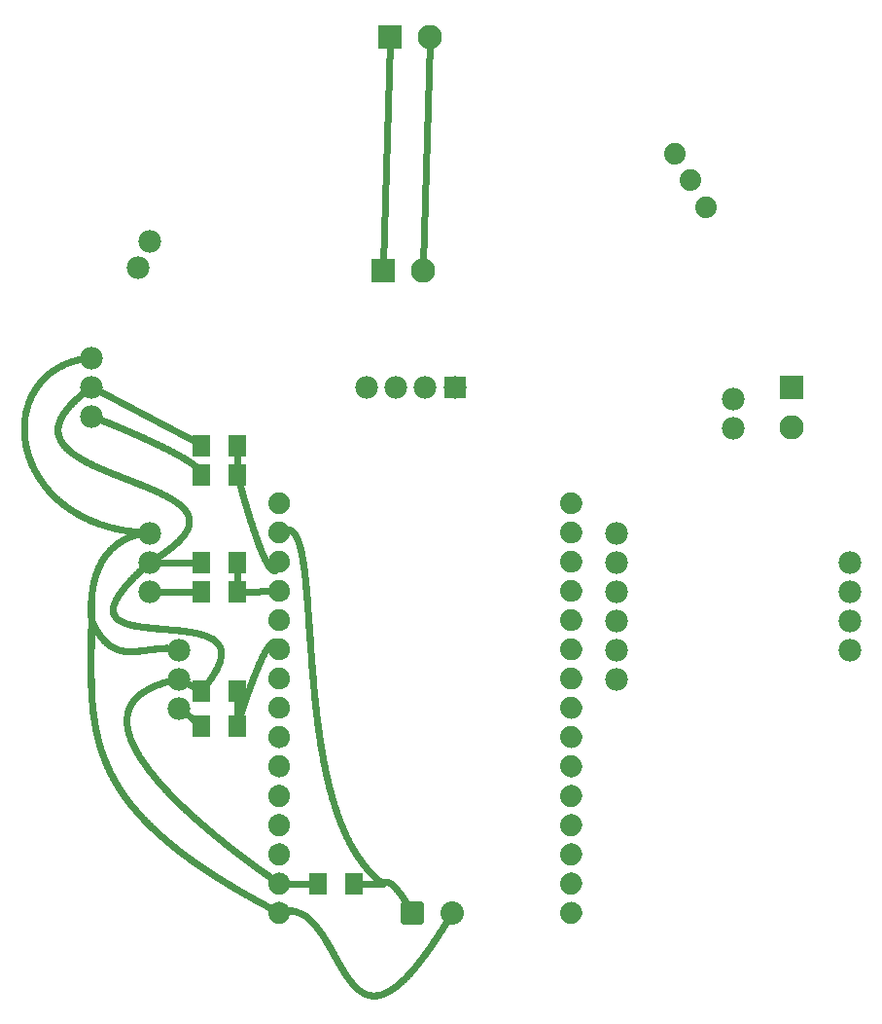
<source format=gbl>
G04 MADE WITH FRITZING*
G04 WWW.FRITZING.ORG*
G04 DOUBLE SIDED*
G04 HOLES PLATED*
G04 CONTOUR ON CENTER OF CONTOUR VECTOR*
%ASAXBY*%
%FSLAX23Y23*%
%MOIN*%
%OFA0B0*%
%SFA1.0B1.0*%
%ADD10C,0.074106*%
%ADD11C,0.078000*%
%ADD12C,0.083307*%
%ADD13C,0.080000*%
%ADD14C,0.074000*%
%ADD15R,0.077986X0.077944*%
%ADD16R,0.083307X0.083307*%
%ADD17R,0.062992X0.074803*%
%ADD18C,0.024000*%
%ADD19C,0.020000*%
%ADD20R,0.001000X0.001000*%
%LNCOPPER0*%
G90*
G70*
G54D10*
X2294Y559D03*
X2294Y659D03*
X2294Y759D03*
X2294Y859D03*
X2294Y959D03*
X2294Y1060D03*
X2294Y1160D03*
X2294Y1260D03*
X2294Y1360D03*
X2294Y1460D03*
X2294Y1560D03*
X2294Y1660D03*
X2294Y1761D03*
X2294Y1861D03*
X2294Y1961D03*
X1293Y559D03*
X1293Y659D03*
X1293Y759D03*
X1293Y859D03*
X1293Y959D03*
X1293Y1060D03*
X1293Y1160D03*
X1293Y1260D03*
X1293Y1360D03*
X1293Y1460D03*
X1293Y1560D03*
X1293Y1660D03*
X1293Y1761D03*
X1293Y1861D03*
X1293Y1961D03*
G54D11*
X1895Y2359D03*
X1794Y2359D03*
X1694Y2359D03*
X1594Y2359D03*
X2450Y1859D03*
X2450Y1759D03*
X2450Y1659D03*
X2450Y1559D03*
X2450Y1459D03*
X2450Y1359D03*
G54D12*
X1650Y2759D03*
X1788Y2759D03*
X1650Y2759D03*
X1788Y2759D03*
X1672Y3559D03*
X1810Y3559D03*
G54D13*
X1750Y559D03*
X1888Y559D03*
X1750Y559D03*
X1888Y559D03*
G54D14*
X2650Y3159D03*
X2704Y3067D03*
X2758Y2974D03*
G54D11*
X3250Y1759D03*
X3250Y1659D03*
X3250Y1559D03*
X3250Y1459D03*
X3250Y1759D03*
X3250Y1659D03*
X3250Y1559D03*
X3250Y1459D03*
X650Y2459D03*
X650Y2359D03*
X650Y2259D03*
X650Y2459D03*
X650Y2359D03*
X650Y2259D03*
X850Y1859D03*
X850Y1759D03*
X850Y1659D03*
X2850Y2318D03*
X2850Y2218D03*
X850Y2859D03*
X810Y2768D03*
X950Y1459D03*
X950Y1359D03*
X950Y1259D03*
G54D12*
X3050Y2359D03*
X3050Y2221D03*
G54D15*
X1895Y2359D03*
G54D16*
X1650Y2759D03*
X1650Y2759D03*
X1672Y3559D03*
G54D17*
X1150Y1199D03*
X1028Y1199D03*
X1150Y1659D03*
X1028Y1659D03*
X1150Y1759D03*
X1028Y1759D03*
X1550Y659D03*
X1428Y659D03*
X1150Y1319D03*
X1028Y1319D03*
X1150Y2059D03*
X1028Y2059D03*
X1150Y2159D03*
X1028Y2159D03*
G54D16*
X3050Y2359D03*
G54D18*
X1788Y2781D02*
X1809Y3537D01*
D02*
X1651Y2781D02*
X1672Y3537D01*
D02*
X1650Y657D02*
X1576Y658D01*
D02*
X1402Y659D02*
X1311Y659D01*
D02*
X1002Y2173D02*
X667Y2350D01*
D02*
X869Y1759D02*
X1002Y1759D01*
D02*
X1176Y1659D02*
X1275Y1660D01*
D02*
X1150Y1727D02*
X1150Y1691D01*
D02*
X965Y1247D02*
X1002Y1219D01*
D02*
X869Y1659D02*
X1002Y1659D01*
D02*
X1150Y2127D02*
X1150Y2091D01*
D02*
X967Y1350D02*
X1002Y1332D01*
G54D19*
X1720Y589D02*
X1780Y589D01*
X1780Y529D01*
X1720Y529D01*
X1720Y589D01*
D02*
X1720Y589D02*
X1780Y589D01*
X1780Y529D01*
X1720Y529D01*
X1720Y589D01*
D02*
G54D20*
X641Y2470D02*
X654Y2470D01*
X633Y2469D02*
X656Y2469D01*
X627Y2468D02*
X658Y2468D01*
X621Y2467D02*
X659Y2467D01*
X615Y2466D02*
X660Y2466D01*
X610Y2465D02*
X660Y2465D01*
X606Y2464D02*
X661Y2464D01*
X601Y2463D02*
X661Y2463D01*
X598Y2462D02*
X661Y2462D01*
X594Y2461D02*
X662Y2461D01*
X590Y2460D02*
X662Y2460D01*
X587Y2459D02*
X662Y2459D01*
X583Y2458D02*
X662Y2458D01*
X580Y2457D02*
X662Y2457D01*
X577Y2456D02*
X661Y2456D01*
X574Y2455D02*
X661Y2455D01*
X571Y2454D02*
X661Y2454D01*
X569Y2453D02*
X660Y2453D01*
X566Y2452D02*
X660Y2452D01*
X564Y2451D02*
X659Y2451D01*
X561Y2450D02*
X658Y2450D01*
X558Y2449D02*
X657Y2449D01*
X556Y2448D02*
X655Y2448D01*
X554Y2447D02*
X651Y2447D01*
X552Y2446D02*
X642Y2446D01*
X549Y2445D02*
X634Y2445D01*
X547Y2444D02*
X627Y2444D01*
X545Y2443D02*
X621Y2443D01*
X543Y2442D02*
X616Y2442D01*
X541Y2441D02*
X612Y2441D01*
X539Y2440D02*
X607Y2440D01*
X537Y2439D02*
X603Y2439D01*
X535Y2438D02*
X599Y2438D01*
X534Y2437D02*
X596Y2437D01*
X532Y2436D02*
X592Y2436D01*
X530Y2435D02*
X589Y2435D01*
X528Y2434D02*
X586Y2434D01*
X527Y2433D02*
X583Y2433D01*
X525Y2432D02*
X580Y2432D01*
X523Y2431D02*
X577Y2431D01*
X522Y2430D02*
X574Y2430D01*
X520Y2429D02*
X572Y2429D01*
X518Y2428D02*
X569Y2428D01*
X517Y2427D02*
X567Y2427D01*
X516Y2426D02*
X564Y2426D01*
X514Y2425D02*
X562Y2425D01*
X513Y2424D02*
X560Y2424D01*
X511Y2423D02*
X558Y2423D01*
X510Y2422D02*
X556Y2422D01*
X508Y2421D02*
X554Y2421D01*
X507Y2420D02*
X552Y2420D01*
X506Y2419D02*
X550Y2419D01*
X504Y2418D02*
X548Y2418D01*
X503Y2417D02*
X546Y2417D01*
X502Y2416D02*
X544Y2416D01*
X501Y2415D02*
X542Y2415D01*
X499Y2414D02*
X541Y2414D01*
X498Y2413D02*
X539Y2413D01*
X497Y2412D02*
X537Y2412D01*
X496Y2411D02*
X536Y2411D01*
X494Y2410D02*
X534Y2410D01*
X493Y2409D02*
X532Y2409D01*
X492Y2408D02*
X531Y2408D01*
X491Y2407D02*
X529Y2407D01*
X490Y2406D02*
X528Y2406D01*
X489Y2405D02*
X526Y2405D01*
X488Y2404D02*
X525Y2404D01*
X486Y2403D02*
X523Y2403D01*
X485Y2402D02*
X522Y2402D01*
X484Y2401D02*
X520Y2401D01*
X483Y2400D02*
X519Y2400D01*
X482Y2399D02*
X518Y2399D01*
X481Y2398D02*
X517Y2398D01*
X480Y2397D02*
X515Y2397D01*
X479Y2396D02*
X514Y2396D01*
X478Y2395D02*
X513Y2395D01*
X477Y2394D02*
X511Y2394D01*
X476Y2393D02*
X510Y2393D01*
X475Y2392D02*
X509Y2392D01*
X474Y2391D02*
X508Y2391D01*
X474Y2390D02*
X507Y2390D01*
X473Y2389D02*
X506Y2389D01*
X472Y2388D02*
X504Y2388D01*
X471Y2387D02*
X503Y2387D01*
X470Y2386D02*
X502Y2386D01*
X469Y2385D02*
X501Y2385D01*
X468Y2384D02*
X500Y2384D01*
X467Y2383D02*
X499Y2383D01*
X466Y2382D02*
X498Y2382D01*
X466Y2381D02*
X497Y2381D01*
X465Y2380D02*
X496Y2380D01*
X464Y2379D02*
X495Y2379D01*
X463Y2378D02*
X494Y2378D01*
X462Y2377D02*
X493Y2377D01*
X462Y2376D02*
X492Y2376D01*
X461Y2375D02*
X491Y2375D01*
X460Y2374D02*
X490Y2374D01*
X459Y2373D02*
X489Y2373D01*
X458Y2372D02*
X488Y2372D01*
X458Y2371D02*
X488Y2371D01*
X457Y2370D02*
X487Y2370D01*
X646Y2370D02*
X654Y2370D01*
X456Y2369D02*
X486Y2369D01*
X644Y2369D02*
X656Y2369D01*
X456Y2368D02*
X485Y2368D01*
X643Y2368D02*
X658Y2368D01*
X455Y2367D02*
X484Y2367D01*
X642Y2367D02*
X659Y2367D01*
X454Y2366D02*
X483Y2366D01*
X640Y2366D02*
X660Y2366D01*
X453Y2365D02*
X482Y2365D01*
X639Y2365D02*
X660Y2365D01*
X453Y2364D02*
X482Y2364D01*
X638Y2364D02*
X661Y2364D01*
X452Y2363D02*
X481Y2363D01*
X636Y2363D02*
X661Y2363D01*
X451Y2362D02*
X480Y2362D01*
X635Y2362D02*
X661Y2362D01*
X451Y2361D02*
X479Y2361D01*
X634Y2361D02*
X662Y2361D01*
X450Y2360D02*
X478Y2360D01*
X632Y2360D02*
X662Y2360D01*
X449Y2359D02*
X478Y2359D01*
X631Y2359D02*
X662Y2359D01*
X449Y2358D02*
X477Y2358D01*
X630Y2358D02*
X662Y2358D01*
X448Y2357D02*
X476Y2357D01*
X628Y2357D02*
X662Y2357D01*
X447Y2356D02*
X475Y2356D01*
X627Y2356D02*
X661Y2356D01*
X447Y2355D02*
X475Y2355D01*
X626Y2355D02*
X661Y2355D01*
X446Y2354D02*
X474Y2354D01*
X624Y2354D02*
X661Y2354D01*
X446Y2353D02*
X473Y2353D01*
X623Y2353D02*
X660Y2353D01*
X445Y2352D02*
X473Y2352D01*
X622Y2352D02*
X660Y2352D01*
X444Y2351D02*
X472Y2351D01*
X621Y2351D02*
X659Y2351D01*
X444Y2350D02*
X471Y2350D01*
X619Y2350D02*
X658Y2350D01*
X443Y2349D02*
X470Y2349D01*
X618Y2349D02*
X657Y2349D01*
X443Y2348D02*
X470Y2348D01*
X617Y2348D02*
X655Y2348D01*
X442Y2347D02*
X469Y2347D01*
X616Y2347D02*
X654Y2347D01*
X442Y2346D02*
X469Y2346D01*
X614Y2346D02*
X653Y2346D01*
X441Y2345D02*
X468Y2345D01*
X613Y2345D02*
X651Y2345D01*
X440Y2344D02*
X467Y2344D01*
X612Y2344D02*
X650Y2344D01*
X440Y2343D02*
X467Y2343D01*
X611Y2343D02*
X649Y2343D01*
X439Y2342D02*
X466Y2342D01*
X610Y2342D02*
X647Y2342D01*
X439Y2341D02*
X465Y2341D01*
X608Y2341D02*
X646Y2341D01*
X438Y2340D02*
X465Y2340D01*
X607Y2340D02*
X645Y2340D01*
X438Y2339D02*
X464Y2339D01*
X606Y2339D02*
X643Y2339D01*
X437Y2338D02*
X463Y2338D01*
X605Y2338D02*
X642Y2338D01*
X437Y2337D02*
X463Y2337D01*
X604Y2337D02*
X641Y2337D01*
X436Y2336D02*
X462Y2336D01*
X602Y2336D02*
X639Y2336D01*
X436Y2335D02*
X462Y2335D01*
X601Y2335D02*
X638Y2335D01*
X435Y2334D02*
X461Y2334D01*
X600Y2334D02*
X637Y2334D01*
X435Y2333D02*
X461Y2333D01*
X599Y2333D02*
X635Y2333D01*
X434Y2332D02*
X460Y2332D01*
X598Y2332D02*
X634Y2332D01*
X434Y2331D02*
X460Y2331D01*
X597Y2331D02*
X633Y2331D01*
X433Y2330D02*
X459Y2330D01*
X596Y2330D02*
X632Y2330D01*
X433Y2329D02*
X458Y2329D01*
X594Y2329D02*
X631Y2329D01*
X432Y2328D02*
X458Y2328D01*
X593Y2328D02*
X629Y2328D01*
X432Y2327D02*
X457Y2327D01*
X592Y2327D02*
X628Y2327D01*
X431Y2326D02*
X457Y2326D01*
X591Y2326D02*
X627Y2326D01*
X431Y2325D02*
X456Y2325D01*
X590Y2325D02*
X626Y2325D01*
X431Y2324D02*
X456Y2324D01*
X589Y2324D02*
X625Y2324D01*
X430Y2323D02*
X455Y2323D01*
X588Y2323D02*
X623Y2323D01*
X430Y2322D02*
X455Y2322D01*
X587Y2322D02*
X622Y2322D01*
X429Y2321D02*
X454Y2321D01*
X586Y2321D02*
X621Y2321D01*
X429Y2320D02*
X454Y2320D01*
X585Y2320D02*
X620Y2320D01*
X429Y2319D02*
X453Y2319D01*
X584Y2319D02*
X618Y2319D01*
X428Y2318D02*
X453Y2318D01*
X583Y2318D02*
X617Y2318D01*
X428Y2317D02*
X453Y2317D01*
X582Y2317D02*
X616Y2317D01*
X427Y2316D02*
X452Y2316D01*
X581Y2316D02*
X615Y2316D01*
X427Y2315D02*
X452Y2315D01*
X580Y2315D02*
X614Y2315D01*
X426Y2314D02*
X451Y2314D01*
X579Y2314D02*
X613Y2314D01*
X426Y2313D02*
X451Y2313D01*
X578Y2313D02*
X612Y2313D01*
X426Y2312D02*
X450Y2312D01*
X577Y2312D02*
X610Y2312D01*
X425Y2311D02*
X450Y2311D01*
X576Y2311D02*
X609Y2311D01*
X425Y2310D02*
X450Y2310D01*
X575Y2310D02*
X608Y2310D01*
X425Y2309D02*
X449Y2309D01*
X574Y2309D02*
X607Y2309D01*
X424Y2308D02*
X449Y2308D01*
X573Y2308D02*
X606Y2308D01*
X424Y2307D02*
X448Y2307D01*
X572Y2307D02*
X605Y2307D01*
X424Y2306D02*
X448Y2306D01*
X571Y2306D02*
X604Y2306D01*
X423Y2305D02*
X447Y2305D01*
X570Y2305D02*
X603Y2305D01*
X423Y2304D02*
X447Y2304D01*
X569Y2304D02*
X602Y2304D01*
X423Y2303D02*
X447Y2303D01*
X568Y2303D02*
X601Y2303D01*
X422Y2302D02*
X446Y2302D01*
X567Y2302D02*
X600Y2302D01*
X422Y2301D02*
X446Y2301D01*
X566Y2301D02*
X599Y2301D01*
X422Y2300D02*
X446Y2300D01*
X566Y2300D02*
X598Y2300D01*
X421Y2299D02*
X445Y2299D01*
X565Y2299D02*
X597Y2299D01*
X421Y2298D02*
X445Y2298D01*
X564Y2298D02*
X596Y2298D01*
X421Y2297D02*
X445Y2297D01*
X563Y2297D02*
X595Y2297D01*
X420Y2296D02*
X444Y2296D01*
X562Y2296D02*
X594Y2296D01*
X420Y2295D02*
X444Y2295D01*
X561Y2295D02*
X593Y2295D01*
X420Y2294D02*
X443Y2294D01*
X560Y2294D02*
X592Y2294D01*
X420Y2293D02*
X443Y2293D01*
X560Y2293D02*
X591Y2293D01*
X419Y2292D02*
X443Y2292D01*
X559Y2292D02*
X590Y2292D01*
X419Y2291D02*
X443Y2291D01*
X558Y2291D02*
X589Y2291D01*
X419Y2290D02*
X442Y2290D01*
X557Y2290D02*
X588Y2290D01*
X418Y2289D02*
X442Y2289D01*
X556Y2289D02*
X587Y2289D01*
X418Y2288D02*
X442Y2288D01*
X556Y2288D02*
X586Y2288D01*
X418Y2287D02*
X441Y2287D01*
X555Y2287D02*
X585Y2287D01*
X418Y2286D02*
X441Y2286D01*
X554Y2286D02*
X584Y2286D01*
X417Y2285D02*
X441Y2285D01*
X553Y2285D02*
X583Y2285D01*
X417Y2284D02*
X440Y2284D01*
X552Y2284D02*
X582Y2284D01*
X417Y2283D02*
X440Y2283D01*
X552Y2283D02*
X581Y2283D01*
X417Y2282D02*
X440Y2282D01*
X551Y2282D02*
X581Y2282D01*
X416Y2281D02*
X440Y2281D01*
X550Y2281D02*
X580Y2281D01*
X416Y2280D02*
X439Y2280D01*
X550Y2280D02*
X579Y2280D01*
X416Y2279D02*
X439Y2279D01*
X549Y2279D02*
X578Y2279D01*
X416Y2278D02*
X439Y2278D01*
X548Y2278D02*
X577Y2278D01*
X415Y2277D02*
X439Y2277D01*
X547Y2277D02*
X576Y2277D01*
X415Y2276D02*
X438Y2276D01*
X547Y2276D02*
X576Y2276D01*
X415Y2275D02*
X438Y2275D01*
X546Y2275D02*
X575Y2275D01*
X415Y2274D02*
X438Y2274D01*
X546Y2274D02*
X574Y2274D01*
X415Y2273D02*
X438Y2273D01*
X545Y2273D02*
X573Y2273D01*
X414Y2272D02*
X437Y2272D01*
X544Y2272D02*
X572Y2272D01*
X414Y2271D02*
X437Y2271D01*
X544Y2271D02*
X572Y2271D01*
X414Y2270D02*
X437Y2270D01*
X543Y2270D02*
X571Y2270D01*
X646Y2270D02*
X655Y2270D01*
X414Y2269D02*
X437Y2269D01*
X542Y2269D02*
X570Y2269D01*
X644Y2269D02*
X657Y2269D01*
X414Y2268D02*
X437Y2268D01*
X542Y2268D02*
X569Y2268D01*
X643Y2268D02*
X660Y2268D01*
X413Y2267D02*
X436Y2267D01*
X541Y2267D02*
X569Y2267D01*
X642Y2267D02*
X662Y2267D01*
X413Y2266D02*
X436Y2266D01*
X541Y2266D02*
X568Y2266D01*
X641Y2266D02*
X665Y2266D01*
X413Y2265D02*
X436Y2265D01*
X540Y2265D02*
X567Y2265D01*
X641Y2265D02*
X667Y2265D01*
X413Y2264D02*
X436Y2264D01*
X539Y2264D02*
X567Y2264D01*
X640Y2264D02*
X670Y2264D01*
X413Y2263D02*
X436Y2263D01*
X539Y2263D02*
X566Y2263D01*
X640Y2263D02*
X672Y2263D01*
X412Y2262D02*
X435Y2262D01*
X538Y2262D02*
X565Y2262D01*
X639Y2262D02*
X675Y2262D01*
X412Y2261D02*
X435Y2261D01*
X538Y2261D02*
X565Y2261D01*
X639Y2261D02*
X677Y2261D01*
X412Y2260D02*
X435Y2260D01*
X537Y2260D02*
X564Y2260D01*
X639Y2260D02*
X680Y2260D01*
X412Y2259D02*
X435Y2259D01*
X537Y2259D02*
X563Y2259D01*
X639Y2259D02*
X682Y2259D01*
X412Y2258D02*
X435Y2258D01*
X536Y2258D02*
X563Y2258D01*
X639Y2258D02*
X685Y2258D01*
X412Y2257D02*
X435Y2257D01*
X536Y2257D02*
X562Y2257D01*
X639Y2257D02*
X687Y2257D01*
X412Y2256D02*
X434Y2256D01*
X535Y2256D02*
X561Y2256D01*
X639Y2256D02*
X690Y2256D01*
X411Y2255D02*
X434Y2255D01*
X535Y2255D02*
X561Y2255D01*
X640Y2255D02*
X692Y2255D01*
X411Y2254D02*
X434Y2254D01*
X534Y2254D02*
X560Y2254D01*
X640Y2254D02*
X695Y2254D01*
X411Y2253D02*
X434Y2253D01*
X534Y2253D02*
X560Y2253D01*
X641Y2253D02*
X697Y2253D01*
X411Y2252D02*
X434Y2252D01*
X533Y2252D02*
X559Y2252D01*
X641Y2252D02*
X700Y2252D01*
X411Y2251D02*
X434Y2251D01*
X533Y2251D02*
X559Y2251D01*
X642Y2251D02*
X702Y2251D01*
X411Y2250D02*
X434Y2250D01*
X532Y2250D02*
X558Y2250D01*
X643Y2250D02*
X705Y2250D01*
X411Y2249D02*
X433Y2249D01*
X532Y2249D02*
X558Y2249D01*
X644Y2249D02*
X707Y2249D01*
X411Y2248D02*
X433Y2248D01*
X532Y2248D02*
X557Y2248D01*
X646Y2248D02*
X710Y2248D01*
X410Y2247D02*
X433Y2247D01*
X531Y2247D02*
X556Y2247D01*
X649Y2247D02*
X712Y2247D01*
X410Y2246D02*
X433Y2246D01*
X531Y2246D02*
X556Y2246D01*
X651Y2246D02*
X715Y2246D01*
X410Y2245D02*
X433Y2245D01*
X530Y2245D02*
X556Y2245D01*
X654Y2245D02*
X717Y2245D01*
X410Y2244D02*
X433Y2244D01*
X530Y2244D02*
X555Y2244D01*
X656Y2244D02*
X719Y2244D01*
X410Y2243D02*
X433Y2243D01*
X530Y2243D02*
X555Y2243D01*
X659Y2243D02*
X722Y2243D01*
X410Y2242D02*
X433Y2242D01*
X529Y2242D02*
X554Y2242D01*
X661Y2242D02*
X724Y2242D01*
X410Y2241D02*
X433Y2241D01*
X529Y2241D02*
X554Y2241D01*
X664Y2241D02*
X727Y2241D01*
X410Y2240D02*
X432Y2240D01*
X529Y2240D02*
X553Y2240D01*
X666Y2240D02*
X729Y2240D01*
X410Y2239D02*
X432Y2239D01*
X528Y2239D02*
X553Y2239D01*
X669Y2239D02*
X731Y2239D01*
X410Y2238D02*
X432Y2238D01*
X528Y2238D02*
X552Y2238D01*
X671Y2238D02*
X734Y2238D01*
X410Y2237D02*
X432Y2237D01*
X528Y2237D02*
X552Y2237D01*
X673Y2237D02*
X736Y2237D01*
X409Y2236D02*
X432Y2236D01*
X528Y2236D02*
X552Y2236D01*
X676Y2236D02*
X739Y2236D01*
X409Y2235D02*
X432Y2235D01*
X527Y2235D02*
X551Y2235D01*
X678Y2235D02*
X741Y2235D01*
X409Y2234D02*
X432Y2234D01*
X527Y2234D02*
X551Y2234D01*
X681Y2234D02*
X743Y2234D01*
X409Y2233D02*
X432Y2233D01*
X527Y2233D02*
X551Y2233D01*
X683Y2233D02*
X746Y2233D01*
X409Y2232D02*
X432Y2232D01*
X527Y2232D02*
X550Y2232D01*
X686Y2232D02*
X748Y2232D01*
X409Y2231D02*
X432Y2231D01*
X526Y2231D02*
X550Y2231D01*
X688Y2231D02*
X751Y2231D01*
X409Y2230D02*
X432Y2230D01*
X526Y2230D02*
X550Y2230D01*
X691Y2230D02*
X753Y2230D01*
X409Y2229D02*
X432Y2229D01*
X526Y2229D02*
X549Y2229D01*
X693Y2229D02*
X755Y2229D01*
X409Y2228D02*
X432Y2228D01*
X526Y2228D02*
X549Y2228D01*
X696Y2228D02*
X758Y2228D01*
X409Y2227D02*
X432Y2227D01*
X526Y2227D02*
X549Y2227D01*
X698Y2227D02*
X760Y2227D01*
X409Y2226D02*
X432Y2226D01*
X525Y2226D02*
X549Y2226D01*
X701Y2226D02*
X762Y2226D01*
X409Y2225D02*
X432Y2225D01*
X525Y2225D02*
X548Y2225D01*
X703Y2225D02*
X765Y2225D01*
X409Y2224D02*
X431Y2224D01*
X525Y2224D02*
X548Y2224D01*
X706Y2224D02*
X767Y2224D01*
X409Y2223D02*
X431Y2223D01*
X525Y2223D02*
X548Y2223D01*
X708Y2223D02*
X769Y2223D01*
X409Y2222D02*
X431Y2222D01*
X525Y2222D02*
X548Y2222D01*
X711Y2222D02*
X772Y2222D01*
X409Y2221D02*
X431Y2221D01*
X525Y2221D02*
X548Y2221D01*
X713Y2221D02*
X774Y2221D01*
X409Y2220D02*
X431Y2220D01*
X525Y2220D02*
X548Y2220D01*
X716Y2220D02*
X776Y2220D01*
X409Y2219D02*
X431Y2219D01*
X525Y2219D02*
X547Y2219D01*
X718Y2219D02*
X779Y2219D01*
X409Y2218D02*
X431Y2218D01*
X524Y2218D02*
X547Y2218D01*
X720Y2218D02*
X781Y2218D01*
X409Y2217D02*
X431Y2217D01*
X524Y2217D02*
X547Y2217D01*
X723Y2217D02*
X783Y2217D01*
X409Y2216D02*
X431Y2216D01*
X524Y2216D02*
X547Y2216D01*
X725Y2216D02*
X786Y2216D01*
X409Y2215D02*
X431Y2215D01*
X524Y2215D02*
X547Y2215D01*
X728Y2215D02*
X788Y2215D01*
X409Y2214D02*
X431Y2214D01*
X524Y2214D02*
X547Y2214D01*
X730Y2214D02*
X790Y2214D01*
X409Y2213D02*
X431Y2213D01*
X524Y2213D02*
X547Y2213D01*
X732Y2213D02*
X793Y2213D01*
X409Y2212D02*
X431Y2212D01*
X524Y2212D02*
X547Y2212D01*
X735Y2212D02*
X795Y2212D01*
X409Y2211D02*
X431Y2211D01*
X524Y2211D02*
X547Y2211D01*
X737Y2211D02*
X797Y2211D01*
X409Y2210D02*
X431Y2210D01*
X524Y2210D02*
X547Y2210D01*
X740Y2210D02*
X799Y2210D01*
X409Y2209D02*
X431Y2209D01*
X524Y2209D02*
X547Y2209D01*
X742Y2209D02*
X802Y2209D01*
X409Y2208D02*
X432Y2208D01*
X524Y2208D02*
X547Y2208D01*
X744Y2208D02*
X804Y2208D01*
X409Y2207D02*
X432Y2207D01*
X524Y2207D02*
X547Y2207D01*
X747Y2207D02*
X806Y2207D01*
X409Y2206D02*
X432Y2206D01*
X524Y2206D02*
X547Y2206D01*
X749Y2206D02*
X809Y2206D01*
X409Y2205D02*
X432Y2205D01*
X524Y2205D02*
X547Y2205D01*
X751Y2205D02*
X811Y2205D01*
X409Y2204D02*
X432Y2204D01*
X524Y2204D02*
X547Y2204D01*
X754Y2204D02*
X813Y2204D01*
X409Y2203D02*
X432Y2203D01*
X524Y2203D02*
X548Y2203D01*
X756Y2203D02*
X815Y2203D01*
X409Y2202D02*
X432Y2202D01*
X525Y2202D02*
X548Y2202D01*
X758Y2202D02*
X818Y2202D01*
X409Y2201D02*
X432Y2201D01*
X525Y2201D02*
X548Y2201D01*
X761Y2201D02*
X820Y2201D01*
X409Y2200D02*
X432Y2200D01*
X525Y2200D02*
X548Y2200D01*
X763Y2200D02*
X822Y2200D01*
X409Y2199D02*
X432Y2199D01*
X525Y2199D02*
X548Y2199D01*
X766Y2199D02*
X824Y2199D01*
X409Y2198D02*
X432Y2198D01*
X525Y2198D02*
X548Y2198D01*
X768Y2198D02*
X826Y2198D01*
X409Y2197D02*
X432Y2197D01*
X525Y2197D02*
X549Y2197D01*
X770Y2197D02*
X829Y2197D01*
X409Y2196D02*
X432Y2196D01*
X525Y2196D02*
X549Y2196D01*
X772Y2196D02*
X831Y2196D01*
X409Y2195D02*
X432Y2195D01*
X526Y2195D02*
X549Y2195D01*
X775Y2195D02*
X833Y2195D01*
X409Y2194D02*
X432Y2194D01*
X526Y2194D02*
X549Y2194D01*
X777Y2194D02*
X835Y2194D01*
X409Y2193D02*
X432Y2193D01*
X526Y2193D02*
X550Y2193D01*
X779Y2193D02*
X838Y2193D01*
X410Y2192D02*
X433Y2192D01*
X526Y2192D02*
X550Y2192D01*
X782Y2192D02*
X840Y2192D01*
X410Y2191D02*
X433Y2191D01*
X527Y2191D02*
X550Y2191D01*
X784Y2191D02*
X842Y2191D01*
X410Y2190D02*
X433Y2190D01*
X527Y2190D02*
X551Y2190D01*
X786Y2190D02*
X844Y2190D01*
X410Y2189D02*
X433Y2189D01*
X527Y2189D02*
X551Y2189D01*
X789Y2189D02*
X846Y2189D01*
X410Y2188D02*
X433Y2188D01*
X527Y2188D02*
X552Y2188D01*
X791Y2188D02*
X849Y2188D01*
X410Y2187D02*
X433Y2187D01*
X528Y2187D02*
X552Y2187D01*
X793Y2187D02*
X851Y2187D01*
X410Y2186D02*
X433Y2186D01*
X528Y2186D02*
X552Y2186D01*
X795Y2186D02*
X853Y2186D01*
X410Y2185D02*
X433Y2185D01*
X528Y2185D02*
X553Y2185D01*
X798Y2185D02*
X855Y2185D01*
X410Y2184D02*
X433Y2184D01*
X529Y2184D02*
X553Y2184D01*
X800Y2184D02*
X857Y2184D01*
X410Y2183D02*
X433Y2183D01*
X529Y2183D02*
X554Y2183D01*
X802Y2183D02*
X859Y2183D01*
X411Y2182D02*
X434Y2182D01*
X529Y2182D02*
X554Y2182D01*
X805Y2182D02*
X861Y2182D01*
X411Y2181D02*
X434Y2181D01*
X530Y2181D02*
X555Y2181D01*
X807Y2181D02*
X864Y2181D01*
X411Y2180D02*
X434Y2180D01*
X530Y2180D02*
X555Y2180D01*
X809Y2180D02*
X866Y2180D01*
X411Y2179D02*
X434Y2179D01*
X531Y2179D02*
X556Y2179D01*
X811Y2179D02*
X868Y2179D01*
X411Y2178D02*
X434Y2178D01*
X531Y2178D02*
X557Y2178D01*
X813Y2178D02*
X870Y2178D01*
X411Y2177D02*
X434Y2177D01*
X531Y2177D02*
X557Y2177D01*
X816Y2177D02*
X872Y2177D01*
X411Y2176D02*
X434Y2176D01*
X532Y2176D02*
X558Y2176D01*
X818Y2176D02*
X874Y2176D01*
X411Y2175D02*
X435Y2175D01*
X532Y2175D02*
X559Y2175D01*
X820Y2175D02*
X876Y2175D01*
X412Y2174D02*
X435Y2174D01*
X533Y2174D02*
X559Y2174D01*
X822Y2174D02*
X879Y2174D01*
X412Y2173D02*
X435Y2173D01*
X533Y2173D02*
X560Y2173D01*
X825Y2173D02*
X881Y2173D01*
X412Y2172D02*
X435Y2172D01*
X534Y2172D02*
X561Y2172D01*
X827Y2172D02*
X883Y2172D01*
X412Y2171D02*
X435Y2171D01*
X534Y2171D02*
X561Y2171D01*
X829Y2171D02*
X885Y2171D01*
X412Y2170D02*
X435Y2170D01*
X535Y2170D02*
X562Y2170D01*
X831Y2170D02*
X887Y2170D01*
X412Y2169D02*
X436Y2169D01*
X535Y2169D02*
X563Y2169D01*
X833Y2169D02*
X889Y2169D01*
X412Y2168D02*
X436Y2168D01*
X536Y2168D02*
X564Y2168D01*
X836Y2168D02*
X891Y2168D01*
X413Y2167D02*
X436Y2167D01*
X536Y2167D02*
X565Y2167D01*
X838Y2167D02*
X893Y2167D01*
X413Y2166D02*
X436Y2166D01*
X537Y2166D02*
X565Y2166D01*
X840Y2166D02*
X895Y2166D01*
X413Y2165D02*
X436Y2165D01*
X538Y2165D02*
X566Y2165D01*
X842Y2165D02*
X897Y2165D01*
X413Y2164D02*
X436Y2164D01*
X538Y2164D02*
X567Y2164D01*
X844Y2164D02*
X899Y2164D01*
X413Y2163D02*
X437Y2163D01*
X539Y2163D02*
X568Y2163D01*
X846Y2163D02*
X901Y2163D01*
X413Y2162D02*
X437Y2162D01*
X539Y2162D02*
X569Y2162D01*
X849Y2162D02*
X903Y2162D01*
X414Y2161D02*
X437Y2161D01*
X540Y2161D02*
X570Y2161D01*
X851Y2161D02*
X905Y2161D01*
X414Y2160D02*
X437Y2160D01*
X541Y2160D02*
X571Y2160D01*
X853Y2160D02*
X907Y2160D01*
X414Y2159D02*
X437Y2159D01*
X541Y2159D02*
X572Y2159D01*
X855Y2159D02*
X909Y2159D01*
X414Y2158D02*
X438Y2158D01*
X542Y2158D02*
X573Y2158D01*
X857Y2158D02*
X911Y2158D01*
X414Y2157D02*
X438Y2157D01*
X543Y2157D02*
X574Y2157D01*
X859Y2157D02*
X913Y2157D01*
X415Y2156D02*
X438Y2156D01*
X544Y2156D02*
X575Y2156D01*
X861Y2156D02*
X915Y2156D01*
X415Y2155D02*
X438Y2155D01*
X544Y2155D02*
X576Y2155D01*
X864Y2155D02*
X917Y2155D01*
X415Y2154D02*
X439Y2154D01*
X545Y2154D02*
X577Y2154D01*
X866Y2154D02*
X919Y2154D01*
X415Y2153D02*
X439Y2153D01*
X546Y2153D02*
X578Y2153D01*
X868Y2153D02*
X921Y2153D01*
X415Y2152D02*
X439Y2152D01*
X547Y2152D02*
X579Y2152D01*
X870Y2152D02*
X923Y2152D01*
X416Y2151D02*
X439Y2151D01*
X548Y2151D02*
X580Y2151D01*
X872Y2151D02*
X925Y2151D01*
X416Y2150D02*
X439Y2150D01*
X548Y2150D02*
X581Y2150D01*
X874Y2150D02*
X927Y2150D01*
X416Y2149D02*
X440Y2149D01*
X549Y2149D02*
X582Y2149D01*
X876Y2149D02*
X929Y2149D01*
X416Y2148D02*
X440Y2148D01*
X550Y2148D02*
X583Y2148D01*
X878Y2148D02*
X931Y2148D01*
X417Y2147D02*
X440Y2147D01*
X551Y2147D02*
X585Y2147D01*
X880Y2147D02*
X933Y2147D01*
X417Y2146D02*
X440Y2146D01*
X552Y2146D02*
X586Y2146D01*
X882Y2146D02*
X935Y2146D01*
X417Y2145D02*
X441Y2145D01*
X553Y2145D02*
X587Y2145D01*
X884Y2145D02*
X937Y2145D01*
X417Y2144D02*
X441Y2144D01*
X554Y2144D02*
X588Y2144D01*
X886Y2144D02*
X938Y2144D01*
X417Y2143D02*
X441Y2143D01*
X555Y2143D02*
X590Y2143D01*
X888Y2143D02*
X940Y2143D01*
X418Y2142D02*
X441Y2142D01*
X556Y2142D02*
X591Y2142D01*
X890Y2142D02*
X942Y2142D01*
X418Y2141D02*
X442Y2141D01*
X557Y2141D02*
X592Y2141D01*
X892Y2141D02*
X944Y2141D01*
X418Y2140D02*
X442Y2140D01*
X558Y2140D02*
X594Y2140D01*
X894Y2140D02*
X946Y2140D01*
X418Y2139D02*
X442Y2139D01*
X559Y2139D02*
X595Y2139D01*
X896Y2139D02*
X948Y2139D01*
X419Y2138D02*
X443Y2138D01*
X560Y2138D02*
X596Y2138D01*
X899Y2138D02*
X950Y2138D01*
X419Y2137D02*
X443Y2137D01*
X561Y2137D02*
X598Y2137D01*
X901Y2137D02*
X951Y2137D01*
X419Y2136D02*
X443Y2136D01*
X562Y2136D02*
X599Y2136D01*
X903Y2136D02*
X953Y2136D01*
X420Y2135D02*
X443Y2135D01*
X563Y2135D02*
X601Y2135D01*
X905Y2135D02*
X955Y2135D01*
X420Y2134D02*
X444Y2134D01*
X564Y2134D02*
X602Y2134D01*
X907Y2134D02*
X957Y2134D01*
X420Y2133D02*
X444Y2133D01*
X565Y2133D02*
X604Y2133D01*
X909Y2133D02*
X959Y2133D01*
X420Y2132D02*
X444Y2132D01*
X566Y2132D02*
X605Y2132D01*
X911Y2132D02*
X960Y2132D01*
X421Y2131D02*
X445Y2131D01*
X568Y2131D02*
X607Y2131D01*
X912Y2131D02*
X962Y2131D01*
X421Y2130D02*
X445Y2130D01*
X569Y2130D02*
X608Y2130D01*
X914Y2130D02*
X964Y2130D01*
X421Y2129D02*
X445Y2129D01*
X570Y2129D02*
X610Y2129D01*
X916Y2129D02*
X966Y2129D01*
X422Y2128D02*
X446Y2128D01*
X571Y2128D02*
X611Y2128D01*
X918Y2128D02*
X967Y2128D01*
X422Y2127D02*
X446Y2127D01*
X572Y2127D02*
X613Y2127D01*
X920Y2127D02*
X969Y2127D01*
X422Y2126D02*
X446Y2126D01*
X574Y2126D02*
X615Y2126D01*
X922Y2126D02*
X971Y2126D01*
X422Y2125D02*
X447Y2125D01*
X575Y2125D02*
X616Y2125D01*
X924Y2125D02*
X972Y2125D01*
X423Y2124D02*
X447Y2124D01*
X576Y2124D02*
X618Y2124D01*
X926Y2124D02*
X974Y2124D01*
X423Y2123D02*
X447Y2123D01*
X578Y2123D02*
X620Y2123D01*
X928Y2123D02*
X976Y2123D01*
X423Y2122D02*
X448Y2122D01*
X579Y2122D02*
X621Y2122D01*
X930Y2122D02*
X978Y2122D01*
X424Y2121D02*
X448Y2121D01*
X580Y2121D02*
X623Y2121D01*
X932Y2121D02*
X979Y2121D01*
X424Y2120D02*
X448Y2120D01*
X582Y2120D02*
X625Y2120D01*
X933Y2120D02*
X981Y2120D01*
X424Y2119D02*
X449Y2119D01*
X583Y2119D02*
X627Y2119D01*
X935Y2119D02*
X982Y2119D01*
X425Y2118D02*
X449Y2118D01*
X584Y2118D02*
X628Y2118D01*
X937Y2118D02*
X984Y2118D01*
X425Y2117D02*
X449Y2117D01*
X586Y2117D02*
X630Y2117D01*
X939Y2117D02*
X986Y2117D01*
X425Y2116D02*
X450Y2116D01*
X587Y2116D02*
X632Y2116D01*
X941Y2116D02*
X987Y2116D01*
X426Y2115D02*
X450Y2115D01*
X589Y2115D02*
X634Y2115D01*
X943Y2115D02*
X989Y2115D01*
X426Y2114D02*
X450Y2114D01*
X590Y2114D02*
X636Y2114D01*
X944Y2114D02*
X990Y2114D01*
X426Y2113D02*
X451Y2113D01*
X592Y2113D02*
X638Y2113D01*
X946Y2113D02*
X992Y2113D01*
X427Y2112D02*
X451Y2112D01*
X593Y2112D02*
X640Y2112D01*
X948Y2112D02*
X993Y2112D01*
X427Y2111D02*
X452Y2111D01*
X595Y2111D02*
X641Y2111D01*
X950Y2111D02*
X995Y2111D01*
X427Y2110D02*
X452Y2110D01*
X596Y2110D02*
X643Y2110D01*
X952Y2110D02*
X996Y2110D01*
X428Y2109D02*
X452Y2109D01*
X598Y2109D02*
X645Y2109D01*
X953Y2109D02*
X998Y2109D01*
X428Y2108D02*
X453Y2108D01*
X599Y2108D02*
X647Y2108D01*
X955Y2108D02*
X999Y2108D01*
X429Y2107D02*
X453Y2107D01*
X601Y2107D02*
X649Y2107D01*
X957Y2107D02*
X1001Y2107D01*
X429Y2106D02*
X453Y2106D01*
X603Y2106D02*
X651Y2106D01*
X958Y2106D02*
X1002Y2106D01*
X429Y2105D02*
X454Y2105D01*
X604Y2105D02*
X653Y2105D01*
X960Y2105D02*
X1004Y2105D01*
X430Y2104D02*
X454Y2104D01*
X606Y2104D02*
X655Y2104D01*
X962Y2104D02*
X1005Y2104D01*
X430Y2103D02*
X455Y2103D01*
X608Y2103D02*
X658Y2103D01*
X964Y2103D02*
X1006Y2103D01*
X430Y2102D02*
X455Y2102D01*
X609Y2102D02*
X660Y2102D01*
X965Y2102D02*
X1008Y2102D01*
X431Y2101D02*
X456Y2101D01*
X611Y2101D02*
X662Y2101D01*
X967Y2101D02*
X1009Y2101D01*
X431Y2100D02*
X456Y2100D01*
X613Y2100D02*
X664Y2100D01*
X968Y2100D02*
X1010Y2100D01*
X432Y2099D02*
X456Y2099D01*
X615Y2099D02*
X666Y2099D01*
X970Y2099D02*
X1012Y2099D01*
X432Y2098D02*
X457Y2098D01*
X616Y2098D02*
X668Y2098D01*
X972Y2098D02*
X1013Y2098D01*
X432Y2097D02*
X457Y2097D01*
X618Y2097D02*
X670Y2097D01*
X973Y2097D02*
X1014Y2097D01*
X433Y2096D02*
X458Y2096D01*
X620Y2096D02*
X673Y2096D01*
X975Y2096D02*
X1015Y2096D01*
X433Y2095D02*
X458Y2095D01*
X622Y2095D02*
X675Y2095D01*
X977Y2095D02*
X1016Y2095D01*
X434Y2094D02*
X459Y2094D01*
X624Y2094D02*
X677Y2094D01*
X978Y2094D02*
X1018Y2094D01*
X434Y2093D02*
X459Y2093D01*
X625Y2093D02*
X679Y2093D01*
X980Y2093D02*
X1019Y2093D01*
X435Y2092D02*
X459Y2092D01*
X627Y2092D02*
X682Y2092D01*
X981Y2092D02*
X1020Y2092D01*
X435Y2091D02*
X460Y2091D01*
X629Y2091D02*
X684Y2091D01*
X983Y2091D02*
X1021Y2091D01*
X435Y2090D02*
X460Y2090D01*
X631Y2090D02*
X686Y2090D01*
X984Y2090D02*
X1022Y2090D01*
X436Y2089D02*
X461Y2089D01*
X633Y2089D02*
X689Y2089D01*
X986Y2089D02*
X1023Y2089D01*
X436Y2088D02*
X461Y2088D01*
X635Y2088D02*
X691Y2088D01*
X987Y2088D02*
X1024Y2088D01*
X437Y2087D02*
X462Y2087D01*
X637Y2087D02*
X693Y2087D01*
X989Y2087D02*
X1025Y2087D01*
X437Y2086D02*
X462Y2086D01*
X639Y2086D02*
X696Y2086D01*
X990Y2086D02*
X1026Y2086D01*
X438Y2085D02*
X463Y2085D01*
X641Y2085D02*
X698Y2085D01*
X991Y2085D02*
X1027Y2085D01*
X438Y2084D02*
X463Y2084D01*
X643Y2084D02*
X700Y2084D01*
X993Y2084D02*
X1028Y2084D01*
X438Y2083D02*
X464Y2083D01*
X645Y2083D02*
X703Y2083D01*
X994Y2083D02*
X1029Y2083D01*
X439Y2082D02*
X464Y2082D01*
X647Y2082D02*
X705Y2082D01*
X995Y2082D02*
X1030Y2082D01*
X439Y2081D02*
X465Y2081D01*
X649Y2081D02*
X707Y2081D01*
X997Y2081D02*
X1031Y2081D01*
X440Y2080D02*
X465Y2080D01*
X651Y2080D02*
X710Y2080D01*
X998Y2080D02*
X1032Y2080D01*
X440Y2079D02*
X466Y2079D01*
X653Y2079D02*
X712Y2079D01*
X999Y2079D02*
X1032Y2079D01*
X441Y2078D02*
X466Y2078D01*
X656Y2078D02*
X715Y2078D01*
X1000Y2078D02*
X1033Y2078D01*
X441Y2077D02*
X467Y2077D01*
X658Y2077D02*
X717Y2077D01*
X1002Y2077D02*
X1034Y2077D01*
X442Y2076D02*
X467Y2076D01*
X660Y2076D02*
X720Y2076D01*
X1003Y2076D02*
X1034Y2076D01*
X442Y2075D02*
X468Y2075D01*
X662Y2075D02*
X722Y2075D01*
X1004Y2075D02*
X1035Y2075D01*
X443Y2074D02*
X469Y2074D01*
X664Y2074D02*
X725Y2074D01*
X1005Y2074D02*
X1036Y2074D01*
X443Y2073D02*
X469Y2073D01*
X666Y2073D02*
X727Y2073D01*
X1006Y2073D02*
X1036Y2073D01*
X444Y2072D02*
X470Y2072D01*
X669Y2072D02*
X730Y2072D01*
X1007Y2072D02*
X1037Y2072D01*
X444Y2071D02*
X470Y2071D01*
X671Y2071D02*
X732Y2071D01*
X1008Y2071D02*
X1037Y2071D01*
X1150Y2071D02*
X1150Y2071D01*
X445Y2070D02*
X471Y2070D01*
X673Y2070D02*
X735Y2070D01*
X1009Y2070D02*
X1037Y2070D01*
X1146Y2070D02*
X1155Y2070D01*
X445Y2069D02*
X471Y2069D01*
X675Y2069D02*
X737Y2069D01*
X1010Y2069D02*
X1038Y2069D01*
X1144Y2069D02*
X1156Y2069D01*
X446Y2068D02*
X472Y2068D01*
X678Y2068D02*
X739Y2068D01*
X1011Y2068D02*
X1038Y2068D01*
X1143Y2068D02*
X1158Y2068D01*
X446Y2067D02*
X472Y2067D01*
X680Y2067D02*
X742Y2067D01*
X1012Y2067D02*
X1038Y2067D01*
X1142Y2067D02*
X1159Y2067D01*
X447Y2066D02*
X473Y2066D01*
X682Y2066D02*
X745Y2066D01*
X1013Y2066D02*
X1039Y2066D01*
X1141Y2066D02*
X1160Y2066D01*
X447Y2065D02*
X474Y2065D01*
X685Y2065D02*
X747Y2065D01*
X1014Y2065D02*
X1039Y2065D01*
X1140Y2065D02*
X1160Y2065D01*
X448Y2064D02*
X474Y2064D01*
X687Y2064D02*
X750Y2064D01*
X1015Y2064D02*
X1039Y2064D01*
X1140Y2064D02*
X1161Y2064D01*
X449Y2063D02*
X475Y2063D01*
X689Y2063D02*
X752Y2063D01*
X1015Y2063D02*
X1039Y2063D01*
X1140Y2063D02*
X1161Y2063D01*
X449Y2062D02*
X475Y2062D01*
X692Y2062D02*
X755Y2062D01*
X1016Y2062D02*
X1040Y2062D01*
X1139Y2062D02*
X1161Y2062D01*
X450Y2061D02*
X476Y2061D01*
X694Y2061D02*
X757Y2061D01*
X1017Y2061D02*
X1040Y2061D01*
X1139Y2061D02*
X1162Y2061D01*
X450Y2060D02*
X477Y2060D01*
X696Y2060D02*
X760Y2060D01*
X1017Y2060D02*
X1040Y2060D01*
X1139Y2060D02*
X1162Y2060D01*
X451Y2059D02*
X477Y2059D01*
X699Y2059D02*
X763Y2059D01*
X1017Y2059D02*
X1040Y2059D01*
X1139Y2059D02*
X1162Y2059D01*
X451Y2058D02*
X478Y2058D01*
X701Y2058D02*
X765Y2058D01*
X1017Y2058D02*
X1040Y2058D01*
X1139Y2058D02*
X1163Y2058D01*
X452Y2057D02*
X478Y2057D01*
X704Y2057D02*
X768Y2057D01*
X1017Y2057D02*
X1040Y2057D01*
X1139Y2057D02*
X1163Y2057D01*
X452Y2056D02*
X479Y2056D01*
X706Y2056D02*
X770Y2056D01*
X1017Y2056D02*
X1039Y2056D01*
X1139Y2056D02*
X1163Y2056D01*
X453Y2055D02*
X480Y2055D01*
X709Y2055D02*
X773Y2055D01*
X1018Y2055D02*
X1039Y2055D01*
X1139Y2055D02*
X1163Y2055D01*
X454Y2054D02*
X480Y2054D01*
X711Y2054D02*
X775Y2054D01*
X1018Y2054D02*
X1039Y2054D01*
X1140Y2054D02*
X1164Y2054D01*
X454Y2053D02*
X481Y2053D01*
X714Y2053D02*
X778Y2053D01*
X1018Y2053D02*
X1038Y2053D01*
X1140Y2053D02*
X1164Y2053D01*
X455Y2052D02*
X482Y2052D01*
X716Y2052D02*
X781Y2052D01*
X1019Y2052D02*
X1037Y2052D01*
X1140Y2052D02*
X1164Y2052D01*
X455Y2051D02*
X482Y2051D01*
X719Y2051D02*
X783Y2051D01*
X1020Y2051D02*
X1037Y2051D01*
X1141Y2051D02*
X1164Y2051D01*
X456Y2050D02*
X483Y2050D01*
X721Y2050D02*
X786Y2050D01*
X1021Y2050D02*
X1036Y2050D01*
X1141Y2050D02*
X1165Y2050D01*
X457Y2049D02*
X484Y2049D01*
X723Y2049D02*
X788Y2049D01*
X1022Y2049D02*
X1034Y2049D01*
X1141Y2049D02*
X1165Y2049D01*
X457Y2048D02*
X484Y2048D01*
X726Y2048D02*
X791Y2048D01*
X1024Y2048D02*
X1032Y2048D01*
X1141Y2048D02*
X1165Y2048D01*
X458Y2047D02*
X485Y2047D01*
X728Y2047D02*
X793Y2047D01*
X1142Y2047D02*
X1165Y2047D01*
X458Y2046D02*
X486Y2046D01*
X731Y2046D02*
X796Y2046D01*
X1142Y2046D02*
X1166Y2046D01*
X459Y2045D02*
X486Y2045D01*
X733Y2045D02*
X799Y2045D01*
X1142Y2045D02*
X1166Y2045D01*
X460Y2044D02*
X487Y2044D01*
X736Y2044D02*
X801Y2044D01*
X1142Y2044D02*
X1166Y2044D01*
X460Y2043D02*
X488Y2043D01*
X739Y2043D02*
X804Y2043D01*
X1143Y2043D02*
X1166Y2043D01*
X461Y2042D02*
X488Y2042D01*
X741Y2042D02*
X806Y2042D01*
X1143Y2042D02*
X1167Y2042D01*
X461Y2041D02*
X489Y2041D01*
X744Y2041D02*
X809Y2041D01*
X1143Y2041D02*
X1167Y2041D01*
X462Y2040D02*
X490Y2040D01*
X746Y2040D02*
X811Y2040D01*
X1143Y2040D02*
X1167Y2040D01*
X463Y2039D02*
X490Y2039D01*
X749Y2039D02*
X814Y2039D01*
X1144Y2039D02*
X1168Y2039D01*
X463Y2038D02*
X491Y2038D01*
X751Y2038D02*
X816Y2038D01*
X1144Y2038D02*
X1168Y2038D01*
X464Y2037D02*
X492Y2037D01*
X754Y2037D02*
X819Y2037D01*
X1144Y2037D02*
X1168Y2037D01*
X465Y2036D02*
X493Y2036D01*
X757Y2036D02*
X821Y2036D01*
X1145Y2036D02*
X1168Y2036D01*
X465Y2035D02*
X493Y2035D01*
X759Y2035D02*
X824Y2035D01*
X1145Y2035D02*
X1169Y2035D01*
X466Y2034D02*
X494Y2034D01*
X762Y2034D02*
X826Y2034D01*
X1145Y2034D02*
X1169Y2034D01*
X467Y2033D02*
X495Y2033D01*
X764Y2033D02*
X829Y2033D01*
X1145Y2033D02*
X1169Y2033D01*
X467Y2032D02*
X496Y2032D01*
X767Y2032D02*
X831Y2032D01*
X1146Y2032D02*
X1170Y2032D01*
X468Y2031D02*
X496Y2031D01*
X769Y2031D02*
X834Y2031D01*
X1146Y2031D02*
X1170Y2031D01*
X469Y2030D02*
X497Y2030D01*
X772Y2030D02*
X836Y2030D01*
X1146Y2030D02*
X1170Y2030D01*
X469Y2029D02*
X498Y2029D01*
X775Y2029D02*
X839Y2029D01*
X1146Y2029D02*
X1170Y2029D01*
X470Y2028D02*
X499Y2028D01*
X777Y2028D02*
X841Y2028D01*
X1147Y2028D02*
X1171Y2028D01*
X471Y2027D02*
X499Y2027D01*
X780Y2027D02*
X844Y2027D01*
X1147Y2027D02*
X1171Y2027D01*
X472Y2026D02*
X500Y2026D01*
X782Y2026D02*
X846Y2026D01*
X1147Y2026D02*
X1171Y2026D01*
X472Y2025D02*
X501Y2025D01*
X785Y2025D02*
X848Y2025D01*
X1148Y2025D02*
X1171Y2025D01*
X473Y2024D02*
X502Y2024D01*
X787Y2024D02*
X851Y2024D01*
X1148Y2024D02*
X1172Y2024D01*
X474Y2023D02*
X503Y2023D01*
X790Y2023D02*
X853Y2023D01*
X1148Y2023D02*
X1172Y2023D01*
X475Y2022D02*
X503Y2022D01*
X793Y2022D02*
X855Y2022D01*
X1148Y2022D02*
X1172Y2022D01*
X475Y2021D02*
X504Y2021D01*
X795Y2021D02*
X858Y2021D01*
X1149Y2021D02*
X1173Y2021D01*
X476Y2020D02*
X505Y2020D01*
X798Y2020D02*
X860Y2020D01*
X1149Y2020D02*
X1173Y2020D01*
X477Y2019D02*
X506Y2019D01*
X800Y2019D02*
X862Y2019D01*
X1149Y2019D02*
X1173Y2019D01*
X477Y2018D02*
X507Y2018D01*
X803Y2018D02*
X865Y2018D01*
X1149Y2018D02*
X1173Y2018D01*
X478Y2017D02*
X508Y2017D01*
X805Y2017D02*
X867Y2017D01*
X1150Y2017D02*
X1174Y2017D01*
X479Y2016D02*
X508Y2016D01*
X808Y2016D02*
X869Y2016D01*
X1150Y2016D02*
X1174Y2016D01*
X480Y2015D02*
X509Y2015D01*
X810Y2015D02*
X872Y2015D01*
X1150Y2015D02*
X1174Y2015D01*
X480Y2014D02*
X510Y2014D01*
X813Y2014D02*
X874Y2014D01*
X1151Y2014D02*
X1174Y2014D01*
X481Y2013D02*
X511Y2013D01*
X815Y2013D02*
X876Y2013D01*
X1151Y2013D02*
X1175Y2013D01*
X482Y2012D02*
X512Y2012D01*
X818Y2012D02*
X878Y2012D01*
X1151Y2012D02*
X1175Y2012D01*
X483Y2011D02*
X513Y2011D01*
X820Y2011D02*
X880Y2011D01*
X1151Y2011D02*
X1175Y2011D01*
X484Y2010D02*
X514Y2010D01*
X823Y2010D02*
X883Y2010D01*
X1152Y2010D02*
X1176Y2010D01*
X484Y2009D02*
X515Y2009D01*
X825Y2009D02*
X885Y2009D01*
X1152Y2009D02*
X1176Y2009D01*
X485Y2008D02*
X515Y2008D01*
X828Y2008D02*
X887Y2008D01*
X1152Y2008D02*
X1176Y2008D01*
X486Y2007D02*
X516Y2007D01*
X830Y2007D02*
X889Y2007D01*
X1153Y2007D02*
X1176Y2007D01*
X487Y2006D02*
X517Y2006D01*
X833Y2006D02*
X891Y2006D01*
X1153Y2006D02*
X1177Y2006D01*
X488Y2005D02*
X518Y2005D01*
X835Y2005D02*
X893Y2005D01*
X1153Y2005D02*
X1177Y2005D01*
X488Y2004D02*
X519Y2004D01*
X837Y2004D02*
X895Y2004D01*
X1153Y2004D02*
X1177Y2004D01*
X489Y2003D02*
X520Y2003D01*
X840Y2003D02*
X897Y2003D01*
X1154Y2003D02*
X1178Y2003D01*
X490Y2002D02*
X521Y2002D01*
X842Y2002D02*
X899Y2002D01*
X1154Y2002D02*
X1178Y2002D01*
X491Y2001D02*
X522Y2001D01*
X845Y2001D02*
X901Y2001D01*
X1154Y2001D02*
X1178Y2001D01*
X492Y2000D02*
X523Y2000D01*
X847Y2000D02*
X903Y2000D01*
X1154Y2000D02*
X1178Y2000D01*
X493Y1999D02*
X524Y1999D01*
X849Y1999D02*
X905Y1999D01*
X1155Y1999D02*
X1179Y1999D01*
X494Y1998D02*
X525Y1998D01*
X852Y1998D02*
X907Y1998D01*
X1155Y1998D02*
X1179Y1998D01*
X495Y1997D02*
X526Y1997D01*
X854Y1997D02*
X909Y1997D01*
X1155Y1997D02*
X1179Y1997D01*
X1286Y1997D02*
X1300Y1997D01*
X2288Y1997D02*
X2301Y1997D01*
X495Y1996D02*
X527Y1996D01*
X856Y1996D02*
X911Y1996D01*
X1156Y1996D02*
X1179Y1996D01*
X1283Y1996D02*
X1304Y1996D01*
X2284Y1996D02*
X2305Y1996D01*
X496Y1995D02*
X528Y1995D01*
X859Y1995D02*
X913Y1995D01*
X1156Y1995D02*
X1180Y1995D01*
X1280Y1995D02*
X1306Y1995D01*
X2281Y1995D02*
X2308Y1995D01*
X497Y1994D02*
X529Y1994D01*
X861Y1994D02*
X915Y1994D01*
X1156Y1994D02*
X1180Y1994D01*
X1278Y1994D02*
X1309Y1994D01*
X2279Y1994D02*
X2310Y1994D01*
X498Y1993D02*
X530Y1993D01*
X863Y1993D02*
X916Y1993D01*
X1156Y1993D02*
X1180Y1993D01*
X1276Y1993D02*
X1311Y1993D01*
X2277Y1993D02*
X2312Y1993D01*
X499Y1992D02*
X531Y1992D01*
X866Y1992D02*
X918Y1992D01*
X1157Y1992D02*
X1181Y1992D01*
X1274Y1992D02*
X1312Y1992D01*
X2275Y1992D02*
X2314Y1992D01*
X500Y1991D02*
X532Y1991D01*
X868Y1991D02*
X920Y1991D01*
X1157Y1991D02*
X1181Y1991D01*
X1273Y1991D02*
X1314Y1991D01*
X2274Y1991D02*
X2315Y1991D01*
X501Y1990D02*
X533Y1990D01*
X870Y1990D02*
X922Y1990D01*
X1157Y1990D02*
X1181Y1990D01*
X1271Y1990D02*
X1315Y1990D01*
X2272Y1990D02*
X2317Y1990D01*
X502Y1989D02*
X534Y1989D01*
X872Y1989D02*
X924Y1989D01*
X1157Y1989D02*
X1181Y1989D01*
X1270Y1989D02*
X1317Y1989D01*
X2271Y1989D02*
X2318Y1989D01*
X503Y1988D02*
X535Y1988D01*
X874Y1988D02*
X925Y1988D01*
X1158Y1988D02*
X1182Y1988D01*
X1269Y1988D02*
X1318Y1988D01*
X2270Y1988D02*
X2319Y1988D01*
X504Y1987D02*
X536Y1987D01*
X876Y1987D02*
X927Y1987D01*
X1158Y1987D02*
X1182Y1987D01*
X1268Y1987D02*
X1319Y1987D01*
X2269Y1987D02*
X2320Y1987D01*
X504Y1986D02*
X537Y1986D01*
X879Y1986D02*
X929Y1986D01*
X1158Y1986D02*
X1182Y1986D01*
X1267Y1986D02*
X1320Y1986D01*
X2268Y1986D02*
X2321Y1986D01*
X505Y1985D02*
X538Y1985D01*
X881Y1985D02*
X930Y1985D01*
X1159Y1985D02*
X1183Y1985D01*
X1266Y1985D02*
X1321Y1985D01*
X2267Y1985D02*
X2322Y1985D01*
X506Y1984D02*
X540Y1984D01*
X883Y1984D02*
X932Y1984D01*
X1159Y1984D02*
X1183Y1984D01*
X1265Y1984D02*
X1322Y1984D01*
X2266Y1984D02*
X2323Y1984D01*
X507Y1983D02*
X541Y1983D01*
X885Y1983D02*
X934Y1983D01*
X1159Y1983D02*
X1183Y1983D01*
X1264Y1983D02*
X1322Y1983D01*
X2266Y1983D02*
X2324Y1983D01*
X508Y1982D02*
X542Y1982D01*
X887Y1982D02*
X935Y1982D01*
X1160Y1982D02*
X1183Y1982D01*
X1264Y1982D02*
X1323Y1982D01*
X2265Y1982D02*
X2324Y1982D01*
X509Y1981D02*
X543Y1981D01*
X889Y1981D02*
X937Y1981D01*
X1160Y1981D02*
X1184Y1981D01*
X1263Y1981D02*
X1324Y1981D01*
X2264Y1981D02*
X2325Y1981D01*
X510Y1980D02*
X544Y1980D01*
X891Y1980D02*
X938Y1980D01*
X1160Y1980D02*
X1184Y1980D01*
X1262Y1980D02*
X1324Y1980D01*
X2264Y1980D02*
X2326Y1980D01*
X511Y1979D02*
X545Y1979D01*
X893Y1979D02*
X940Y1979D01*
X1160Y1979D02*
X1184Y1979D01*
X1262Y1979D02*
X1325Y1979D01*
X2263Y1979D02*
X2326Y1979D01*
X512Y1978D02*
X546Y1978D01*
X895Y1978D02*
X941Y1978D01*
X1161Y1978D02*
X1185Y1978D01*
X1261Y1978D02*
X1289Y1978D01*
X1298Y1978D02*
X1325Y1978D01*
X2262Y1978D02*
X2290Y1978D01*
X2299Y1978D02*
X2327Y1978D01*
X513Y1977D02*
X548Y1977D01*
X897Y1977D02*
X943Y1977D01*
X1161Y1977D02*
X1185Y1977D01*
X1261Y1977D02*
X1286Y1977D01*
X1301Y1977D02*
X1326Y1977D01*
X2262Y1977D02*
X2287Y1977D01*
X2302Y1977D02*
X2327Y1977D01*
X514Y1976D02*
X549Y1976D01*
X899Y1976D02*
X944Y1976D01*
X1161Y1976D02*
X1185Y1976D01*
X1260Y1976D02*
X1284Y1976D01*
X1303Y1976D02*
X1326Y1976D01*
X2262Y1976D02*
X2285Y1976D01*
X2304Y1976D02*
X2328Y1976D01*
X515Y1975D02*
X550Y1975D01*
X901Y1975D02*
X946Y1975D01*
X1162Y1975D02*
X1186Y1975D01*
X1260Y1975D02*
X1283Y1975D01*
X1304Y1975D02*
X1327Y1975D01*
X2261Y1975D02*
X2284Y1975D01*
X2305Y1975D02*
X2328Y1975D01*
X516Y1974D02*
X551Y1974D01*
X903Y1974D02*
X947Y1974D01*
X1162Y1974D02*
X1186Y1974D01*
X1259Y1974D02*
X1281Y1974D01*
X1305Y1974D02*
X1327Y1974D01*
X2261Y1974D02*
X2283Y1974D01*
X2307Y1974D02*
X2328Y1974D01*
X517Y1973D02*
X552Y1973D01*
X904Y1973D02*
X949Y1973D01*
X1162Y1973D02*
X1186Y1973D01*
X1259Y1973D02*
X1280Y1973D01*
X1306Y1973D02*
X1328Y1973D01*
X2260Y1973D02*
X2282Y1973D01*
X2308Y1973D02*
X2329Y1973D01*
X518Y1972D02*
X554Y1972D01*
X906Y1972D02*
X950Y1972D01*
X1162Y1972D02*
X1186Y1972D01*
X1259Y1972D02*
X1279Y1972D01*
X1307Y1972D02*
X1328Y1972D01*
X2260Y1972D02*
X2281Y1972D01*
X2308Y1972D02*
X2329Y1972D01*
X519Y1971D02*
X555Y1971D01*
X908Y1971D02*
X951Y1971D01*
X1163Y1971D02*
X1187Y1971D01*
X1258Y1971D02*
X1279Y1971D01*
X1308Y1971D02*
X1328Y1971D01*
X2260Y1971D02*
X2280Y1971D01*
X2309Y1971D02*
X2330Y1971D01*
X520Y1970D02*
X556Y1970D01*
X910Y1970D02*
X953Y1970D01*
X1163Y1970D02*
X1187Y1970D01*
X1258Y1970D02*
X1278Y1970D01*
X1309Y1970D02*
X1328Y1970D01*
X2259Y1970D02*
X2279Y1970D01*
X2310Y1970D02*
X2330Y1970D01*
X521Y1969D02*
X557Y1969D01*
X912Y1969D02*
X954Y1969D01*
X1163Y1969D02*
X1187Y1969D01*
X1258Y1969D02*
X1277Y1969D01*
X1309Y1969D02*
X1329Y1969D01*
X2259Y1969D02*
X2279Y1969D01*
X2311Y1969D02*
X2330Y1969D01*
X523Y1968D02*
X558Y1968D01*
X913Y1968D02*
X955Y1968D01*
X1164Y1968D02*
X1188Y1968D01*
X1258Y1968D02*
X1277Y1968D01*
X1310Y1968D02*
X1329Y1968D01*
X2259Y1968D02*
X2278Y1968D01*
X2311Y1968D02*
X2330Y1968D01*
X524Y1967D02*
X560Y1967D01*
X915Y1967D02*
X957Y1967D01*
X1164Y1967D02*
X1188Y1967D01*
X1257Y1967D02*
X1276Y1967D01*
X1310Y1967D02*
X1329Y1967D01*
X2259Y1967D02*
X2278Y1967D01*
X2312Y1967D02*
X2330Y1967D01*
X525Y1966D02*
X561Y1966D01*
X917Y1966D02*
X958Y1966D01*
X1164Y1966D02*
X1188Y1966D01*
X1257Y1966D02*
X1276Y1966D01*
X1311Y1966D02*
X1329Y1966D01*
X2259Y1966D02*
X2277Y1966D01*
X2312Y1966D02*
X2331Y1966D01*
X526Y1965D02*
X562Y1965D01*
X919Y1965D02*
X959Y1965D01*
X1164Y1965D02*
X1188Y1965D01*
X1257Y1965D02*
X1276Y1965D01*
X1311Y1965D02*
X1330Y1965D01*
X2258Y1965D02*
X2277Y1965D01*
X2312Y1965D02*
X2331Y1965D01*
X527Y1964D02*
X564Y1964D01*
X920Y1964D02*
X960Y1964D01*
X1165Y1964D02*
X1189Y1964D01*
X1257Y1964D02*
X1276Y1964D01*
X1311Y1964D02*
X1330Y1964D01*
X2258Y1964D02*
X2277Y1964D01*
X2312Y1964D02*
X2331Y1964D01*
X528Y1963D02*
X565Y1963D01*
X922Y1963D02*
X962Y1963D01*
X1165Y1963D02*
X1189Y1963D01*
X1257Y1963D02*
X1275Y1963D01*
X1311Y1963D02*
X1330Y1963D01*
X2258Y1963D02*
X2277Y1963D01*
X2312Y1963D02*
X2331Y1963D01*
X529Y1962D02*
X566Y1962D01*
X923Y1962D02*
X963Y1962D01*
X1165Y1962D02*
X1189Y1962D01*
X1257Y1962D02*
X1275Y1962D01*
X1311Y1962D02*
X1330Y1962D01*
X2258Y1962D02*
X2277Y1962D01*
X2313Y1962D02*
X2331Y1962D01*
X530Y1961D02*
X568Y1961D01*
X925Y1961D02*
X964Y1961D01*
X1166Y1961D02*
X1190Y1961D01*
X1257Y1961D02*
X1275Y1961D01*
X1311Y1961D02*
X1330Y1961D01*
X2258Y1961D02*
X2277Y1961D01*
X2313Y1961D02*
X2331Y1961D01*
X532Y1960D02*
X569Y1960D01*
X927Y1960D02*
X965Y1960D01*
X1166Y1960D02*
X1190Y1960D01*
X1257Y1960D02*
X1275Y1960D01*
X1311Y1960D02*
X1330Y1960D01*
X2258Y1960D02*
X2277Y1960D01*
X2313Y1960D02*
X2331Y1960D01*
X533Y1959D02*
X570Y1959D01*
X928Y1959D02*
X966Y1959D01*
X1166Y1959D02*
X1190Y1959D01*
X1257Y1959D02*
X1275Y1959D01*
X1311Y1959D02*
X1330Y1959D01*
X2258Y1959D02*
X2277Y1959D01*
X2312Y1959D02*
X2331Y1959D01*
X534Y1958D02*
X572Y1958D01*
X930Y1958D02*
X967Y1958D01*
X1166Y1958D02*
X1190Y1958D01*
X1257Y1958D02*
X1275Y1958D01*
X1311Y1958D02*
X1330Y1958D01*
X2258Y1958D02*
X2277Y1958D01*
X2312Y1958D02*
X2331Y1958D01*
X535Y1957D02*
X573Y1957D01*
X931Y1957D02*
X968Y1957D01*
X1167Y1957D02*
X1191Y1957D01*
X1257Y1957D02*
X1276Y1957D01*
X1311Y1957D02*
X1330Y1957D01*
X2258Y1957D02*
X2277Y1957D01*
X2312Y1957D02*
X2331Y1957D01*
X536Y1956D02*
X574Y1956D01*
X933Y1956D02*
X969Y1956D01*
X1167Y1956D02*
X1191Y1956D01*
X1257Y1956D02*
X1276Y1956D01*
X1311Y1956D02*
X1329Y1956D01*
X2258Y1956D02*
X2277Y1956D01*
X2312Y1956D02*
X2331Y1956D01*
X537Y1955D02*
X576Y1955D01*
X934Y1955D02*
X970Y1955D01*
X1167Y1955D02*
X1191Y1955D01*
X1257Y1955D02*
X1276Y1955D01*
X1310Y1955D02*
X1329Y1955D01*
X2259Y1955D02*
X2277Y1955D01*
X2312Y1955D02*
X2331Y1955D01*
X539Y1954D02*
X577Y1954D01*
X935Y1954D02*
X971Y1954D01*
X1168Y1954D02*
X1192Y1954D01*
X1257Y1954D02*
X1276Y1954D01*
X1310Y1954D02*
X1329Y1954D01*
X2259Y1954D02*
X2278Y1954D01*
X2311Y1954D02*
X2330Y1954D01*
X540Y1953D02*
X579Y1953D01*
X937Y1953D02*
X972Y1953D01*
X1168Y1953D02*
X1192Y1953D01*
X1258Y1953D02*
X1277Y1953D01*
X1310Y1953D02*
X1329Y1953D01*
X2259Y1953D02*
X2278Y1953D01*
X2311Y1953D02*
X2330Y1953D01*
X541Y1952D02*
X580Y1952D01*
X938Y1952D02*
X973Y1952D01*
X1168Y1952D02*
X1192Y1952D01*
X1258Y1952D02*
X1278Y1952D01*
X1309Y1952D02*
X1329Y1952D01*
X2259Y1952D02*
X2279Y1952D01*
X2310Y1952D02*
X2330Y1952D01*
X542Y1951D02*
X582Y1951D01*
X939Y1951D02*
X974Y1951D01*
X1169Y1951D02*
X1193Y1951D01*
X1258Y1951D02*
X1278Y1951D01*
X1308Y1951D02*
X1328Y1951D01*
X2260Y1951D02*
X2279Y1951D01*
X2310Y1951D02*
X2330Y1951D01*
X544Y1950D02*
X583Y1950D01*
X941Y1950D02*
X975Y1950D01*
X1169Y1950D02*
X1193Y1950D01*
X1259Y1950D02*
X1279Y1950D01*
X1308Y1950D02*
X1328Y1950D01*
X2260Y1950D02*
X2280Y1950D01*
X2309Y1950D02*
X2329Y1950D01*
X545Y1949D02*
X584Y1949D01*
X942Y1949D02*
X976Y1949D01*
X1169Y1949D02*
X1193Y1949D01*
X1259Y1949D02*
X1280Y1949D01*
X1307Y1949D02*
X1328Y1949D01*
X2260Y1949D02*
X2281Y1949D01*
X2308Y1949D02*
X2329Y1949D01*
X546Y1948D02*
X586Y1948D01*
X943Y1948D02*
X977Y1948D01*
X1169Y1948D02*
X1193Y1948D01*
X1259Y1948D02*
X1281Y1948D01*
X1306Y1948D02*
X1327Y1948D01*
X2261Y1948D02*
X2282Y1948D01*
X2307Y1948D02*
X2329Y1948D01*
X547Y1947D02*
X587Y1947D01*
X945Y1947D02*
X978Y1947D01*
X1170Y1947D02*
X1194Y1947D01*
X1260Y1947D02*
X1282Y1947D01*
X1305Y1947D02*
X1327Y1947D01*
X2261Y1947D02*
X2283Y1947D01*
X2306Y1947D02*
X2328Y1947D01*
X548Y1946D02*
X589Y1946D01*
X946Y1946D02*
X979Y1946D01*
X1170Y1946D02*
X1194Y1946D01*
X1260Y1946D02*
X1283Y1946D01*
X1303Y1946D02*
X1327Y1946D01*
X2261Y1946D02*
X2285Y1946D01*
X2305Y1946D02*
X2328Y1946D01*
X550Y1945D02*
X590Y1945D01*
X947Y1945D02*
X979Y1945D01*
X1170Y1945D02*
X1194Y1945D01*
X1261Y1945D02*
X1285Y1945D01*
X1302Y1945D02*
X1326Y1945D01*
X2262Y1945D02*
X2286Y1945D01*
X2303Y1945D02*
X2327Y1945D01*
X551Y1944D02*
X592Y1944D01*
X948Y1944D02*
X980Y1944D01*
X1171Y1944D02*
X1195Y1944D01*
X1261Y1944D02*
X1288Y1944D01*
X1299Y1944D02*
X1326Y1944D01*
X2262Y1944D02*
X2289Y1944D01*
X2300Y1944D02*
X2327Y1944D01*
X553Y1943D02*
X594Y1943D01*
X949Y1943D02*
X981Y1943D01*
X1171Y1943D02*
X1195Y1943D01*
X1261Y1943D02*
X1325Y1943D01*
X2263Y1943D02*
X2326Y1943D01*
X554Y1942D02*
X595Y1942D01*
X950Y1942D02*
X982Y1942D01*
X1171Y1942D02*
X1195Y1942D01*
X1262Y1942D02*
X1325Y1942D01*
X2263Y1942D02*
X2326Y1942D01*
X555Y1941D02*
X597Y1941D01*
X951Y1941D02*
X983Y1941D01*
X1172Y1941D02*
X1196Y1941D01*
X1263Y1941D02*
X1324Y1941D01*
X2264Y1941D02*
X2325Y1941D01*
X557Y1940D02*
X599Y1940D01*
X952Y1940D02*
X983Y1940D01*
X1172Y1940D02*
X1196Y1940D01*
X1263Y1940D02*
X1323Y1940D01*
X2265Y1940D02*
X2325Y1940D01*
X558Y1939D02*
X600Y1939D01*
X953Y1939D02*
X984Y1939D01*
X1172Y1939D02*
X1196Y1939D01*
X1264Y1939D02*
X1323Y1939D01*
X2265Y1939D02*
X2324Y1939D01*
X559Y1938D02*
X602Y1938D01*
X954Y1938D02*
X985Y1938D01*
X1172Y1938D02*
X1196Y1938D01*
X1265Y1938D02*
X1322Y1938D01*
X2266Y1938D02*
X2323Y1938D01*
X561Y1937D02*
X603Y1937D01*
X955Y1937D02*
X985Y1937D01*
X1173Y1937D02*
X1197Y1937D01*
X1265Y1937D02*
X1321Y1937D01*
X2267Y1937D02*
X2322Y1937D01*
X562Y1936D02*
X605Y1936D01*
X956Y1936D02*
X986Y1936D01*
X1173Y1936D02*
X1197Y1936D01*
X1266Y1936D02*
X1320Y1936D01*
X2268Y1936D02*
X2322Y1936D01*
X563Y1935D02*
X607Y1935D01*
X957Y1935D02*
X986Y1935D01*
X1173Y1935D02*
X1197Y1935D01*
X1267Y1935D02*
X1319Y1935D01*
X2269Y1935D02*
X2321Y1935D01*
X565Y1934D02*
X609Y1934D01*
X958Y1934D02*
X987Y1934D01*
X1174Y1934D02*
X1198Y1934D01*
X1268Y1934D02*
X1318Y1934D01*
X2270Y1934D02*
X2320Y1934D01*
X566Y1933D02*
X611Y1933D01*
X959Y1933D02*
X988Y1933D01*
X1174Y1933D02*
X1198Y1933D01*
X1269Y1933D02*
X1317Y1933D01*
X2271Y1933D02*
X2318Y1933D01*
X568Y1932D02*
X612Y1932D01*
X960Y1932D02*
X988Y1932D01*
X1174Y1932D02*
X1198Y1932D01*
X1271Y1932D02*
X1316Y1932D01*
X2272Y1932D02*
X2317Y1932D01*
X569Y1931D02*
X614Y1931D01*
X961Y1931D02*
X989Y1931D01*
X1175Y1931D02*
X1199Y1931D01*
X1272Y1931D02*
X1315Y1931D01*
X2273Y1931D02*
X2316Y1931D01*
X571Y1930D02*
X616Y1930D01*
X962Y1930D02*
X989Y1930D01*
X1175Y1930D02*
X1199Y1930D01*
X1273Y1930D02*
X1313Y1930D01*
X2275Y1930D02*
X2314Y1930D01*
X572Y1929D02*
X618Y1929D01*
X963Y1929D02*
X990Y1929D01*
X1175Y1929D02*
X1199Y1929D01*
X1275Y1929D02*
X1311Y1929D01*
X2276Y1929D02*
X2313Y1929D01*
X574Y1928D02*
X619Y1928D01*
X963Y1928D02*
X990Y1928D01*
X1175Y1928D02*
X1200Y1928D01*
X1277Y1928D02*
X1310Y1928D01*
X2278Y1928D02*
X2311Y1928D01*
X575Y1927D02*
X621Y1927D01*
X964Y1927D02*
X991Y1927D01*
X1176Y1927D02*
X1200Y1927D01*
X1279Y1927D02*
X1308Y1927D01*
X2280Y1927D02*
X2309Y1927D01*
X577Y1926D02*
X623Y1926D01*
X965Y1926D02*
X991Y1926D01*
X1176Y1926D02*
X1200Y1926D01*
X1282Y1926D02*
X1305Y1926D01*
X2283Y1926D02*
X2306Y1926D01*
X578Y1925D02*
X625Y1925D01*
X965Y1925D02*
X991Y1925D01*
X1176Y1925D02*
X1200Y1925D01*
X1285Y1925D02*
X1302Y1925D01*
X2286Y1925D02*
X2303Y1925D01*
X580Y1924D02*
X627Y1924D01*
X966Y1924D02*
X992Y1924D01*
X1177Y1924D02*
X1201Y1924D01*
X1290Y1924D02*
X1297Y1924D01*
X2291Y1924D02*
X2298Y1924D01*
X582Y1923D02*
X629Y1923D01*
X967Y1923D02*
X992Y1923D01*
X1177Y1923D02*
X1201Y1923D01*
X583Y1922D02*
X631Y1922D01*
X967Y1922D02*
X993Y1922D01*
X1177Y1922D02*
X1201Y1922D01*
X585Y1921D02*
X633Y1921D01*
X968Y1921D02*
X993Y1921D01*
X1178Y1921D02*
X1202Y1921D01*
X586Y1920D02*
X635Y1920D01*
X969Y1920D02*
X993Y1920D01*
X1178Y1920D02*
X1202Y1920D01*
X588Y1919D02*
X637Y1919D01*
X969Y1919D02*
X994Y1919D01*
X1178Y1919D02*
X1202Y1919D01*
X590Y1918D02*
X640Y1918D01*
X970Y1918D02*
X994Y1918D01*
X1178Y1918D02*
X1203Y1918D01*
X591Y1917D02*
X642Y1917D01*
X970Y1917D02*
X994Y1917D01*
X1179Y1917D02*
X1203Y1917D01*
X593Y1916D02*
X644Y1916D01*
X971Y1916D02*
X995Y1916D01*
X1179Y1916D02*
X1203Y1916D01*
X595Y1915D02*
X646Y1915D01*
X971Y1915D02*
X995Y1915D01*
X1179Y1915D02*
X1204Y1915D01*
X597Y1914D02*
X648Y1914D01*
X971Y1914D02*
X995Y1914D01*
X1180Y1914D02*
X1204Y1914D01*
X598Y1913D02*
X651Y1913D01*
X972Y1913D02*
X995Y1913D01*
X1180Y1913D02*
X1204Y1913D01*
X600Y1912D02*
X653Y1912D01*
X972Y1912D02*
X996Y1912D01*
X1180Y1912D02*
X1205Y1912D01*
X602Y1911D02*
X655Y1911D01*
X972Y1911D02*
X996Y1911D01*
X1181Y1911D02*
X1205Y1911D01*
X604Y1910D02*
X658Y1910D01*
X973Y1910D02*
X996Y1910D01*
X1181Y1910D02*
X1205Y1910D01*
X606Y1909D02*
X660Y1909D01*
X973Y1909D02*
X996Y1909D01*
X1181Y1909D02*
X1205Y1909D01*
X607Y1908D02*
X663Y1908D01*
X973Y1908D02*
X996Y1908D01*
X1182Y1908D02*
X1206Y1908D01*
X609Y1907D02*
X665Y1907D01*
X973Y1907D02*
X997Y1907D01*
X1182Y1907D02*
X1206Y1907D01*
X611Y1906D02*
X668Y1906D01*
X974Y1906D02*
X997Y1906D01*
X1182Y1906D02*
X1206Y1906D01*
X613Y1905D02*
X670Y1905D01*
X974Y1905D02*
X997Y1905D01*
X1183Y1905D02*
X1207Y1905D01*
X615Y1904D02*
X673Y1904D01*
X974Y1904D02*
X997Y1904D01*
X1183Y1904D02*
X1207Y1904D01*
X617Y1903D02*
X676Y1903D01*
X974Y1903D02*
X997Y1903D01*
X1183Y1903D02*
X1207Y1903D01*
X619Y1902D02*
X679Y1902D01*
X974Y1902D02*
X997Y1902D01*
X1184Y1902D02*
X1208Y1902D01*
X621Y1901D02*
X681Y1901D01*
X974Y1901D02*
X997Y1901D01*
X1184Y1901D02*
X1208Y1901D01*
X623Y1900D02*
X684Y1900D01*
X974Y1900D02*
X997Y1900D01*
X1184Y1900D02*
X1208Y1900D01*
X625Y1899D02*
X687Y1899D01*
X974Y1899D02*
X997Y1899D01*
X1184Y1899D02*
X1209Y1899D01*
X627Y1898D02*
X690Y1898D01*
X974Y1898D02*
X997Y1898D01*
X1185Y1898D02*
X1209Y1898D01*
X629Y1897D02*
X693Y1897D01*
X974Y1897D02*
X997Y1897D01*
X1185Y1897D02*
X1209Y1897D01*
X1287Y1897D02*
X1300Y1897D01*
X2288Y1897D02*
X2301Y1897D01*
X632Y1896D02*
X697Y1896D01*
X974Y1896D02*
X997Y1896D01*
X1185Y1896D02*
X1210Y1896D01*
X1283Y1896D02*
X1303Y1896D01*
X2284Y1896D02*
X2305Y1896D01*
X634Y1895D02*
X700Y1895D01*
X974Y1895D02*
X997Y1895D01*
X1186Y1895D02*
X1210Y1895D01*
X1280Y1895D02*
X1306Y1895D01*
X2282Y1895D02*
X2307Y1895D01*
X636Y1894D02*
X703Y1894D01*
X974Y1894D02*
X997Y1894D01*
X1186Y1894D02*
X1210Y1894D01*
X1278Y1894D02*
X1308Y1894D01*
X2279Y1894D02*
X2310Y1894D01*
X638Y1893D02*
X706Y1893D01*
X974Y1893D02*
X997Y1893D01*
X1186Y1893D02*
X1211Y1893D01*
X1276Y1893D02*
X1311Y1893D01*
X2277Y1893D02*
X2312Y1893D01*
X640Y1892D02*
X710Y1892D01*
X974Y1892D02*
X997Y1892D01*
X1187Y1892D02*
X1211Y1892D01*
X1274Y1892D02*
X1312Y1892D01*
X2276Y1892D02*
X2314Y1892D01*
X643Y1891D02*
X714Y1891D01*
X974Y1891D02*
X997Y1891D01*
X1187Y1891D02*
X1211Y1891D01*
X1273Y1891D02*
X1314Y1891D01*
X2274Y1891D02*
X2315Y1891D01*
X645Y1890D02*
X717Y1890D01*
X973Y1890D02*
X997Y1890D01*
X1187Y1890D02*
X1212Y1890D01*
X1271Y1890D02*
X1315Y1890D01*
X2273Y1890D02*
X2317Y1890D01*
X648Y1889D02*
X721Y1889D01*
X973Y1889D02*
X996Y1889D01*
X1188Y1889D02*
X1212Y1889D01*
X1270Y1889D02*
X1317Y1889D01*
X2271Y1889D02*
X2318Y1889D01*
X650Y1888D02*
X725Y1888D01*
X973Y1888D02*
X996Y1888D01*
X1188Y1888D02*
X1212Y1888D01*
X1269Y1888D02*
X1318Y1888D01*
X2270Y1888D02*
X2319Y1888D01*
X652Y1887D02*
X729Y1887D01*
X973Y1887D02*
X996Y1887D01*
X1188Y1887D02*
X1213Y1887D01*
X1268Y1887D02*
X1319Y1887D01*
X2269Y1887D02*
X2320Y1887D01*
X655Y1886D02*
X733Y1886D01*
X973Y1886D02*
X996Y1886D01*
X1189Y1886D02*
X1213Y1886D01*
X1267Y1886D02*
X1320Y1886D01*
X2268Y1886D02*
X2321Y1886D01*
X657Y1885D02*
X738Y1885D01*
X972Y1885D02*
X996Y1885D01*
X1189Y1885D02*
X1213Y1885D01*
X1266Y1885D02*
X1321Y1885D01*
X2267Y1885D02*
X2322Y1885D01*
X660Y1884D02*
X742Y1884D01*
X972Y1884D02*
X996Y1884D01*
X1189Y1884D02*
X1214Y1884D01*
X1265Y1884D02*
X1321Y1884D01*
X2266Y1884D02*
X2323Y1884D01*
X663Y1883D02*
X747Y1883D01*
X972Y1883D02*
X995Y1883D01*
X1190Y1883D02*
X1214Y1883D01*
X1264Y1883D02*
X1324Y1883D01*
X2266Y1883D02*
X2324Y1883D01*
X665Y1882D02*
X752Y1882D01*
X971Y1882D02*
X995Y1882D01*
X1190Y1882D02*
X1214Y1882D01*
X1264Y1882D02*
X1329Y1882D01*
X2265Y1882D02*
X2324Y1882D01*
X668Y1881D02*
X757Y1881D01*
X971Y1881D02*
X995Y1881D01*
X1190Y1881D02*
X1215Y1881D01*
X1263Y1881D02*
X1332Y1881D01*
X2264Y1881D02*
X2325Y1881D01*
X671Y1880D02*
X763Y1880D01*
X971Y1880D02*
X995Y1880D01*
X1191Y1880D02*
X1215Y1880D01*
X1262Y1880D02*
X1335Y1880D01*
X2264Y1880D02*
X2325Y1880D01*
X674Y1879D02*
X769Y1879D01*
X970Y1879D02*
X994Y1879D01*
X1191Y1879D02*
X1215Y1879D01*
X1262Y1879D02*
X1337Y1879D01*
X2263Y1879D02*
X2326Y1879D01*
X676Y1878D02*
X775Y1878D01*
X970Y1878D02*
X994Y1878D01*
X1191Y1878D02*
X1216Y1878D01*
X1261Y1878D02*
X1290Y1878D01*
X1296Y1878D02*
X1339Y1878D01*
X2263Y1878D02*
X2292Y1878D01*
X2298Y1878D02*
X2327Y1878D01*
X679Y1877D02*
X782Y1877D01*
X969Y1877D02*
X994Y1877D01*
X1192Y1877D02*
X1216Y1877D01*
X1261Y1877D02*
X1286Y1877D01*
X1298Y1877D02*
X1341Y1877D01*
X2262Y1877D02*
X2287Y1877D01*
X2302Y1877D02*
X2327Y1877D01*
X682Y1876D02*
X790Y1876D01*
X969Y1876D02*
X993Y1876D01*
X1192Y1876D02*
X1216Y1876D01*
X1260Y1876D02*
X1284Y1876D01*
X1296Y1876D02*
X1342Y1876D01*
X2262Y1876D02*
X2285Y1876D01*
X2304Y1876D02*
X2328Y1876D01*
X685Y1875D02*
X798Y1875D01*
X968Y1875D02*
X993Y1875D01*
X1192Y1875D02*
X1217Y1875D01*
X1260Y1875D02*
X1283Y1875D01*
X1294Y1875D02*
X1343Y1875D01*
X2261Y1875D02*
X2284Y1875D01*
X2305Y1875D02*
X2328Y1875D01*
X689Y1874D02*
X807Y1874D01*
X968Y1874D02*
X993Y1874D01*
X1193Y1874D02*
X1217Y1874D01*
X1259Y1874D02*
X1281Y1874D01*
X1292Y1874D02*
X1345Y1874D01*
X2261Y1874D02*
X2283Y1874D01*
X2306Y1874D02*
X2328Y1874D01*
X692Y1873D02*
X818Y1873D01*
X967Y1873D02*
X992Y1873D01*
X1193Y1873D02*
X1217Y1873D01*
X1259Y1873D02*
X1280Y1873D01*
X1291Y1873D02*
X1346Y1873D01*
X2260Y1873D02*
X2282Y1873D01*
X2307Y1873D02*
X2329Y1873D01*
X695Y1872D02*
X832Y1872D01*
X967Y1872D02*
X992Y1872D01*
X1193Y1872D02*
X1218Y1872D01*
X1259Y1872D02*
X1279Y1872D01*
X1289Y1872D02*
X1347Y1872D01*
X2260Y1872D02*
X2281Y1872D01*
X2308Y1872D02*
X2329Y1872D01*
X698Y1871D02*
X851Y1871D01*
X966Y1871D02*
X992Y1871D01*
X1194Y1871D02*
X1218Y1871D01*
X1258Y1871D02*
X1279Y1871D01*
X1288Y1871D02*
X1348Y1871D01*
X2260Y1871D02*
X2280Y1871D01*
X2309Y1871D02*
X2329Y1871D01*
X702Y1870D02*
X855Y1870D01*
X966Y1870D02*
X991Y1870D01*
X1194Y1870D02*
X1218Y1870D01*
X1258Y1870D02*
X1278Y1870D01*
X1286Y1870D02*
X1349Y1870D01*
X2259Y1870D02*
X2279Y1870D01*
X2310Y1870D02*
X2330Y1870D01*
X705Y1869D02*
X857Y1869D01*
X965Y1869D02*
X991Y1869D01*
X1194Y1869D02*
X1219Y1869D01*
X1258Y1869D02*
X1277Y1869D01*
X1285Y1869D02*
X1350Y1869D01*
X2259Y1869D02*
X2279Y1869D01*
X2311Y1869D02*
X2330Y1869D01*
X709Y1868D02*
X858Y1868D01*
X965Y1868D02*
X990Y1868D01*
X1195Y1868D02*
X1219Y1868D01*
X1258Y1868D02*
X1277Y1868D01*
X1284Y1868D02*
X1351Y1868D01*
X2259Y1868D02*
X2278Y1868D01*
X2311Y1868D02*
X2330Y1868D01*
X712Y1867D02*
X859Y1867D01*
X964Y1867D02*
X990Y1867D01*
X1195Y1867D02*
X1219Y1867D01*
X1257Y1867D02*
X1276Y1867D01*
X1284Y1867D02*
X1352Y1867D01*
X2259Y1867D02*
X2278Y1867D01*
X2312Y1867D02*
X2330Y1867D01*
X716Y1866D02*
X860Y1866D01*
X963Y1866D02*
X989Y1866D01*
X1195Y1866D02*
X1220Y1866D01*
X1257Y1866D02*
X1276Y1866D01*
X1283Y1866D02*
X1353Y1866D01*
X2259Y1866D02*
X2277Y1866D01*
X2312Y1866D02*
X2331Y1866D01*
X720Y1865D02*
X860Y1865D01*
X963Y1865D02*
X989Y1865D01*
X1196Y1865D02*
X1220Y1865D01*
X1257Y1865D02*
X1276Y1865D01*
X1283Y1865D02*
X1354Y1865D01*
X2258Y1865D02*
X2277Y1865D01*
X2312Y1865D02*
X2331Y1865D01*
X724Y1864D02*
X861Y1864D01*
X962Y1864D02*
X989Y1864D01*
X1196Y1864D02*
X1220Y1864D01*
X1257Y1864D02*
X1276Y1864D01*
X1282Y1864D02*
X1355Y1864D01*
X2258Y1864D02*
X2277Y1864D01*
X2312Y1864D02*
X2331Y1864D01*
X728Y1863D02*
X861Y1863D01*
X961Y1863D02*
X988Y1863D01*
X1196Y1863D02*
X1221Y1863D01*
X1257Y1863D02*
X1275Y1863D01*
X1282Y1863D02*
X1355Y1863D01*
X2258Y1863D02*
X2277Y1863D01*
X2312Y1863D02*
X2331Y1863D01*
X733Y1862D02*
X861Y1862D01*
X961Y1862D02*
X988Y1862D01*
X1197Y1862D02*
X1221Y1862D01*
X1257Y1862D02*
X1275Y1862D01*
X1282Y1862D02*
X1356Y1862D01*
X2258Y1862D02*
X2277Y1862D01*
X2312Y1862D02*
X2331Y1862D01*
X737Y1861D02*
X862Y1861D01*
X960Y1861D02*
X987Y1861D01*
X1197Y1861D02*
X1221Y1861D01*
X1257Y1861D02*
X1275Y1861D01*
X1282Y1861D02*
X1357Y1861D01*
X2258Y1861D02*
X2277Y1861D01*
X2313Y1861D02*
X2331Y1861D01*
X742Y1860D02*
X862Y1860D01*
X959Y1860D02*
X987Y1860D01*
X1197Y1860D02*
X1222Y1860D01*
X1257Y1860D02*
X1275Y1860D01*
X1282Y1860D02*
X1358Y1860D01*
X2258Y1860D02*
X2277Y1860D01*
X2313Y1860D02*
X2331Y1860D01*
X747Y1859D02*
X862Y1859D01*
X958Y1859D02*
X986Y1859D01*
X1198Y1859D02*
X1222Y1859D01*
X1257Y1859D02*
X1275Y1859D01*
X1282Y1859D02*
X1358Y1859D01*
X2258Y1859D02*
X2277Y1859D01*
X2312Y1859D02*
X2331Y1859D01*
X752Y1858D02*
X862Y1858D01*
X958Y1858D02*
X985Y1858D01*
X1198Y1858D02*
X1222Y1858D01*
X1257Y1858D02*
X1275Y1858D01*
X1282Y1858D02*
X1359Y1858D01*
X2258Y1858D02*
X2277Y1858D01*
X2312Y1858D02*
X2331Y1858D01*
X757Y1857D02*
X862Y1857D01*
X957Y1857D02*
X985Y1857D01*
X1198Y1857D02*
X1223Y1857D01*
X1257Y1857D02*
X1276Y1857D01*
X1282Y1857D02*
X1359Y1857D01*
X2258Y1857D02*
X2277Y1857D01*
X2312Y1857D02*
X2331Y1857D01*
X763Y1856D02*
X861Y1856D01*
X956Y1856D02*
X984Y1856D01*
X1199Y1856D02*
X1223Y1856D01*
X1257Y1856D02*
X1276Y1856D01*
X1283Y1856D02*
X1308Y1856D01*
X1311Y1856D02*
X1329Y1856D01*
X1331Y1856D02*
X1360Y1856D01*
X2258Y1856D02*
X2277Y1856D01*
X2312Y1856D02*
X2331Y1856D01*
X769Y1855D02*
X861Y1855D01*
X955Y1855D02*
X984Y1855D01*
X1199Y1855D02*
X1223Y1855D01*
X1257Y1855D02*
X1276Y1855D01*
X1283Y1855D02*
X1306Y1855D01*
X1310Y1855D02*
X1329Y1855D01*
X1332Y1855D02*
X1361Y1855D01*
X2259Y1855D02*
X2277Y1855D01*
X2312Y1855D02*
X2331Y1855D01*
X773Y1854D02*
X861Y1854D01*
X955Y1854D02*
X983Y1854D01*
X1199Y1854D02*
X1224Y1854D01*
X1257Y1854D02*
X1276Y1854D01*
X1284Y1854D02*
X1305Y1854D01*
X1310Y1854D02*
X1329Y1854D01*
X1333Y1854D02*
X1361Y1854D01*
X2259Y1854D02*
X2278Y1854D01*
X2311Y1854D02*
X2330Y1854D01*
X771Y1853D02*
X860Y1853D01*
X954Y1853D02*
X982Y1853D01*
X1200Y1853D02*
X1224Y1853D01*
X1258Y1853D02*
X1277Y1853D01*
X1285Y1853D02*
X1303Y1853D01*
X1310Y1853D02*
X1329Y1853D01*
X1334Y1853D02*
X1362Y1853D01*
X2259Y1853D02*
X2278Y1853D01*
X2311Y1853D02*
X2330Y1853D01*
X768Y1852D02*
X860Y1852D01*
X953Y1852D02*
X982Y1852D01*
X1200Y1852D02*
X1224Y1852D01*
X1258Y1852D02*
X1277Y1852D01*
X1286Y1852D02*
X1301Y1852D01*
X1309Y1852D02*
X1329Y1852D01*
X1335Y1852D02*
X1362Y1852D01*
X2259Y1852D02*
X2279Y1852D01*
X2310Y1852D02*
X2330Y1852D01*
X766Y1851D02*
X859Y1851D01*
X952Y1851D02*
X981Y1851D01*
X1200Y1851D02*
X1225Y1851D01*
X1258Y1851D02*
X1278Y1851D01*
X1287Y1851D02*
X1300Y1851D01*
X1308Y1851D02*
X1328Y1851D01*
X1335Y1851D02*
X1363Y1851D01*
X2259Y1851D02*
X2279Y1851D01*
X2310Y1851D02*
X2330Y1851D01*
X764Y1850D02*
X858Y1850D01*
X951Y1850D02*
X980Y1850D01*
X1201Y1850D02*
X1225Y1850D01*
X1258Y1850D02*
X1279Y1850D01*
X1288Y1850D02*
X1298Y1850D01*
X1308Y1850D02*
X1328Y1850D01*
X1336Y1850D02*
X1363Y1850D01*
X2260Y1850D02*
X2280Y1850D01*
X2309Y1850D02*
X2329Y1850D01*
X762Y1849D02*
X856Y1849D01*
X950Y1849D02*
X980Y1849D01*
X1201Y1849D02*
X1225Y1849D01*
X1259Y1849D02*
X1280Y1849D01*
X1291Y1849D02*
X1295Y1849D01*
X1307Y1849D02*
X1328Y1849D01*
X1337Y1849D02*
X1364Y1849D01*
X2260Y1849D02*
X2281Y1849D01*
X2308Y1849D02*
X2329Y1849D01*
X760Y1848D02*
X854Y1848D01*
X949Y1848D02*
X979Y1848D01*
X1201Y1848D02*
X1226Y1848D01*
X1259Y1848D02*
X1281Y1848D01*
X1306Y1848D02*
X1327Y1848D01*
X1338Y1848D02*
X1364Y1848D01*
X2260Y1848D02*
X2282Y1848D01*
X2307Y1848D02*
X2329Y1848D01*
X758Y1847D02*
X847Y1847D01*
X949Y1847D02*
X978Y1847D01*
X1202Y1847D02*
X1226Y1847D01*
X1260Y1847D02*
X1282Y1847D01*
X1305Y1847D02*
X1327Y1847D01*
X1338Y1847D02*
X1365Y1847D01*
X2261Y1847D02*
X2283Y1847D01*
X2306Y1847D02*
X2328Y1847D01*
X756Y1846D02*
X833Y1846D01*
X948Y1846D02*
X978Y1846D01*
X1202Y1846D02*
X1226Y1846D01*
X1260Y1846D02*
X1283Y1846D01*
X1303Y1846D02*
X1327Y1846D01*
X1339Y1846D02*
X1365Y1846D01*
X2261Y1846D02*
X2284Y1846D01*
X2305Y1846D02*
X2328Y1846D01*
X754Y1845D02*
X826Y1845D01*
X947Y1845D02*
X977Y1845D01*
X1202Y1845D02*
X1227Y1845D01*
X1260Y1845D02*
X1285Y1845D01*
X1302Y1845D02*
X1326Y1845D01*
X1340Y1845D02*
X1366Y1845D01*
X2262Y1845D02*
X2286Y1845D01*
X2303Y1845D02*
X2327Y1845D01*
X753Y1844D02*
X820Y1844D01*
X946Y1844D02*
X976Y1844D01*
X1203Y1844D02*
X1227Y1844D01*
X1261Y1844D02*
X1287Y1844D01*
X1299Y1844D02*
X1326Y1844D01*
X1340Y1844D02*
X1366Y1844D01*
X2262Y1844D02*
X2288Y1844D01*
X2301Y1844D02*
X2327Y1844D01*
X751Y1843D02*
X816Y1843D01*
X945Y1843D02*
X975Y1843D01*
X1203Y1843D02*
X1228Y1843D01*
X1261Y1843D02*
X1325Y1843D01*
X1341Y1843D02*
X1366Y1843D01*
X2263Y1843D02*
X2326Y1843D01*
X749Y1842D02*
X811Y1842D01*
X944Y1842D02*
X975Y1842D01*
X1203Y1842D02*
X1228Y1842D01*
X1262Y1842D02*
X1325Y1842D01*
X1341Y1842D02*
X1367Y1842D01*
X2263Y1842D02*
X2326Y1842D01*
X747Y1841D02*
X807Y1841D01*
X943Y1841D02*
X974Y1841D01*
X1204Y1841D02*
X1228Y1841D01*
X1263Y1841D02*
X1324Y1841D01*
X1342Y1841D02*
X1367Y1841D01*
X2264Y1841D02*
X2325Y1841D01*
X746Y1840D02*
X804Y1840D01*
X942Y1840D02*
X973Y1840D01*
X1204Y1840D02*
X1229Y1840D01*
X1263Y1840D02*
X1323Y1840D01*
X1342Y1840D02*
X1368Y1840D01*
X2264Y1840D02*
X2325Y1840D01*
X744Y1839D02*
X800Y1839D01*
X941Y1839D02*
X972Y1839D01*
X1204Y1839D02*
X1229Y1839D01*
X1264Y1839D02*
X1323Y1839D01*
X1343Y1839D02*
X1368Y1839D01*
X2265Y1839D02*
X2324Y1839D01*
X743Y1838D02*
X797Y1838D01*
X940Y1838D02*
X971Y1838D01*
X1205Y1838D02*
X1229Y1838D01*
X1265Y1838D02*
X1322Y1838D01*
X1343Y1838D02*
X1369Y1838D01*
X2266Y1838D02*
X2323Y1838D01*
X741Y1837D02*
X794Y1837D01*
X939Y1837D02*
X971Y1837D01*
X1205Y1837D02*
X1230Y1837D01*
X1265Y1837D02*
X1321Y1837D01*
X1344Y1837D02*
X1369Y1837D01*
X2267Y1837D02*
X2323Y1837D01*
X740Y1836D02*
X791Y1836D01*
X938Y1836D02*
X970Y1836D01*
X1206Y1836D02*
X1230Y1836D01*
X1266Y1836D02*
X1320Y1836D01*
X1345Y1836D02*
X1369Y1836D01*
X2268Y1836D02*
X2322Y1836D01*
X738Y1835D02*
X789Y1835D01*
X937Y1835D02*
X969Y1835D01*
X1206Y1835D02*
X1230Y1835D01*
X1267Y1835D02*
X1319Y1835D01*
X1345Y1835D02*
X1370Y1835D01*
X2268Y1835D02*
X2321Y1835D01*
X737Y1834D02*
X786Y1834D01*
X936Y1834D02*
X968Y1834D01*
X1206Y1834D02*
X1231Y1834D01*
X1268Y1834D02*
X1318Y1834D01*
X1345Y1834D02*
X1370Y1834D01*
X2269Y1834D02*
X2320Y1834D01*
X735Y1833D02*
X784Y1833D01*
X935Y1833D02*
X967Y1833D01*
X1207Y1833D02*
X1231Y1833D01*
X1269Y1833D02*
X1317Y1833D01*
X1346Y1833D02*
X1370Y1833D01*
X2271Y1833D02*
X2319Y1833D01*
X734Y1832D02*
X781Y1832D01*
X933Y1832D02*
X966Y1832D01*
X1207Y1832D02*
X1232Y1832D01*
X1270Y1832D02*
X1316Y1832D01*
X1346Y1832D02*
X1371Y1832D01*
X2272Y1832D02*
X2317Y1832D01*
X733Y1831D02*
X779Y1831D01*
X932Y1831D02*
X965Y1831D01*
X1207Y1831D02*
X1232Y1831D01*
X1272Y1831D02*
X1315Y1831D01*
X1347Y1831D02*
X1371Y1831D01*
X2273Y1831D02*
X2316Y1831D01*
X731Y1830D02*
X777Y1830D01*
X931Y1830D02*
X964Y1830D01*
X1208Y1830D02*
X1232Y1830D01*
X1273Y1830D02*
X1313Y1830D01*
X1347Y1830D02*
X1371Y1830D01*
X2275Y1830D02*
X2315Y1830D01*
X730Y1829D02*
X775Y1829D01*
X930Y1829D02*
X964Y1829D01*
X1208Y1829D02*
X1233Y1829D01*
X1275Y1829D02*
X1312Y1829D01*
X1347Y1829D02*
X1372Y1829D01*
X2276Y1829D02*
X2313Y1829D01*
X729Y1828D02*
X773Y1828D01*
X929Y1828D02*
X963Y1828D01*
X1208Y1828D02*
X1233Y1828D01*
X1277Y1828D02*
X1310Y1828D01*
X1348Y1828D02*
X1372Y1828D01*
X2278Y1828D02*
X2311Y1828D01*
X727Y1827D02*
X771Y1827D01*
X928Y1827D02*
X962Y1827D01*
X1209Y1827D02*
X1233Y1827D01*
X1279Y1827D02*
X1308Y1827D01*
X1348Y1827D02*
X1372Y1827D01*
X2280Y1827D02*
X2309Y1827D01*
X726Y1826D02*
X769Y1826D01*
X927Y1826D02*
X961Y1826D01*
X1209Y1826D02*
X1234Y1826D01*
X1281Y1826D02*
X1305Y1826D01*
X1349Y1826D02*
X1373Y1826D01*
X2283Y1826D02*
X2306Y1826D01*
X725Y1825D02*
X767Y1825D01*
X925Y1825D02*
X960Y1825D01*
X1210Y1825D02*
X1234Y1825D01*
X1285Y1825D02*
X1302Y1825D01*
X1349Y1825D02*
X1373Y1825D01*
X2286Y1825D02*
X2303Y1825D01*
X724Y1824D02*
X765Y1824D01*
X924Y1824D02*
X959Y1824D01*
X1210Y1824D02*
X1235Y1824D01*
X1289Y1824D02*
X1297Y1824D01*
X1349Y1824D02*
X1374Y1824D01*
X2291Y1824D02*
X2299Y1824D01*
X722Y1823D02*
X763Y1823D01*
X923Y1823D02*
X958Y1823D01*
X1210Y1823D02*
X1235Y1823D01*
X1350Y1823D02*
X1374Y1823D01*
X721Y1822D02*
X761Y1822D01*
X922Y1822D02*
X957Y1822D01*
X1211Y1822D02*
X1235Y1822D01*
X1350Y1822D02*
X1374Y1822D01*
X720Y1821D02*
X760Y1821D01*
X921Y1821D02*
X956Y1821D01*
X1211Y1821D02*
X1236Y1821D01*
X1350Y1821D02*
X1374Y1821D01*
X719Y1820D02*
X758Y1820D01*
X919Y1820D02*
X955Y1820D01*
X1211Y1820D02*
X1236Y1820D01*
X1351Y1820D02*
X1375Y1820D01*
X718Y1819D02*
X756Y1819D01*
X918Y1819D02*
X954Y1819D01*
X1212Y1819D02*
X1236Y1819D01*
X1351Y1819D02*
X1375Y1819D01*
X717Y1818D02*
X755Y1818D01*
X917Y1818D02*
X953Y1818D01*
X1212Y1818D02*
X1237Y1818D01*
X1351Y1818D02*
X1375Y1818D01*
X716Y1817D02*
X753Y1817D01*
X916Y1817D02*
X952Y1817D01*
X1213Y1817D02*
X1237Y1817D01*
X1352Y1817D02*
X1376Y1817D01*
X715Y1816D02*
X752Y1816D01*
X914Y1816D02*
X951Y1816D01*
X1213Y1816D02*
X1238Y1816D01*
X1352Y1816D02*
X1376Y1816D01*
X714Y1815D02*
X750Y1815D01*
X913Y1815D02*
X949Y1815D01*
X1213Y1815D02*
X1238Y1815D01*
X1352Y1815D02*
X1376Y1815D01*
X713Y1814D02*
X749Y1814D01*
X912Y1814D02*
X948Y1814D01*
X1214Y1814D02*
X1238Y1814D01*
X1353Y1814D02*
X1376Y1814D01*
X712Y1813D02*
X748Y1813D01*
X910Y1813D02*
X947Y1813D01*
X1214Y1813D02*
X1239Y1813D01*
X1353Y1813D02*
X1377Y1813D01*
X710Y1812D02*
X746Y1812D01*
X909Y1812D02*
X946Y1812D01*
X1214Y1812D02*
X1239Y1812D01*
X1353Y1812D02*
X1377Y1812D01*
X709Y1811D02*
X745Y1811D01*
X908Y1811D02*
X945Y1811D01*
X1215Y1811D02*
X1240Y1811D01*
X1353Y1811D02*
X1377Y1811D01*
X708Y1810D02*
X744Y1810D01*
X907Y1810D02*
X944Y1810D01*
X1215Y1810D02*
X1240Y1810D01*
X1354Y1810D02*
X1378Y1810D01*
X707Y1809D02*
X742Y1809D01*
X905Y1809D02*
X943Y1809D01*
X1216Y1809D02*
X1240Y1809D01*
X1354Y1809D02*
X1378Y1809D01*
X706Y1808D02*
X741Y1808D01*
X904Y1808D02*
X942Y1808D01*
X1216Y1808D02*
X1241Y1808D01*
X1354Y1808D02*
X1378Y1808D01*
X706Y1807D02*
X740Y1807D01*
X902Y1807D02*
X940Y1807D01*
X1216Y1807D02*
X1241Y1807D01*
X1355Y1807D02*
X1378Y1807D01*
X705Y1806D02*
X738Y1806D01*
X901Y1806D02*
X939Y1806D01*
X1217Y1806D02*
X1242Y1806D01*
X1355Y1806D02*
X1378Y1806D01*
X704Y1805D02*
X737Y1805D01*
X900Y1805D02*
X938Y1805D01*
X1217Y1805D02*
X1242Y1805D01*
X1355Y1805D02*
X1379Y1805D01*
X703Y1804D02*
X736Y1804D01*
X898Y1804D02*
X937Y1804D01*
X1218Y1804D02*
X1242Y1804D01*
X1355Y1804D02*
X1379Y1804D01*
X702Y1803D02*
X735Y1803D01*
X897Y1803D02*
X936Y1803D01*
X1218Y1803D02*
X1243Y1803D01*
X1356Y1803D02*
X1379Y1803D01*
X701Y1802D02*
X734Y1802D01*
X895Y1802D02*
X934Y1802D01*
X1218Y1802D02*
X1243Y1802D01*
X1356Y1802D02*
X1379Y1802D01*
X700Y1801D02*
X732Y1801D01*
X894Y1801D02*
X933Y1801D01*
X1219Y1801D02*
X1244Y1801D01*
X1356Y1801D02*
X1380Y1801D01*
X699Y1800D02*
X731Y1800D01*
X893Y1800D02*
X932Y1800D01*
X1219Y1800D02*
X1244Y1800D01*
X1356Y1800D02*
X1380Y1800D01*
X698Y1799D02*
X730Y1799D01*
X891Y1799D02*
X930Y1799D01*
X1220Y1799D02*
X1244Y1799D01*
X1357Y1799D02*
X1380Y1799D01*
X698Y1798D02*
X729Y1798D01*
X890Y1798D02*
X929Y1798D01*
X1220Y1798D02*
X1245Y1798D01*
X1357Y1798D02*
X1380Y1798D01*
X697Y1797D02*
X728Y1797D01*
X888Y1797D02*
X928Y1797D01*
X1220Y1797D02*
X1245Y1797D01*
X1288Y1797D02*
X1299Y1797D01*
X1357Y1797D02*
X1381Y1797D01*
X2289Y1797D02*
X2300Y1797D01*
X696Y1796D02*
X727Y1796D01*
X887Y1796D02*
X927Y1796D01*
X1221Y1796D02*
X1246Y1796D01*
X1284Y1796D02*
X1303Y1796D01*
X1357Y1796D02*
X1381Y1796D01*
X2285Y1796D02*
X2304Y1796D01*
X695Y1795D02*
X726Y1795D01*
X885Y1795D02*
X925Y1795D01*
X1221Y1795D02*
X1246Y1795D01*
X1281Y1795D02*
X1306Y1795D01*
X1358Y1795D02*
X1381Y1795D01*
X2282Y1795D02*
X2307Y1795D01*
X694Y1794D02*
X725Y1794D01*
X884Y1794D02*
X924Y1794D01*
X1222Y1794D02*
X1247Y1794D01*
X1278Y1794D02*
X1308Y1794D01*
X1358Y1794D02*
X1381Y1794D01*
X2280Y1794D02*
X2310Y1794D01*
X694Y1793D02*
X724Y1793D01*
X882Y1793D02*
X923Y1793D01*
X1222Y1793D02*
X1247Y1793D01*
X1276Y1793D02*
X1310Y1793D01*
X1358Y1793D02*
X1381Y1793D01*
X2278Y1793D02*
X2312Y1793D01*
X693Y1792D02*
X723Y1792D01*
X881Y1792D02*
X922Y1792D01*
X1222Y1792D02*
X1247Y1792D01*
X1275Y1792D02*
X1312Y1792D01*
X1358Y1792D02*
X1382Y1792D01*
X2276Y1792D02*
X2313Y1792D01*
X692Y1791D02*
X722Y1791D01*
X879Y1791D02*
X920Y1791D01*
X1223Y1791D02*
X1248Y1791D01*
X1273Y1791D02*
X1314Y1791D01*
X1358Y1791D02*
X1382Y1791D01*
X2274Y1791D02*
X2315Y1791D01*
X691Y1790D02*
X721Y1790D01*
X878Y1790D02*
X919Y1790D01*
X1223Y1790D02*
X1248Y1790D01*
X1271Y1790D02*
X1315Y1790D01*
X1359Y1790D02*
X1382Y1790D01*
X2273Y1790D02*
X2316Y1790D01*
X690Y1789D02*
X720Y1789D01*
X876Y1789D02*
X918Y1789D01*
X1224Y1789D02*
X1249Y1789D01*
X1270Y1789D02*
X1316Y1789D01*
X1359Y1789D02*
X1382Y1789D01*
X2271Y1789D02*
X2318Y1789D01*
X690Y1788D02*
X719Y1788D01*
X875Y1788D02*
X916Y1788D01*
X1224Y1788D02*
X1249Y1788D01*
X1269Y1788D02*
X1318Y1788D01*
X1359Y1788D02*
X1383Y1788D01*
X2270Y1788D02*
X2319Y1788D01*
X689Y1787D02*
X719Y1787D01*
X873Y1787D02*
X915Y1787D01*
X1224Y1787D02*
X1250Y1787D01*
X1268Y1787D02*
X1319Y1787D01*
X1359Y1787D02*
X1383Y1787D01*
X2269Y1787D02*
X2320Y1787D01*
X688Y1786D02*
X718Y1786D01*
X872Y1786D02*
X913Y1786D01*
X1225Y1786D02*
X1250Y1786D01*
X1267Y1786D02*
X1320Y1786D01*
X1359Y1786D02*
X1383Y1786D01*
X2268Y1786D02*
X2321Y1786D01*
X688Y1785D02*
X717Y1785D01*
X870Y1785D02*
X912Y1785D01*
X1225Y1785D02*
X1250Y1785D01*
X1266Y1785D02*
X1321Y1785D01*
X1360Y1785D02*
X1383Y1785D01*
X2267Y1785D02*
X2322Y1785D01*
X687Y1784D02*
X716Y1784D01*
X869Y1784D02*
X910Y1784D01*
X1226Y1784D02*
X1251Y1784D01*
X1265Y1784D02*
X1321Y1784D01*
X1360Y1784D02*
X1383Y1784D01*
X2266Y1784D02*
X2323Y1784D01*
X686Y1783D02*
X715Y1783D01*
X867Y1783D02*
X909Y1783D01*
X1226Y1783D02*
X1251Y1783D01*
X1264Y1783D02*
X1322Y1783D01*
X1360Y1783D02*
X1384Y1783D01*
X2266Y1783D02*
X2323Y1783D01*
X685Y1782D02*
X714Y1782D01*
X865Y1782D02*
X908Y1782D01*
X1227Y1782D02*
X1252Y1782D01*
X1264Y1782D02*
X1323Y1782D01*
X1360Y1782D02*
X1384Y1782D01*
X2265Y1782D02*
X2324Y1782D01*
X685Y1781D02*
X713Y1781D01*
X864Y1781D02*
X906Y1781D01*
X1227Y1781D02*
X1252Y1781D01*
X1263Y1781D02*
X1324Y1781D01*
X1360Y1781D02*
X1384Y1781D01*
X2264Y1781D02*
X2325Y1781D01*
X684Y1780D02*
X713Y1780D01*
X862Y1780D02*
X905Y1780D01*
X1228Y1780D02*
X1253Y1780D01*
X1262Y1780D02*
X1324Y1780D01*
X1361Y1780D02*
X1384Y1780D01*
X2264Y1780D02*
X2325Y1780D01*
X683Y1779D02*
X712Y1779D01*
X860Y1779D02*
X903Y1779D01*
X1228Y1779D02*
X1253Y1779D01*
X1262Y1779D02*
X1325Y1779D01*
X1361Y1779D02*
X1384Y1779D01*
X2263Y1779D02*
X2326Y1779D01*
X683Y1778D02*
X711Y1778D01*
X859Y1778D02*
X902Y1778D01*
X1228Y1778D02*
X1254Y1778D01*
X1261Y1778D02*
X1292Y1778D01*
X1295Y1778D02*
X1325Y1778D01*
X1361Y1778D02*
X1384Y1778D01*
X2263Y1778D02*
X2293Y1778D01*
X2296Y1778D02*
X2327Y1778D01*
X682Y1777D02*
X710Y1777D01*
X857Y1777D02*
X901Y1777D01*
X1229Y1777D02*
X1254Y1777D01*
X1261Y1777D02*
X1286Y1777D01*
X1300Y1777D02*
X1326Y1777D01*
X1361Y1777D02*
X1385Y1777D01*
X2262Y1777D02*
X2288Y1777D01*
X2302Y1777D02*
X2327Y1777D01*
X681Y1776D02*
X710Y1776D01*
X856Y1776D02*
X899Y1776D01*
X1229Y1776D02*
X1255Y1776D01*
X1260Y1776D02*
X1284Y1776D01*
X1302Y1776D02*
X1326Y1776D01*
X1361Y1776D02*
X1385Y1776D01*
X2262Y1776D02*
X2286Y1776D01*
X2304Y1776D02*
X2328Y1776D01*
X681Y1775D02*
X709Y1775D01*
X854Y1775D02*
X898Y1775D01*
X1230Y1775D02*
X1255Y1775D01*
X1260Y1775D02*
X1283Y1775D01*
X1304Y1775D02*
X1327Y1775D01*
X1362Y1775D02*
X1385Y1775D01*
X2261Y1775D02*
X2284Y1775D01*
X2305Y1775D02*
X2328Y1775D01*
X680Y1774D02*
X708Y1774D01*
X852Y1774D02*
X896Y1774D01*
X1230Y1774D02*
X1256Y1774D01*
X1259Y1774D02*
X1282Y1774D01*
X1305Y1774D02*
X1327Y1774D01*
X1362Y1774D02*
X1385Y1774D01*
X2261Y1774D02*
X2283Y1774D01*
X2306Y1774D02*
X2328Y1774D01*
X680Y1773D02*
X707Y1773D01*
X851Y1773D02*
X895Y1773D01*
X1231Y1773D02*
X1256Y1773D01*
X1259Y1773D02*
X1281Y1773D01*
X1306Y1773D02*
X1327Y1773D01*
X1362Y1773D02*
X1385Y1773D01*
X2260Y1773D02*
X2282Y1773D01*
X2307Y1773D02*
X2329Y1773D01*
X679Y1772D02*
X707Y1772D01*
X849Y1772D02*
X893Y1772D01*
X1231Y1772D02*
X1257Y1772D01*
X1259Y1772D02*
X1280Y1772D01*
X1290Y1772D02*
X1296Y1772D01*
X1307Y1772D02*
X1328Y1772D01*
X1362Y1772D02*
X1386Y1772D01*
X2260Y1772D02*
X2281Y1772D01*
X2308Y1772D02*
X2329Y1772D01*
X678Y1771D02*
X706Y1771D01*
X847Y1771D02*
X892Y1771D01*
X1232Y1771D02*
X1279Y1771D01*
X1288Y1771D02*
X1299Y1771D01*
X1308Y1771D02*
X1328Y1771D01*
X1362Y1771D02*
X1386Y1771D01*
X2260Y1771D02*
X2280Y1771D01*
X2309Y1771D02*
X2329Y1771D01*
X678Y1770D02*
X705Y1770D01*
X846Y1770D02*
X890Y1770D01*
X1232Y1770D02*
X1278Y1770D01*
X1286Y1770D02*
X1300Y1770D01*
X1309Y1770D02*
X1328Y1770D01*
X1363Y1770D02*
X1386Y1770D01*
X2259Y1770D02*
X2279Y1770D01*
X2310Y1770D02*
X2330Y1770D01*
X677Y1769D02*
X704Y1769D01*
X844Y1769D02*
X888Y1769D01*
X1232Y1769D02*
X1277Y1769D01*
X1285Y1769D02*
X1301Y1769D01*
X1309Y1769D02*
X1329Y1769D01*
X1363Y1769D02*
X1386Y1769D01*
X2259Y1769D02*
X2279Y1769D01*
X2311Y1769D02*
X2330Y1769D01*
X677Y1768D02*
X704Y1768D01*
X843Y1768D02*
X887Y1768D01*
X1233Y1768D02*
X1277Y1768D01*
X1284Y1768D02*
X1302Y1768D01*
X1310Y1768D02*
X1329Y1768D01*
X1363Y1768D02*
X1386Y1768D01*
X2259Y1768D02*
X2278Y1768D01*
X2311Y1768D02*
X2330Y1768D01*
X676Y1767D02*
X703Y1767D01*
X842Y1767D02*
X885Y1767D01*
X1233Y1767D02*
X1276Y1767D01*
X1284Y1767D02*
X1303Y1767D01*
X1310Y1767D02*
X1329Y1767D01*
X1363Y1767D02*
X1386Y1767D01*
X2259Y1767D02*
X2278Y1767D01*
X2312Y1767D02*
X2330Y1767D01*
X675Y1766D02*
X702Y1766D01*
X841Y1766D02*
X884Y1766D01*
X1234Y1766D02*
X1276Y1766D01*
X1283Y1766D02*
X1303Y1766D01*
X1311Y1766D02*
X1329Y1766D01*
X1363Y1766D02*
X1387Y1766D01*
X2259Y1766D02*
X2277Y1766D01*
X2312Y1766D02*
X2331Y1766D01*
X675Y1765D02*
X702Y1765D01*
X839Y1765D02*
X882Y1765D01*
X1234Y1765D02*
X1276Y1765D01*
X1283Y1765D02*
X1304Y1765D01*
X1311Y1765D02*
X1329Y1765D01*
X1363Y1765D02*
X1387Y1765D01*
X2258Y1765D02*
X2277Y1765D01*
X2312Y1765D02*
X2331Y1765D01*
X674Y1764D02*
X701Y1764D01*
X838Y1764D02*
X881Y1764D01*
X1235Y1764D02*
X1276Y1764D01*
X1282Y1764D02*
X1304Y1764D01*
X1311Y1764D02*
X1330Y1764D01*
X1364Y1764D02*
X1387Y1764D01*
X2258Y1764D02*
X2277Y1764D01*
X2312Y1764D02*
X2331Y1764D01*
X674Y1763D02*
X700Y1763D01*
X837Y1763D02*
X879Y1763D01*
X1235Y1763D02*
X1275Y1763D01*
X1282Y1763D02*
X1305Y1763D01*
X1311Y1763D02*
X1330Y1763D01*
X1364Y1763D02*
X1387Y1763D01*
X2258Y1763D02*
X2277Y1763D01*
X2312Y1763D02*
X2331Y1763D01*
X673Y1762D02*
X700Y1762D01*
X836Y1762D02*
X878Y1762D01*
X1236Y1762D02*
X1275Y1762D01*
X1282Y1762D02*
X1305Y1762D01*
X1311Y1762D02*
X1330Y1762D01*
X1364Y1762D02*
X1387Y1762D01*
X2258Y1762D02*
X2277Y1762D01*
X2312Y1762D02*
X2331Y1762D01*
X673Y1761D02*
X699Y1761D01*
X835Y1761D02*
X876Y1761D01*
X1236Y1761D02*
X1275Y1761D01*
X1282Y1761D02*
X1305Y1761D01*
X1311Y1761D02*
X1330Y1761D01*
X1364Y1761D02*
X1387Y1761D01*
X2258Y1761D02*
X2277Y1761D01*
X2313Y1761D02*
X2331Y1761D01*
X672Y1760D02*
X699Y1760D01*
X834Y1760D02*
X874Y1760D01*
X1237Y1760D02*
X1275Y1760D01*
X1281Y1760D02*
X1305Y1760D01*
X1311Y1760D02*
X1330Y1760D01*
X1364Y1760D02*
X1388Y1760D01*
X2258Y1760D02*
X2277Y1760D01*
X2313Y1760D02*
X2331Y1760D01*
X672Y1759D02*
X698Y1759D01*
X833Y1759D02*
X873Y1759D01*
X1237Y1759D02*
X1275Y1759D01*
X1281Y1759D02*
X1305Y1759D01*
X1311Y1759D02*
X1330Y1759D01*
X1364Y1759D02*
X1388Y1759D01*
X2258Y1759D02*
X2277Y1759D01*
X2312Y1759D02*
X2331Y1759D01*
X671Y1758D02*
X697Y1758D01*
X832Y1758D02*
X871Y1758D01*
X1238Y1758D02*
X1275Y1758D01*
X1281Y1758D02*
X1305Y1758D01*
X1311Y1758D02*
X1330Y1758D01*
X1365Y1758D02*
X1388Y1758D01*
X2258Y1758D02*
X2277Y1758D01*
X2312Y1758D02*
X2331Y1758D01*
X670Y1757D02*
X697Y1757D01*
X831Y1757D02*
X869Y1757D01*
X1238Y1757D02*
X1276Y1757D01*
X1281Y1757D02*
X1304Y1757D01*
X1311Y1757D02*
X1330Y1757D01*
X1365Y1757D02*
X1388Y1757D01*
X2258Y1757D02*
X2277Y1757D01*
X2312Y1757D02*
X2331Y1757D01*
X670Y1756D02*
X696Y1756D01*
X829Y1756D02*
X868Y1756D01*
X1239Y1756D02*
X1276Y1756D01*
X1281Y1756D02*
X1304Y1756D01*
X1311Y1756D02*
X1329Y1756D01*
X1365Y1756D02*
X1388Y1756D01*
X2258Y1756D02*
X2277Y1756D01*
X2312Y1756D02*
X2331Y1756D01*
X669Y1755D02*
X696Y1755D01*
X828Y1755D02*
X866Y1755D01*
X1239Y1755D02*
X1276Y1755D01*
X1280Y1755D02*
X1304Y1755D01*
X1310Y1755D02*
X1329Y1755D01*
X1365Y1755D02*
X1388Y1755D01*
X2259Y1755D02*
X2277Y1755D01*
X2312Y1755D02*
X2331Y1755D01*
X669Y1754D02*
X695Y1754D01*
X827Y1754D02*
X865Y1754D01*
X1240Y1754D02*
X1276Y1754D01*
X1280Y1754D02*
X1304Y1754D01*
X1310Y1754D02*
X1329Y1754D01*
X1365Y1754D02*
X1388Y1754D01*
X2259Y1754D02*
X2278Y1754D01*
X2311Y1754D02*
X2330Y1754D01*
X669Y1753D02*
X694Y1753D01*
X826Y1753D02*
X863Y1753D01*
X1241Y1753D02*
X1277Y1753D01*
X1280Y1753D02*
X1303Y1753D01*
X1310Y1753D02*
X1329Y1753D01*
X1365Y1753D02*
X1389Y1753D01*
X2259Y1753D02*
X2278Y1753D01*
X2311Y1753D02*
X2330Y1753D01*
X668Y1752D02*
X694Y1752D01*
X825Y1752D02*
X861Y1752D01*
X1241Y1752D02*
X1277Y1752D01*
X1280Y1752D02*
X1303Y1752D01*
X1309Y1752D02*
X1329Y1752D01*
X1365Y1752D02*
X1389Y1752D01*
X2259Y1752D02*
X2279Y1752D01*
X2310Y1752D02*
X2330Y1752D01*
X668Y1751D02*
X693Y1751D01*
X824Y1751D02*
X860Y1751D01*
X1242Y1751D02*
X1303Y1751D01*
X1309Y1751D02*
X1328Y1751D01*
X1366Y1751D02*
X1389Y1751D01*
X2259Y1751D02*
X2279Y1751D01*
X2310Y1751D02*
X2330Y1751D01*
X667Y1750D02*
X693Y1750D01*
X823Y1750D02*
X858Y1750D01*
X1242Y1750D02*
X1303Y1750D01*
X1308Y1750D02*
X1328Y1750D01*
X1366Y1750D02*
X1389Y1750D01*
X2260Y1750D02*
X2280Y1750D01*
X2309Y1750D02*
X2329Y1750D01*
X667Y1749D02*
X692Y1749D01*
X822Y1749D02*
X857Y1749D01*
X1243Y1749D02*
X1303Y1749D01*
X1307Y1749D02*
X1328Y1749D01*
X1366Y1749D02*
X1389Y1749D01*
X2260Y1749D02*
X2281Y1749D01*
X2308Y1749D02*
X2329Y1749D01*
X666Y1748D02*
X692Y1748D01*
X821Y1748D02*
X855Y1748D01*
X1243Y1748D02*
X1302Y1748D01*
X1306Y1748D02*
X1327Y1748D01*
X1366Y1748D02*
X1389Y1748D01*
X2260Y1748D02*
X2282Y1748D01*
X2307Y1748D02*
X2329Y1748D01*
X666Y1747D02*
X691Y1747D01*
X820Y1747D02*
X854Y1747D01*
X1244Y1747D02*
X1302Y1747D01*
X1305Y1747D02*
X1327Y1747D01*
X1366Y1747D02*
X1389Y1747D01*
X2261Y1747D02*
X2283Y1747D01*
X2306Y1747D02*
X2328Y1747D01*
X665Y1746D02*
X691Y1746D01*
X819Y1746D02*
X853Y1746D01*
X1244Y1746D02*
X1302Y1746D01*
X1304Y1746D02*
X1327Y1746D01*
X1366Y1746D02*
X1390Y1746D01*
X2261Y1746D02*
X2284Y1746D01*
X2305Y1746D02*
X2328Y1746D01*
X665Y1745D02*
X690Y1745D01*
X818Y1745D02*
X852Y1745D01*
X1245Y1745D02*
X1326Y1745D01*
X1367Y1745D02*
X1390Y1745D01*
X2262Y1745D02*
X2286Y1745D01*
X2303Y1745D02*
X2327Y1745D01*
X664Y1744D02*
X690Y1744D01*
X816Y1744D02*
X851Y1744D01*
X1246Y1744D02*
X1326Y1744D01*
X1367Y1744D02*
X1390Y1744D01*
X2262Y1744D02*
X2288Y1744D01*
X2301Y1744D02*
X2327Y1744D01*
X664Y1743D02*
X689Y1743D01*
X815Y1743D02*
X850Y1743D01*
X1246Y1743D02*
X1325Y1743D01*
X1367Y1743D02*
X1390Y1743D01*
X2263Y1743D02*
X2327Y1743D01*
X663Y1742D02*
X689Y1742D01*
X814Y1742D02*
X849Y1742D01*
X1247Y1742D02*
X1325Y1742D01*
X1367Y1742D02*
X1390Y1742D01*
X2263Y1742D02*
X2326Y1742D01*
X663Y1741D02*
X688Y1741D01*
X813Y1741D02*
X848Y1741D01*
X1248Y1741D02*
X1324Y1741D01*
X1367Y1741D02*
X1390Y1741D01*
X2264Y1741D02*
X2325Y1741D01*
X663Y1740D02*
X688Y1740D01*
X812Y1740D02*
X847Y1740D01*
X1248Y1740D02*
X1323Y1740D01*
X1367Y1740D02*
X1390Y1740D01*
X2264Y1740D02*
X2325Y1740D01*
X662Y1739D02*
X687Y1739D01*
X811Y1739D02*
X845Y1739D01*
X1249Y1739D02*
X1323Y1739D01*
X1367Y1739D02*
X1391Y1739D01*
X2265Y1739D02*
X2324Y1739D01*
X662Y1738D02*
X687Y1738D01*
X810Y1738D02*
X844Y1738D01*
X1250Y1738D02*
X1322Y1738D01*
X1367Y1738D02*
X1391Y1738D01*
X2266Y1738D02*
X2323Y1738D01*
X661Y1737D02*
X686Y1737D01*
X809Y1737D02*
X843Y1737D01*
X1250Y1737D02*
X1321Y1737D01*
X1368Y1737D02*
X1391Y1737D01*
X2267Y1737D02*
X2323Y1737D01*
X661Y1736D02*
X686Y1736D01*
X808Y1736D02*
X842Y1736D01*
X1251Y1736D02*
X1320Y1736D01*
X1368Y1736D02*
X1391Y1736D01*
X2267Y1736D02*
X2322Y1736D01*
X661Y1735D02*
X686Y1735D01*
X807Y1735D02*
X841Y1735D01*
X1252Y1735D02*
X1320Y1735D01*
X1368Y1735D02*
X1391Y1735D01*
X2268Y1735D02*
X2321Y1735D01*
X660Y1734D02*
X685Y1734D01*
X806Y1734D02*
X840Y1734D01*
X1252Y1734D02*
X1319Y1734D01*
X1368Y1734D02*
X1391Y1734D01*
X2269Y1734D02*
X2320Y1734D01*
X660Y1733D02*
X685Y1733D01*
X805Y1733D02*
X839Y1733D01*
X1253Y1733D02*
X1317Y1733D01*
X1368Y1733D02*
X1391Y1733D01*
X2270Y1733D02*
X2319Y1733D01*
X659Y1732D02*
X684Y1732D01*
X804Y1732D02*
X838Y1732D01*
X1254Y1732D02*
X1316Y1732D01*
X1368Y1732D02*
X1392Y1732D01*
X2272Y1732D02*
X2318Y1732D01*
X659Y1731D02*
X684Y1731D01*
X803Y1731D02*
X837Y1731D01*
X1255Y1731D02*
X1315Y1731D01*
X1368Y1731D02*
X1392Y1731D01*
X2273Y1731D02*
X2316Y1731D01*
X659Y1730D02*
X683Y1730D01*
X802Y1730D02*
X836Y1730D01*
X1256Y1730D02*
X1314Y1730D01*
X1369Y1730D02*
X1392Y1730D01*
X2274Y1730D02*
X2315Y1730D01*
X658Y1729D02*
X683Y1729D01*
X801Y1729D02*
X835Y1729D01*
X1257Y1729D02*
X1312Y1729D01*
X1369Y1729D02*
X1392Y1729D01*
X2276Y1729D02*
X2313Y1729D01*
X658Y1728D02*
X683Y1728D01*
X800Y1728D02*
X833Y1728D01*
X1258Y1728D02*
X1310Y1728D01*
X1369Y1728D02*
X1392Y1728D01*
X2278Y1728D02*
X2311Y1728D01*
X658Y1727D02*
X682Y1727D01*
X799Y1727D02*
X832Y1727D01*
X1259Y1727D02*
X1308Y1727D01*
X1369Y1727D02*
X1392Y1727D01*
X2280Y1727D02*
X2309Y1727D01*
X657Y1726D02*
X682Y1726D01*
X798Y1726D02*
X831Y1726D01*
X1260Y1726D02*
X1306Y1726D01*
X1369Y1726D02*
X1392Y1726D01*
X2282Y1726D02*
X2307Y1726D01*
X657Y1725D02*
X681Y1725D01*
X797Y1725D02*
X830Y1725D01*
X1261Y1725D02*
X1303Y1725D01*
X1369Y1725D02*
X1392Y1725D01*
X2285Y1725D02*
X2304Y1725D01*
X656Y1724D02*
X681Y1724D01*
X796Y1724D02*
X829Y1724D01*
X1262Y1724D02*
X1298Y1724D01*
X1369Y1724D02*
X1392Y1724D01*
X2290Y1724D02*
X2299Y1724D01*
X656Y1723D02*
X681Y1723D01*
X795Y1723D02*
X828Y1723D01*
X1263Y1723D02*
X1289Y1723D01*
X1369Y1723D02*
X1393Y1723D01*
X656Y1722D02*
X680Y1722D01*
X794Y1722D02*
X827Y1722D01*
X1265Y1722D02*
X1288Y1722D01*
X1370Y1722D02*
X1393Y1722D01*
X655Y1721D02*
X680Y1721D01*
X793Y1721D02*
X826Y1721D01*
X1267Y1721D02*
X1286Y1721D01*
X1370Y1721D02*
X1393Y1721D01*
X655Y1720D02*
X680Y1720D01*
X792Y1720D02*
X825Y1720D01*
X1269Y1720D02*
X1285Y1720D01*
X1370Y1720D02*
X1393Y1720D01*
X655Y1719D02*
X679Y1719D01*
X791Y1719D02*
X824Y1719D01*
X1271Y1719D02*
X1282Y1719D01*
X1370Y1719D02*
X1393Y1719D01*
X655Y1718D02*
X679Y1718D01*
X790Y1718D02*
X823Y1718D01*
X1370Y1718D02*
X1393Y1718D01*
X654Y1717D02*
X678Y1717D01*
X789Y1717D02*
X822Y1717D01*
X1370Y1717D02*
X1393Y1717D01*
X654Y1716D02*
X678Y1716D01*
X788Y1716D02*
X821Y1716D01*
X1370Y1716D02*
X1393Y1716D01*
X654Y1715D02*
X678Y1715D01*
X787Y1715D02*
X820Y1715D01*
X1370Y1715D02*
X1394Y1715D01*
X653Y1714D02*
X677Y1714D01*
X786Y1714D02*
X819Y1714D01*
X1371Y1714D02*
X1394Y1714D01*
X653Y1713D02*
X677Y1713D01*
X785Y1713D02*
X818Y1713D01*
X1371Y1713D02*
X1394Y1713D01*
X653Y1712D02*
X677Y1712D01*
X784Y1712D02*
X817Y1712D01*
X1371Y1712D02*
X1394Y1712D01*
X652Y1711D02*
X676Y1711D01*
X783Y1711D02*
X816Y1711D01*
X1371Y1711D02*
X1394Y1711D01*
X652Y1710D02*
X676Y1710D01*
X782Y1710D02*
X815Y1710D01*
X1371Y1710D02*
X1394Y1710D01*
X652Y1709D02*
X676Y1709D01*
X781Y1709D02*
X814Y1709D01*
X1371Y1709D02*
X1394Y1709D01*
X652Y1708D02*
X675Y1708D01*
X780Y1708D02*
X813Y1708D01*
X1371Y1708D02*
X1394Y1708D01*
X651Y1707D02*
X675Y1707D01*
X779Y1707D02*
X812Y1707D01*
X1371Y1707D02*
X1394Y1707D01*
X651Y1706D02*
X675Y1706D01*
X778Y1706D02*
X811Y1706D01*
X1371Y1706D02*
X1395Y1706D01*
X651Y1705D02*
X675Y1705D01*
X777Y1705D02*
X810Y1705D01*
X1372Y1705D02*
X1395Y1705D01*
X650Y1704D02*
X674Y1704D01*
X776Y1704D02*
X809Y1704D01*
X1372Y1704D02*
X1395Y1704D01*
X650Y1703D02*
X674Y1703D01*
X775Y1703D02*
X808Y1703D01*
X1372Y1703D02*
X1395Y1703D01*
X650Y1702D02*
X674Y1702D01*
X774Y1702D02*
X807Y1702D01*
X1372Y1702D02*
X1395Y1702D01*
X650Y1701D02*
X673Y1701D01*
X773Y1701D02*
X806Y1701D01*
X1372Y1701D02*
X1395Y1701D01*
X649Y1700D02*
X673Y1700D01*
X772Y1700D02*
X804Y1700D01*
X1372Y1700D02*
X1395Y1700D01*
X649Y1699D02*
X673Y1699D01*
X772Y1699D02*
X803Y1699D01*
X1372Y1699D02*
X1395Y1699D01*
X649Y1698D02*
X673Y1698D01*
X771Y1698D02*
X803Y1698D01*
X1372Y1698D02*
X1395Y1698D01*
X649Y1697D02*
X672Y1697D01*
X770Y1697D02*
X802Y1697D01*
X1289Y1697D02*
X1298Y1697D01*
X1372Y1697D02*
X1396Y1697D01*
X2290Y1697D02*
X2299Y1697D01*
X648Y1696D02*
X672Y1696D01*
X769Y1696D02*
X801Y1696D01*
X1284Y1696D02*
X1303Y1696D01*
X1372Y1696D02*
X1396Y1696D01*
X2285Y1696D02*
X2304Y1696D01*
X648Y1695D02*
X672Y1695D01*
X768Y1695D02*
X800Y1695D01*
X1281Y1695D02*
X1306Y1695D01*
X1373Y1695D02*
X1396Y1695D01*
X2282Y1695D02*
X2307Y1695D01*
X648Y1694D02*
X671Y1694D01*
X767Y1694D02*
X799Y1694D01*
X1279Y1694D02*
X1308Y1694D01*
X1373Y1694D02*
X1396Y1694D01*
X2280Y1694D02*
X2309Y1694D01*
X648Y1693D02*
X671Y1693D01*
X766Y1693D02*
X798Y1693D01*
X1276Y1693D02*
X1310Y1693D01*
X1373Y1693D02*
X1396Y1693D01*
X2278Y1693D02*
X2311Y1693D01*
X647Y1692D02*
X671Y1692D01*
X765Y1692D02*
X797Y1692D01*
X1275Y1692D02*
X1312Y1692D01*
X1373Y1692D02*
X1396Y1692D01*
X2276Y1692D02*
X2313Y1692D01*
X647Y1691D02*
X671Y1691D01*
X764Y1691D02*
X796Y1691D01*
X1273Y1691D02*
X1314Y1691D01*
X1373Y1691D02*
X1396Y1691D01*
X2274Y1691D02*
X2315Y1691D01*
X647Y1690D02*
X670Y1690D01*
X764Y1690D02*
X795Y1690D01*
X1272Y1690D02*
X1315Y1690D01*
X1373Y1690D02*
X1396Y1690D01*
X2273Y1690D02*
X2316Y1690D01*
X647Y1689D02*
X670Y1689D01*
X763Y1689D02*
X794Y1689D01*
X1270Y1689D02*
X1316Y1689D01*
X1373Y1689D02*
X1396Y1689D01*
X2272Y1689D02*
X2318Y1689D01*
X647Y1688D02*
X670Y1688D01*
X762Y1688D02*
X793Y1688D01*
X1269Y1688D02*
X1317Y1688D01*
X1373Y1688D02*
X1396Y1688D01*
X2270Y1688D02*
X2319Y1688D01*
X646Y1687D02*
X670Y1687D01*
X761Y1687D02*
X792Y1687D01*
X1268Y1687D02*
X1319Y1687D01*
X1373Y1687D02*
X1396Y1687D01*
X2269Y1687D02*
X2320Y1687D01*
X646Y1686D02*
X670Y1686D01*
X760Y1686D02*
X791Y1686D01*
X1267Y1686D02*
X1320Y1686D01*
X1373Y1686D02*
X1397Y1686D01*
X2268Y1686D02*
X2321Y1686D01*
X646Y1685D02*
X669Y1685D01*
X759Y1685D02*
X790Y1685D01*
X1266Y1685D02*
X1320Y1685D01*
X1374Y1685D02*
X1397Y1685D01*
X2267Y1685D02*
X2322Y1685D01*
X646Y1684D02*
X669Y1684D01*
X758Y1684D02*
X789Y1684D01*
X1265Y1684D02*
X1321Y1684D01*
X1374Y1684D02*
X1397Y1684D01*
X2267Y1684D02*
X2323Y1684D01*
X646Y1683D02*
X669Y1683D01*
X757Y1683D02*
X788Y1683D01*
X1265Y1683D02*
X1322Y1683D01*
X1374Y1683D02*
X1397Y1683D01*
X2266Y1683D02*
X2323Y1683D01*
X645Y1682D02*
X669Y1682D01*
X757Y1682D02*
X787Y1682D01*
X1264Y1682D02*
X1323Y1682D01*
X1374Y1682D02*
X1397Y1682D01*
X2265Y1682D02*
X2324Y1682D01*
X645Y1681D02*
X668Y1681D01*
X756Y1681D02*
X787Y1681D01*
X1263Y1681D02*
X1323Y1681D01*
X1374Y1681D02*
X1397Y1681D01*
X2264Y1681D02*
X2325Y1681D01*
X645Y1680D02*
X668Y1680D01*
X755Y1680D02*
X786Y1680D01*
X1263Y1680D02*
X1324Y1680D01*
X1374Y1680D02*
X1397Y1680D01*
X2264Y1680D02*
X2325Y1680D01*
X645Y1679D02*
X668Y1679D01*
X754Y1679D02*
X785Y1679D01*
X1262Y1679D02*
X1325Y1679D01*
X1374Y1679D02*
X1397Y1679D01*
X2263Y1679D02*
X2326Y1679D01*
X645Y1678D02*
X668Y1678D01*
X753Y1678D02*
X784Y1678D01*
X1261Y1678D02*
X1325Y1678D01*
X1374Y1678D02*
X1397Y1678D01*
X2263Y1678D02*
X2327Y1678D01*
X644Y1677D02*
X668Y1677D01*
X753Y1677D02*
X783Y1677D01*
X1261Y1677D02*
X1287Y1677D01*
X1300Y1677D02*
X1326Y1677D01*
X1374Y1677D02*
X1397Y1677D01*
X2262Y1677D02*
X2288Y1677D01*
X2301Y1677D02*
X2327Y1677D01*
X644Y1676D02*
X667Y1676D01*
X752Y1676D02*
X782Y1676D01*
X1260Y1676D02*
X1285Y1676D01*
X1302Y1676D02*
X1326Y1676D01*
X1374Y1676D02*
X1398Y1676D01*
X2262Y1676D02*
X2286Y1676D01*
X2303Y1676D02*
X2327Y1676D01*
X644Y1675D02*
X667Y1675D01*
X751Y1675D02*
X781Y1675D01*
X1260Y1675D02*
X1283Y1675D01*
X1304Y1675D02*
X1327Y1675D01*
X1375Y1675D02*
X1398Y1675D01*
X2261Y1675D02*
X2284Y1675D01*
X2305Y1675D02*
X2328Y1675D01*
X644Y1674D02*
X667Y1674D01*
X750Y1674D02*
X780Y1674D01*
X1260Y1674D02*
X1282Y1674D01*
X1305Y1674D02*
X1327Y1674D01*
X1375Y1674D02*
X1398Y1674D01*
X2261Y1674D02*
X2283Y1674D01*
X2306Y1674D02*
X2328Y1674D01*
X644Y1673D02*
X667Y1673D01*
X749Y1673D02*
X779Y1673D01*
X1259Y1673D02*
X1281Y1673D01*
X1306Y1673D02*
X1327Y1673D01*
X1375Y1673D02*
X1398Y1673D01*
X2260Y1673D02*
X2282Y1673D01*
X2307Y1673D02*
X2329Y1673D01*
X643Y1672D02*
X667Y1672D01*
X749Y1672D02*
X779Y1672D01*
X1259Y1672D02*
X1280Y1672D01*
X1307Y1672D02*
X1328Y1672D01*
X1375Y1672D02*
X1398Y1672D01*
X2260Y1672D02*
X2281Y1672D01*
X2308Y1672D02*
X2329Y1672D01*
X643Y1671D02*
X667Y1671D01*
X748Y1671D02*
X778Y1671D01*
X1258Y1671D02*
X1279Y1671D01*
X1308Y1671D02*
X1328Y1671D01*
X1375Y1671D02*
X1398Y1671D01*
X2260Y1671D02*
X2280Y1671D01*
X2309Y1671D02*
X2329Y1671D01*
X643Y1670D02*
X666Y1670D01*
X747Y1670D02*
X777Y1670D01*
X1258Y1670D02*
X1278Y1670D01*
X1309Y1670D02*
X1328Y1670D01*
X1375Y1670D02*
X1398Y1670D01*
X2259Y1670D02*
X2279Y1670D01*
X2310Y1670D02*
X2330Y1670D01*
X643Y1669D02*
X666Y1669D01*
X746Y1669D02*
X776Y1669D01*
X1258Y1669D02*
X1277Y1669D01*
X1309Y1669D02*
X1329Y1669D01*
X1375Y1669D02*
X1398Y1669D01*
X2259Y1669D02*
X2279Y1669D01*
X2310Y1669D02*
X2330Y1669D01*
X643Y1668D02*
X666Y1668D01*
X745Y1668D02*
X775Y1668D01*
X1258Y1668D02*
X1277Y1668D01*
X1310Y1668D02*
X1329Y1668D01*
X1375Y1668D02*
X1398Y1668D01*
X2259Y1668D02*
X2278Y1668D01*
X2311Y1668D02*
X2330Y1668D01*
X643Y1667D02*
X666Y1667D01*
X745Y1667D02*
X774Y1667D01*
X1257Y1667D02*
X1276Y1667D01*
X1310Y1667D02*
X1329Y1667D01*
X1375Y1667D02*
X1398Y1667D01*
X2259Y1667D02*
X2278Y1667D01*
X2311Y1667D02*
X2330Y1667D01*
X643Y1666D02*
X666Y1666D01*
X744Y1666D02*
X774Y1666D01*
X1257Y1666D02*
X1276Y1666D01*
X1310Y1666D02*
X1329Y1666D01*
X1375Y1666D02*
X1398Y1666D01*
X2259Y1666D02*
X2277Y1666D01*
X2312Y1666D02*
X2331Y1666D01*
X642Y1665D02*
X666Y1665D01*
X743Y1665D02*
X773Y1665D01*
X1257Y1665D02*
X1276Y1665D01*
X1311Y1665D02*
X1329Y1665D01*
X1375Y1665D02*
X1399Y1665D01*
X2258Y1665D02*
X2277Y1665D01*
X2312Y1665D02*
X2331Y1665D01*
X642Y1664D02*
X665Y1664D01*
X743Y1664D02*
X772Y1664D01*
X1257Y1664D02*
X1276Y1664D01*
X1311Y1664D02*
X1330Y1664D01*
X1376Y1664D02*
X1399Y1664D01*
X2258Y1664D02*
X2277Y1664D01*
X2312Y1664D02*
X2331Y1664D01*
X642Y1663D02*
X665Y1663D01*
X742Y1663D02*
X771Y1663D01*
X1257Y1663D02*
X1275Y1663D01*
X1311Y1663D02*
X1330Y1663D01*
X1376Y1663D02*
X1399Y1663D01*
X2258Y1663D02*
X2277Y1663D01*
X2312Y1663D02*
X2331Y1663D01*
X642Y1662D02*
X665Y1662D01*
X741Y1662D02*
X770Y1662D01*
X1257Y1662D02*
X1275Y1662D01*
X1311Y1662D02*
X1330Y1662D01*
X1376Y1662D02*
X1399Y1662D01*
X2258Y1662D02*
X2277Y1662D01*
X2312Y1662D02*
X2331Y1662D01*
X642Y1661D02*
X665Y1661D01*
X740Y1661D02*
X769Y1661D01*
X1257Y1661D02*
X1275Y1661D01*
X1311Y1661D02*
X1330Y1661D01*
X1376Y1661D02*
X1399Y1661D01*
X2258Y1661D02*
X2277Y1661D01*
X2313Y1661D02*
X2331Y1661D01*
X642Y1660D02*
X665Y1660D01*
X740Y1660D02*
X769Y1660D01*
X1257Y1660D02*
X1275Y1660D01*
X1311Y1660D02*
X1330Y1660D01*
X1376Y1660D02*
X1399Y1660D01*
X2258Y1660D02*
X2277Y1660D01*
X2313Y1660D02*
X2331Y1660D01*
X642Y1659D02*
X665Y1659D01*
X739Y1659D02*
X768Y1659D01*
X1257Y1659D02*
X1275Y1659D01*
X1311Y1659D02*
X1330Y1659D01*
X1376Y1659D02*
X1399Y1659D01*
X2258Y1659D02*
X2277Y1659D01*
X2312Y1659D02*
X2331Y1659D01*
X641Y1658D02*
X664Y1658D01*
X738Y1658D02*
X767Y1658D01*
X1257Y1658D02*
X1275Y1658D01*
X1311Y1658D02*
X1330Y1658D01*
X1376Y1658D02*
X1399Y1658D01*
X2258Y1658D02*
X2277Y1658D01*
X2312Y1658D02*
X2331Y1658D01*
X641Y1657D02*
X664Y1657D01*
X737Y1657D02*
X766Y1657D01*
X1257Y1657D02*
X1276Y1657D01*
X1311Y1657D02*
X1330Y1657D01*
X1376Y1657D02*
X1399Y1657D01*
X2258Y1657D02*
X2277Y1657D01*
X2312Y1657D02*
X2331Y1657D01*
X641Y1656D02*
X664Y1656D01*
X737Y1656D02*
X765Y1656D01*
X1257Y1656D02*
X1276Y1656D01*
X1311Y1656D02*
X1329Y1656D01*
X1376Y1656D02*
X1399Y1656D01*
X2258Y1656D02*
X2277Y1656D01*
X2312Y1656D02*
X2331Y1656D01*
X641Y1655D02*
X664Y1655D01*
X736Y1655D02*
X765Y1655D01*
X1257Y1655D02*
X1276Y1655D01*
X1311Y1655D02*
X1329Y1655D01*
X1376Y1655D02*
X1399Y1655D01*
X2259Y1655D02*
X2277Y1655D01*
X2312Y1655D02*
X2331Y1655D01*
X641Y1654D02*
X664Y1654D01*
X736Y1654D02*
X764Y1654D01*
X1257Y1654D02*
X1276Y1654D01*
X1310Y1654D02*
X1329Y1654D01*
X1376Y1654D02*
X1400Y1654D01*
X2259Y1654D02*
X2278Y1654D01*
X2312Y1654D02*
X2330Y1654D01*
X641Y1653D02*
X664Y1653D01*
X735Y1653D02*
X763Y1653D01*
X1258Y1653D02*
X1277Y1653D01*
X1310Y1653D02*
X1329Y1653D01*
X1377Y1653D02*
X1400Y1653D01*
X2259Y1653D02*
X2278Y1653D01*
X2311Y1653D02*
X2330Y1653D01*
X641Y1652D02*
X664Y1652D01*
X734Y1652D02*
X762Y1652D01*
X1258Y1652D02*
X1277Y1652D01*
X1309Y1652D02*
X1329Y1652D01*
X1377Y1652D02*
X1400Y1652D01*
X2259Y1652D02*
X2279Y1652D01*
X2311Y1652D02*
X2330Y1652D01*
X641Y1651D02*
X664Y1651D01*
X734Y1651D02*
X762Y1651D01*
X1258Y1651D02*
X1278Y1651D01*
X1309Y1651D02*
X1328Y1651D01*
X1377Y1651D02*
X1400Y1651D01*
X2259Y1651D02*
X2279Y1651D01*
X2310Y1651D02*
X2330Y1651D01*
X640Y1650D02*
X663Y1650D01*
X733Y1650D02*
X761Y1650D01*
X1258Y1650D02*
X1279Y1650D01*
X1308Y1650D02*
X1328Y1650D01*
X1377Y1650D02*
X1400Y1650D01*
X2260Y1650D02*
X2280Y1650D01*
X2309Y1650D02*
X2329Y1650D01*
X640Y1649D02*
X663Y1649D01*
X732Y1649D02*
X760Y1649D01*
X1259Y1649D02*
X1280Y1649D01*
X1307Y1649D02*
X1328Y1649D01*
X1377Y1649D02*
X1400Y1649D01*
X2260Y1649D02*
X2281Y1649D01*
X2308Y1649D02*
X2329Y1649D01*
X640Y1648D02*
X663Y1648D01*
X732Y1648D02*
X760Y1648D01*
X1259Y1648D02*
X1280Y1648D01*
X1306Y1648D02*
X1327Y1648D01*
X1377Y1648D02*
X1400Y1648D01*
X2260Y1648D02*
X2282Y1648D01*
X2307Y1648D02*
X2329Y1648D01*
X640Y1647D02*
X663Y1647D01*
X731Y1647D02*
X759Y1647D01*
X1259Y1647D02*
X1282Y1647D01*
X1305Y1647D02*
X1327Y1647D01*
X1377Y1647D02*
X1400Y1647D01*
X2261Y1647D02*
X2283Y1647D01*
X2306Y1647D02*
X2328Y1647D01*
X640Y1646D02*
X663Y1646D01*
X730Y1646D02*
X758Y1646D01*
X1260Y1646D02*
X1283Y1646D01*
X1304Y1646D02*
X1327Y1646D01*
X1377Y1646D02*
X1400Y1646D01*
X2261Y1646D02*
X2284Y1646D01*
X2305Y1646D02*
X2328Y1646D01*
X640Y1645D02*
X663Y1645D01*
X730Y1645D02*
X757Y1645D01*
X1260Y1645D02*
X1284Y1645D01*
X1302Y1645D02*
X1326Y1645D01*
X1377Y1645D02*
X1400Y1645D01*
X2262Y1645D02*
X2286Y1645D01*
X2304Y1645D02*
X2328Y1645D01*
X640Y1644D02*
X663Y1644D01*
X729Y1644D02*
X757Y1644D01*
X1261Y1644D02*
X1286Y1644D01*
X1300Y1644D02*
X1326Y1644D01*
X1377Y1644D02*
X1400Y1644D01*
X2262Y1644D02*
X2288Y1644D01*
X2302Y1644D02*
X2327Y1644D01*
X640Y1643D02*
X663Y1643D01*
X729Y1643D02*
X756Y1643D01*
X1261Y1643D02*
X1292Y1643D01*
X1295Y1643D02*
X1325Y1643D01*
X1377Y1643D02*
X1400Y1643D01*
X2263Y1643D02*
X2293Y1643D01*
X2296Y1643D02*
X2327Y1643D01*
X640Y1642D02*
X663Y1642D01*
X728Y1642D02*
X755Y1642D01*
X1262Y1642D02*
X1325Y1642D01*
X1377Y1642D02*
X1401Y1642D01*
X2263Y1642D02*
X2326Y1642D01*
X640Y1641D02*
X662Y1641D01*
X727Y1641D02*
X755Y1641D01*
X1262Y1641D02*
X1324Y1641D01*
X1378Y1641D02*
X1401Y1641D01*
X2264Y1641D02*
X2325Y1641D01*
X639Y1640D02*
X662Y1640D01*
X727Y1640D02*
X754Y1640D01*
X1263Y1640D02*
X1324Y1640D01*
X1378Y1640D02*
X1401Y1640D01*
X2264Y1640D02*
X2325Y1640D01*
X639Y1639D02*
X662Y1639D01*
X726Y1639D02*
X753Y1639D01*
X1264Y1639D02*
X1323Y1639D01*
X1378Y1639D02*
X1401Y1639D01*
X2265Y1639D02*
X2324Y1639D01*
X639Y1638D02*
X662Y1638D01*
X726Y1638D02*
X753Y1638D01*
X1264Y1638D02*
X1322Y1638D01*
X1378Y1638D02*
X1401Y1638D01*
X2266Y1638D02*
X2323Y1638D01*
X639Y1637D02*
X662Y1637D01*
X725Y1637D02*
X752Y1637D01*
X1265Y1637D02*
X1321Y1637D01*
X1378Y1637D02*
X1401Y1637D01*
X2266Y1637D02*
X2323Y1637D01*
X639Y1636D02*
X662Y1636D01*
X725Y1636D02*
X751Y1636D01*
X1266Y1636D02*
X1321Y1636D01*
X1378Y1636D02*
X1401Y1636D01*
X2267Y1636D02*
X2322Y1636D01*
X639Y1635D02*
X662Y1635D01*
X724Y1635D02*
X751Y1635D01*
X1267Y1635D02*
X1320Y1635D01*
X1378Y1635D02*
X1401Y1635D01*
X2268Y1635D02*
X2321Y1635D01*
X639Y1634D02*
X662Y1634D01*
X724Y1634D02*
X750Y1634D01*
X1268Y1634D02*
X1319Y1634D01*
X1378Y1634D02*
X1401Y1634D01*
X2269Y1634D02*
X2320Y1634D01*
X639Y1633D02*
X662Y1633D01*
X723Y1633D02*
X750Y1633D01*
X1269Y1633D02*
X1318Y1633D01*
X1378Y1633D02*
X1401Y1633D01*
X2270Y1633D02*
X2319Y1633D01*
X639Y1632D02*
X662Y1632D01*
X723Y1632D02*
X749Y1632D01*
X1270Y1632D02*
X1316Y1632D01*
X1378Y1632D02*
X1401Y1632D01*
X2271Y1632D02*
X2318Y1632D01*
X639Y1631D02*
X662Y1631D01*
X722Y1631D02*
X748Y1631D01*
X1271Y1631D02*
X1315Y1631D01*
X1378Y1631D02*
X1401Y1631D01*
X2273Y1631D02*
X2316Y1631D01*
X639Y1630D02*
X662Y1630D01*
X722Y1630D02*
X748Y1630D01*
X1273Y1630D02*
X1314Y1630D01*
X1378Y1630D02*
X1401Y1630D01*
X2274Y1630D02*
X2315Y1630D01*
X639Y1629D02*
X662Y1629D01*
X721Y1629D02*
X747Y1629D01*
X1275Y1629D02*
X1312Y1629D01*
X1378Y1629D02*
X1402Y1629D01*
X2276Y1629D02*
X2313Y1629D01*
X639Y1628D02*
X661Y1628D01*
X721Y1628D02*
X747Y1628D01*
X1276Y1628D02*
X1310Y1628D01*
X1379Y1628D02*
X1402Y1628D01*
X2278Y1628D02*
X2312Y1628D01*
X638Y1627D02*
X661Y1627D01*
X720Y1627D02*
X746Y1627D01*
X1278Y1627D02*
X1308Y1627D01*
X1379Y1627D02*
X1402Y1627D01*
X2280Y1627D02*
X2310Y1627D01*
X638Y1626D02*
X661Y1626D01*
X720Y1626D02*
X746Y1626D01*
X1281Y1626D02*
X1306Y1626D01*
X1379Y1626D02*
X1402Y1626D01*
X2282Y1626D02*
X2307Y1626D01*
X638Y1625D02*
X661Y1625D01*
X720Y1625D02*
X745Y1625D01*
X1284Y1625D02*
X1303Y1625D01*
X1379Y1625D02*
X1402Y1625D01*
X2285Y1625D02*
X2304Y1625D01*
X638Y1624D02*
X661Y1624D01*
X719Y1624D02*
X744Y1624D01*
X1288Y1624D02*
X1299Y1624D01*
X1379Y1624D02*
X1402Y1624D01*
X2289Y1624D02*
X2300Y1624D01*
X638Y1623D02*
X661Y1623D01*
X719Y1623D02*
X744Y1623D01*
X1379Y1623D02*
X1402Y1623D01*
X638Y1622D02*
X661Y1622D01*
X718Y1622D02*
X744Y1622D01*
X1379Y1622D02*
X1402Y1622D01*
X638Y1621D02*
X661Y1621D01*
X718Y1621D02*
X743Y1621D01*
X1379Y1621D02*
X1402Y1621D01*
X638Y1620D02*
X661Y1620D01*
X718Y1620D02*
X743Y1620D01*
X1379Y1620D02*
X1402Y1620D01*
X638Y1619D02*
X661Y1619D01*
X717Y1619D02*
X742Y1619D01*
X1379Y1619D02*
X1402Y1619D01*
X638Y1618D02*
X661Y1618D01*
X717Y1618D02*
X742Y1618D01*
X1379Y1618D02*
X1402Y1618D01*
X638Y1617D02*
X661Y1617D01*
X717Y1617D02*
X741Y1617D01*
X1379Y1617D02*
X1402Y1617D01*
X638Y1616D02*
X661Y1616D01*
X716Y1616D02*
X741Y1616D01*
X1380Y1616D02*
X1403Y1616D01*
X638Y1615D02*
X661Y1615D01*
X716Y1615D02*
X740Y1615D01*
X1380Y1615D02*
X1403Y1615D01*
X638Y1614D02*
X661Y1614D01*
X716Y1614D02*
X740Y1614D01*
X1380Y1614D02*
X1403Y1614D01*
X638Y1613D02*
X661Y1613D01*
X716Y1613D02*
X740Y1613D01*
X1380Y1613D02*
X1403Y1613D01*
X638Y1612D02*
X661Y1612D01*
X715Y1612D02*
X739Y1612D01*
X1380Y1612D02*
X1403Y1612D01*
X638Y1611D02*
X661Y1611D01*
X715Y1611D02*
X739Y1611D01*
X1380Y1611D02*
X1403Y1611D01*
X638Y1610D02*
X661Y1610D01*
X715Y1610D02*
X739Y1610D01*
X1380Y1610D02*
X1403Y1610D01*
X638Y1609D02*
X661Y1609D01*
X715Y1609D02*
X738Y1609D01*
X1380Y1609D02*
X1403Y1609D01*
X638Y1608D02*
X661Y1608D01*
X714Y1608D02*
X738Y1608D01*
X1380Y1608D02*
X1403Y1608D01*
X638Y1607D02*
X661Y1607D01*
X714Y1607D02*
X738Y1607D01*
X1380Y1607D02*
X1403Y1607D01*
X638Y1606D02*
X661Y1606D01*
X714Y1606D02*
X737Y1606D01*
X1380Y1606D02*
X1403Y1606D01*
X638Y1605D02*
X661Y1605D01*
X714Y1605D02*
X737Y1605D01*
X1380Y1605D02*
X1403Y1605D01*
X638Y1604D02*
X661Y1604D01*
X714Y1604D02*
X737Y1604D01*
X1380Y1604D02*
X1404Y1604D01*
X638Y1603D02*
X661Y1603D01*
X713Y1603D02*
X737Y1603D01*
X1381Y1603D02*
X1404Y1603D01*
X638Y1602D02*
X661Y1602D01*
X713Y1602D02*
X737Y1602D01*
X1381Y1602D02*
X1404Y1602D01*
X638Y1601D02*
X661Y1601D01*
X713Y1601D02*
X736Y1601D01*
X1381Y1601D02*
X1404Y1601D01*
X638Y1600D02*
X661Y1600D01*
X713Y1600D02*
X736Y1600D01*
X1381Y1600D02*
X1404Y1600D01*
X638Y1599D02*
X661Y1599D01*
X713Y1599D02*
X736Y1599D01*
X1381Y1599D02*
X1404Y1599D01*
X638Y1598D02*
X661Y1598D01*
X713Y1598D02*
X736Y1598D01*
X1381Y1598D02*
X1404Y1598D01*
X638Y1597D02*
X661Y1597D01*
X713Y1597D02*
X736Y1597D01*
X1289Y1597D02*
X1297Y1597D01*
X1381Y1597D02*
X1404Y1597D01*
X2290Y1597D02*
X2299Y1597D01*
X638Y1596D02*
X661Y1596D01*
X713Y1596D02*
X736Y1596D01*
X1284Y1596D02*
X1302Y1596D01*
X1381Y1596D02*
X1404Y1596D01*
X2286Y1596D02*
X2303Y1596D01*
X638Y1595D02*
X661Y1595D01*
X713Y1595D02*
X736Y1595D01*
X1281Y1595D02*
X1305Y1595D01*
X1381Y1595D02*
X1404Y1595D01*
X2283Y1595D02*
X2307Y1595D01*
X638Y1594D02*
X661Y1594D01*
X713Y1594D02*
X736Y1594D01*
X1279Y1594D02*
X1308Y1594D01*
X1381Y1594D02*
X1404Y1594D01*
X2280Y1594D02*
X2309Y1594D01*
X638Y1593D02*
X661Y1593D01*
X713Y1593D02*
X736Y1593D01*
X1277Y1593D02*
X1310Y1593D01*
X1381Y1593D02*
X1404Y1593D01*
X2278Y1593D02*
X2311Y1593D01*
X638Y1592D02*
X661Y1592D01*
X713Y1592D02*
X736Y1592D01*
X1275Y1592D02*
X1312Y1592D01*
X1381Y1592D02*
X1404Y1592D01*
X2276Y1592D02*
X2313Y1592D01*
X638Y1591D02*
X661Y1591D01*
X713Y1591D02*
X736Y1591D01*
X1273Y1591D02*
X1313Y1591D01*
X1381Y1591D02*
X1404Y1591D01*
X2275Y1591D02*
X2315Y1591D01*
X638Y1590D02*
X661Y1590D01*
X713Y1590D02*
X736Y1590D01*
X1272Y1590D02*
X1315Y1590D01*
X1381Y1590D02*
X1404Y1590D01*
X2273Y1590D02*
X2316Y1590D01*
X638Y1589D02*
X661Y1589D01*
X713Y1589D02*
X737Y1589D01*
X1270Y1589D02*
X1316Y1589D01*
X1382Y1589D02*
X1405Y1589D01*
X2272Y1589D02*
X2317Y1589D01*
X638Y1588D02*
X661Y1588D01*
X713Y1588D02*
X737Y1588D01*
X1269Y1588D02*
X1317Y1588D01*
X1382Y1588D02*
X1405Y1588D01*
X2271Y1588D02*
X2319Y1588D01*
X638Y1587D02*
X661Y1587D01*
X714Y1587D02*
X737Y1587D01*
X1268Y1587D02*
X1318Y1587D01*
X1382Y1587D02*
X1405Y1587D01*
X2269Y1587D02*
X2320Y1587D01*
X638Y1586D02*
X661Y1586D01*
X714Y1586D02*
X738Y1586D01*
X1267Y1586D02*
X1319Y1586D01*
X1382Y1586D02*
X1405Y1586D01*
X2268Y1586D02*
X2321Y1586D01*
X638Y1585D02*
X661Y1585D01*
X714Y1585D02*
X738Y1585D01*
X1266Y1585D02*
X1320Y1585D01*
X1382Y1585D02*
X1405Y1585D01*
X2268Y1585D02*
X2322Y1585D01*
X638Y1584D02*
X661Y1584D01*
X714Y1584D02*
X738Y1584D01*
X1265Y1584D02*
X1321Y1584D01*
X1382Y1584D02*
X1405Y1584D01*
X2267Y1584D02*
X2323Y1584D01*
X638Y1583D02*
X661Y1583D01*
X714Y1583D02*
X739Y1583D01*
X1265Y1583D02*
X1322Y1583D01*
X1382Y1583D02*
X1405Y1583D01*
X2266Y1583D02*
X2323Y1583D01*
X638Y1582D02*
X661Y1582D01*
X715Y1582D02*
X739Y1582D01*
X1264Y1582D02*
X1323Y1582D01*
X1382Y1582D02*
X1405Y1582D01*
X2265Y1582D02*
X2324Y1582D01*
X638Y1581D02*
X661Y1581D01*
X715Y1581D02*
X740Y1581D01*
X1263Y1581D02*
X1323Y1581D01*
X1382Y1581D02*
X1405Y1581D01*
X2264Y1581D02*
X2325Y1581D01*
X638Y1580D02*
X661Y1580D01*
X715Y1580D02*
X741Y1580D01*
X1263Y1580D02*
X1324Y1580D01*
X1382Y1580D02*
X1405Y1580D01*
X2264Y1580D02*
X2325Y1580D01*
X638Y1579D02*
X661Y1579D01*
X716Y1579D02*
X741Y1579D01*
X1262Y1579D02*
X1325Y1579D01*
X1382Y1579D02*
X1405Y1579D01*
X2263Y1579D02*
X2326Y1579D01*
X638Y1578D02*
X661Y1578D01*
X716Y1578D02*
X742Y1578D01*
X1261Y1578D02*
X1325Y1578D01*
X1382Y1578D02*
X1405Y1578D01*
X2263Y1578D02*
X2326Y1578D01*
X638Y1577D02*
X661Y1577D01*
X716Y1577D02*
X743Y1577D01*
X1261Y1577D02*
X1287Y1577D01*
X1299Y1577D02*
X1326Y1577D01*
X1382Y1577D02*
X1405Y1577D01*
X2262Y1577D02*
X2288Y1577D01*
X2301Y1577D02*
X2327Y1577D01*
X638Y1576D02*
X661Y1576D01*
X717Y1576D02*
X744Y1576D01*
X1260Y1576D02*
X1285Y1576D01*
X1302Y1576D02*
X1326Y1576D01*
X1382Y1576D02*
X1405Y1576D01*
X2262Y1576D02*
X2286Y1576D01*
X2303Y1576D02*
X2327Y1576D01*
X638Y1575D02*
X661Y1575D01*
X717Y1575D02*
X745Y1575D01*
X1260Y1575D02*
X1283Y1575D01*
X1303Y1575D02*
X1327Y1575D01*
X1382Y1575D02*
X1406Y1575D01*
X2261Y1575D02*
X2284Y1575D01*
X2305Y1575D02*
X2328Y1575D01*
X638Y1574D02*
X661Y1574D01*
X718Y1574D02*
X746Y1574D01*
X1260Y1574D02*
X1282Y1574D01*
X1305Y1574D02*
X1327Y1574D01*
X1383Y1574D02*
X1406Y1574D01*
X2261Y1574D02*
X2283Y1574D01*
X2306Y1574D02*
X2328Y1574D01*
X638Y1573D02*
X661Y1573D01*
X718Y1573D02*
X747Y1573D01*
X1259Y1573D02*
X1281Y1573D01*
X1306Y1573D02*
X1327Y1573D01*
X1383Y1573D02*
X1406Y1573D01*
X2260Y1573D02*
X2282Y1573D01*
X2307Y1573D02*
X2329Y1573D01*
X638Y1572D02*
X661Y1572D01*
X718Y1572D02*
X748Y1572D01*
X1259Y1572D02*
X1280Y1572D01*
X1307Y1572D02*
X1328Y1572D01*
X1383Y1572D02*
X1406Y1572D01*
X2260Y1572D02*
X2281Y1572D01*
X2308Y1572D02*
X2329Y1572D01*
X638Y1571D02*
X661Y1571D01*
X719Y1571D02*
X750Y1571D01*
X1258Y1571D02*
X1279Y1571D01*
X1308Y1571D02*
X1328Y1571D01*
X1383Y1571D02*
X1406Y1571D01*
X2260Y1571D02*
X2280Y1571D01*
X2309Y1571D02*
X2329Y1571D01*
X638Y1570D02*
X661Y1570D01*
X720Y1570D02*
X751Y1570D01*
X1258Y1570D02*
X1278Y1570D01*
X1308Y1570D02*
X1328Y1570D01*
X1383Y1570D02*
X1406Y1570D01*
X2259Y1570D02*
X2279Y1570D01*
X2310Y1570D02*
X2330Y1570D01*
X638Y1569D02*
X661Y1569D01*
X720Y1569D02*
X753Y1569D01*
X1258Y1569D02*
X1277Y1569D01*
X1309Y1569D02*
X1329Y1569D01*
X1383Y1569D02*
X1406Y1569D01*
X2259Y1569D02*
X2279Y1569D01*
X2310Y1569D02*
X2330Y1569D01*
X638Y1568D02*
X661Y1568D01*
X721Y1568D02*
X754Y1568D01*
X1258Y1568D02*
X1277Y1568D01*
X1310Y1568D02*
X1329Y1568D01*
X1383Y1568D02*
X1406Y1568D01*
X2259Y1568D02*
X2278Y1568D01*
X2311Y1568D02*
X2330Y1568D01*
X638Y1567D02*
X661Y1567D01*
X721Y1567D02*
X756Y1567D01*
X1257Y1567D02*
X1276Y1567D01*
X1310Y1567D02*
X1329Y1567D01*
X1383Y1567D02*
X1406Y1567D01*
X2259Y1567D02*
X2278Y1567D01*
X2311Y1567D02*
X2330Y1567D01*
X639Y1566D02*
X662Y1566D01*
X722Y1566D02*
X758Y1566D01*
X1257Y1566D02*
X1276Y1566D01*
X1310Y1566D02*
X1329Y1566D01*
X1383Y1566D02*
X1406Y1566D01*
X2259Y1566D02*
X2277Y1566D01*
X2312Y1566D02*
X2331Y1566D01*
X639Y1565D02*
X662Y1565D01*
X723Y1565D02*
X760Y1565D01*
X1257Y1565D02*
X1276Y1565D01*
X1311Y1565D02*
X1329Y1565D01*
X1383Y1565D02*
X1406Y1565D01*
X2258Y1565D02*
X2277Y1565D01*
X2312Y1565D02*
X2331Y1565D01*
X639Y1564D02*
X662Y1564D01*
X724Y1564D02*
X762Y1564D01*
X1257Y1564D02*
X1276Y1564D01*
X1311Y1564D02*
X1330Y1564D01*
X1383Y1564D02*
X1406Y1564D01*
X2258Y1564D02*
X2277Y1564D01*
X2312Y1564D02*
X2331Y1564D01*
X639Y1563D02*
X662Y1563D01*
X724Y1563D02*
X765Y1563D01*
X1257Y1563D02*
X1275Y1563D01*
X1311Y1563D02*
X1330Y1563D01*
X1383Y1563D02*
X1406Y1563D01*
X2258Y1563D02*
X2277Y1563D01*
X2312Y1563D02*
X2331Y1563D01*
X639Y1562D02*
X662Y1562D01*
X725Y1562D02*
X767Y1562D01*
X1257Y1562D02*
X1275Y1562D01*
X1311Y1562D02*
X1330Y1562D01*
X1383Y1562D02*
X1406Y1562D01*
X2258Y1562D02*
X2277Y1562D01*
X2312Y1562D02*
X2331Y1562D01*
X639Y1561D02*
X662Y1561D01*
X726Y1561D02*
X770Y1561D01*
X1257Y1561D02*
X1275Y1561D01*
X1311Y1561D02*
X1330Y1561D01*
X1383Y1561D02*
X1407Y1561D01*
X2258Y1561D02*
X2277Y1561D01*
X2313Y1561D02*
X2331Y1561D01*
X639Y1560D02*
X663Y1560D01*
X727Y1560D02*
X773Y1560D01*
X1257Y1560D02*
X1275Y1560D01*
X1311Y1560D02*
X1330Y1560D01*
X1384Y1560D02*
X1407Y1560D01*
X2258Y1560D02*
X2277Y1560D01*
X2313Y1560D02*
X2331Y1560D01*
X639Y1559D02*
X663Y1559D01*
X728Y1559D02*
X776Y1559D01*
X1257Y1559D02*
X1275Y1559D01*
X1311Y1559D02*
X1330Y1559D01*
X1384Y1559D02*
X1407Y1559D01*
X2258Y1559D02*
X2277Y1559D01*
X2312Y1559D02*
X2331Y1559D01*
X639Y1558D02*
X664Y1558D01*
X729Y1558D02*
X779Y1558D01*
X1257Y1558D02*
X1275Y1558D01*
X1311Y1558D02*
X1330Y1558D01*
X1384Y1558D02*
X1407Y1558D01*
X2258Y1558D02*
X2277Y1558D01*
X2312Y1558D02*
X2331Y1558D01*
X639Y1557D02*
X664Y1557D01*
X730Y1557D02*
X783Y1557D01*
X1257Y1557D02*
X1276Y1557D01*
X1311Y1557D02*
X1330Y1557D01*
X1384Y1557D02*
X1407Y1557D01*
X2258Y1557D02*
X2277Y1557D01*
X2312Y1557D02*
X2331Y1557D01*
X639Y1556D02*
X665Y1556D01*
X731Y1556D02*
X787Y1556D01*
X1257Y1556D02*
X1276Y1556D01*
X1311Y1556D02*
X1330Y1556D01*
X1384Y1556D02*
X1407Y1556D01*
X2258Y1556D02*
X2277Y1556D01*
X2312Y1556D02*
X2331Y1556D01*
X639Y1555D02*
X665Y1555D01*
X732Y1555D02*
X791Y1555D01*
X1257Y1555D02*
X1276Y1555D01*
X1311Y1555D02*
X1329Y1555D01*
X1384Y1555D02*
X1407Y1555D01*
X2259Y1555D02*
X2277Y1555D01*
X2312Y1555D02*
X2331Y1555D01*
X639Y1554D02*
X666Y1554D01*
X734Y1554D02*
X796Y1554D01*
X1257Y1554D02*
X1276Y1554D01*
X1310Y1554D02*
X1329Y1554D01*
X1384Y1554D02*
X1407Y1554D01*
X2259Y1554D02*
X2278Y1554D01*
X2312Y1554D02*
X2330Y1554D01*
X639Y1553D02*
X666Y1553D01*
X735Y1553D02*
X801Y1553D01*
X1258Y1553D02*
X1277Y1553D01*
X1310Y1553D02*
X1329Y1553D01*
X1384Y1553D02*
X1407Y1553D01*
X2259Y1553D02*
X2278Y1553D01*
X2311Y1553D02*
X2330Y1553D01*
X639Y1552D02*
X667Y1552D01*
X736Y1552D02*
X806Y1552D01*
X1258Y1552D02*
X1277Y1552D01*
X1309Y1552D02*
X1329Y1552D01*
X1384Y1552D02*
X1407Y1552D01*
X2259Y1552D02*
X2279Y1552D01*
X2311Y1552D02*
X2330Y1552D01*
X639Y1551D02*
X667Y1551D01*
X738Y1551D02*
X812Y1551D01*
X1258Y1551D02*
X1278Y1551D01*
X1309Y1551D02*
X1328Y1551D01*
X1384Y1551D02*
X1407Y1551D01*
X2259Y1551D02*
X2279Y1551D01*
X2310Y1551D02*
X2330Y1551D01*
X639Y1550D02*
X668Y1550D01*
X739Y1550D02*
X818Y1550D01*
X1258Y1550D02*
X1279Y1550D01*
X1308Y1550D02*
X1328Y1550D01*
X1384Y1550D02*
X1407Y1550D01*
X2260Y1550D02*
X2280Y1550D01*
X2309Y1550D02*
X2329Y1550D01*
X639Y1549D02*
X668Y1549D01*
X741Y1549D02*
X825Y1549D01*
X1259Y1549D02*
X1279Y1549D01*
X1307Y1549D02*
X1328Y1549D01*
X1384Y1549D02*
X1407Y1549D01*
X2260Y1549D02*
X2281Y1549D01*
X2308Y1549D02*
X2329Y1549D01*
X639Y1548D02*
X669Y1548D01*
X743Y1548D02*
X833Y1548D01*
X1259Y1548D02*
X1280Y1548D01*
X1306Y1548D02*
X1328Y1548D01*
X1384Y1548D02*
X1407Y1548D01*
X2260Y1548D02*
X2282Y1548D01*
X2307Y1548D02*
X2329Y1548D01*
X639Y1547D02*
X669Y1547D01*
X744Y1547D02*
X841Y1547D01*
X1259Y1547D02*
X1281Y1547D01*
X1305Y1547D02*
X1327Y1547D01*
X1384Y1547D02*
X1407Y1547D01*
X2261Y1547D02*
X2283Y1547D01*
X2306Y1547D02*
X2328Y1547D01*
X639Y1546D02*
X670Y1546D01*
X746Y1546D02*
X850Y1546D01*
X1260Y1546D02*
X1283Y1546D01*
X1304Y1546D02*
X1327Y1546D01*
X1385Y1546D02*
X1408Y1546D01*
X2261Y1546D02*
X2284Y1546D01*
X2305Y1546D02*
X2328Y1546D01*
X639Y1545D02*
X670Y1545D01*
X748Y1545D02*
X860Y1545D01*
X1260Y1545D02*
X1284Y1545D01*
X1302Y1545D02*
X1326Y1545D01*
X1385Y1545D02*
X1408Y1545D01*
X2262Y1545D02*
X2285Y1545D01*
X2304Y1545D02*
X2328Y1545D01*
X639Y1544D02*
X671Y1544D01*
X750Y1544D02*
X871Y1544D01*
X1261Y1544D02*
X1286Y1544D01*
X1301Y1544D02*
X1326Y1544D01*
X1385Y1544D02*
X1408Y1544D01*
X2262Y1544D02*
X2287Y1544D01*
X2302Y1544D02*
X2327Y1544D01*
X639Y1543D02*
X671Y1543D01*
X752Y1543D02*
X882Y1543D01*
X1261Y1543D02*
X1290Y1543D01*
X1296Y1543D02*
X1325Y1543D01*
X1385Y1543D02*
X1408Y1543D01*
X2263Y1543D02*
X2292Y1543D01*
X2297Y1543D02*
X2327Y1543D01*
X639Y1542D02*
X672Y1542D01*
X755Y1542D02*
X893Y1542D01*
X1262Y1542D02*
X1325Y1542D01*
X1385Y1542D02*
X1408Y1542D01*
X2263Y1542D02*
X2326Y1542D01*
X639Y1541D02*
X672Y1541D01*
X757Y1541D02*
X905Y1541D01*
X1262Y1541D02*
X1324Y1541D01*
X1385Y1541D02*
X1408Y1541D01*
X2264Y1541D02*
X2325Y1541D01*
X639Y1540D02*
X673Y1540D01*
X759Y1540D02*
X916Y1540D01*
X1263Y1540D02*
X1324Y1540D01*
X1385Y1540D02*
X1408Y1540D01*
X2264Y1540D02*
X2325Y1540D01*
X639Y1539D02*
X673Y1539D01*
X762Y1539D02*
X927Y1539D01*
X1264Y1539D02*
X1323Y1539D01*
X1385Y1539D02*
X1408Y1539D01*
X2265Y1539D02*
X2324Y1539D01*
X639Y1538D02*
X674Y1538D01*
X765Y1538D02*
X938Y1538D01*
X1264Y1538D02*
X1322Y1538D01*
X1385Y1538D02*
X1408Y1538D01*
X2266Y1538D02*
X2324Y1538D01*
X639Y1537D02*
X674Y1537D01*
X767Y1537D02*
X947Y1537D01*
X1265Y1537D02*
X1321Y1537D01*
X1385Y1537D02*
X1408Y1537D01*
X2266Y1537D02*
X2323Y1537D01*
X639Y1536D02*
X675Y1536D01*
X771Y1536D02*
X956Y1536D01*
X1266Y1536D02*
X1321Y1536D01*
X1385Y1536D02*
X1408Y1536D01*
X2267Y1536D02*
X2322Y1536D01*
X639Y1535D02*
X676Y1535D01*
X774Y1535D02*
X965Y1535D01*
X1267Y1535D02*
X1320Y1535D01*
X1385Y1535D02*
X1408Y1535D01*
X2268Y1535D02*
X2321Y1535D01*
X639Y1534D02*
X676Y1534D01*
X777Y1534D02*
X973Y1534D01*
X1268Y1534D02*
X1319Y1534D01*
X1385Y1534D02*
X1408Y1534D01*
X2269Y1534D02*
X2320Y1534D01*
X639Y1533D02*
X677Y1533D01*
X781Y1533D02*
X980Y1533D01*
X1269Y1533D02*
X1318Y1533D01*
X1385Y1533D02*
X1408Y1533D01*
X2270Y1533D02*
X2319Y1533D01*
X638Y1532D02*
X677Y1532D01*
X785Y1532D02*
X986Y1532D01*
X1270Y1532D02*
X1317Y1532D01*
X1385Y1532D02*
X1409Y1532D01*
X2271Y1532D02*
X2318Y1532D01*
X638Y1531D02*
X678Y1531D01*
X789Y1531D02*
X992Y1531D01*
X1271Y1531D02*
X1315Y1531D01*
X1386Y1531D02*
X1409Y1531D01*
X2273Y1531D02*
X2317Y1531D01*
X638Y1530D02*
X679Y1530D01*
X794Y1530D02*
X998Y1530D01*
X1273Y1530D02*
X1314Y1530D01*
X1386Y1530D02*
X1409Y1530D01*
X2274Y1530D02*
X2315Y1530D01*
X638Y1529D02*
X679Y1529D01*
X799Y1529D02*
X1003Y1529D01*
X1274Y1529D02*
X1312Y1529D01*
X1386Y1529D02*
X1409Y1529D01*
X2276Y1529D02*
X2314Y1529D01*
X638Y1528D02*
X680Y1528D01*
X805Y1528D02*
X1008Y1528D01*
X1276Y1528D02*
X1311Y1528D01*
X1386Y1528D02*
X1409Y1528D01*
X2277Y1528D02*
X2312Y1528D01*
X638Y1527D02*
X680Y1527D01*
X811Y1527D02*
X1013Y1527D01*
X1278Y1527D02*
X1308Y1527D01*
X1386Y1527D02*
X1409Y1527D01*
X2279Y1527D02*
X2310Y1527D01*
X638Y1526D02*
X681Y1526D01*
X817Y1526D02*
X1017Y1526D01*
X1280Y1526D02*
X1306Y1526D01*
X1386Y1526D02*
X1409Y1526D01*
X2282Y1526D02*
X2307Y1526D01*
X638Y1525D02*
X682Y1525D01*
X824Y1525D02*
X1021Y1525D01*
X1283Y1525D02*
X1303Y1525D01*
X1386Y1525D02*
X1409Y1525D01*
X2284Y1525D02*
X2305Y1525D01*
X638Y1524D02*
X682Y1524D01*
X832Y1524D02*
X1025Y1524D01*
X1287Y1524D02*
X1299Y1524D01*
X1386Y1524D02*
X1409Y1524D01*
X2288Y1524D02*
X2301Y1524D01*
X638Y1523D02*
X683Y1523D01*
X841Y1523D02*
X1029Y1523D01*
X1386Y1523D02*
X1409Y1523D01*
X638Y1522D02*
X684Y1522D01*
X850Y1522D02*
X1032Y1522D01*
X1386Y1522D02*
X1409Y1522D01*
X638Y1521D02*
X684Y1521D01*
X860Y1521D02*
X1036Y1521D01*
X1386Y1521D02*
X1409Y1521D01*
X638Y1520D02*
X685Y1520D01*
X871Y1520D02*
X1039Y1520D01*
X1386Y1520D02*
X1409Y1520D01*
X638Y1519D02*
X686Y1519D01*
X882Y1519D02*
X1042Y1519D01*
X1386Y1519D02*
X1409Y1519D01*
X638Y1518D02*
X686Y1518D01*
X893Y1518D02*
X1045Y1518D01*
X1386Y1518D02*
X1410Y1518D01*
X638Y1517D02*
X687Y1517D01*
X904Y1517D02*
X1047Y1517D01*
X1387Y1517D02*
X1410Y1517D01*
X638Y1516D02*
X688Y1516D01*
X915Y1516D02*
X1050Y1516D01*
X1387Y1516D02*
X1410Y1516D01*
X638Y1515D02*
X688Y1515D01*
X927Y1515D02*
X1053Y1515D01*
X1387Y1515D02*
X1410Y1515D01*
X638Y1514D02*
X689Y1514D01*
X938Y1514D02*
X1055Y1514D01*
X1387Y1514D02*
X1410Y1514D01*
X638Y1513D02*
X690Y1513D01*
X947Y1513D02*
X1057Y1513D01*
X1387Y1513D02*
X1410Y1513D01*
X638Y1512D02*
X661Y1512D01*
X663Y1512D02*
X691Y1512D01*
X956Y1512D02*
X1059Y1512D01*
X1387Y1512D02*
X1410Y1512D01*
X638Y1511D02*
X661Y1511D01*
X663Y1511D02*
X691Y1511D01*
X965Y1511D02*
X1061Y1511D01*
X1387Y1511D02*
X1410Y1511D01*
X638Y1510D02*
X661Y1510D01*
X664Y1510D02*
X692Y1510D01*
X973Y1510D02*
X1063Y1510D01*
X1387Y1510D02*
X1410Y1510D01*
X638Y1509D02*
X661Y1509D01*
X665Y1509D02*
X693Y1509D01*
X980Y1509D02*
X1065Y1509D01*
X1387Y1509D02*
X1410Y1509D01*
X638Y1508D02*
X661Y1508D01*
X665Y1508D02*
X694Y1508D01*
X986Y1508D02*
X1067Y1508D01*
X1387Y1508D02*
X1410Y1508D01*
X638Y1507D02*
X661Y1507D01*
X666Y1507D02*
X695Y1507D01*
X992Y1507D02*
X1069Y1507D01*
X1387Y1507D02*
X1410Y1507D01*
X638Y1506D02*
X661Y1506D01*
X667Y1506D02*
X695Y1506D01*
X998Y1506D02*
X1071Y1506D01*
X1387Y1506D02*
X1410Y1506D01*
X638Y1505D02*
X661Y1505D01*
X667Y1505D02*
X696Y1505D01*
X1003Y1505D02*
X1072Y1505D01*
X1387Y1505D02*
X1410Y1505D01*
X638Y1504D02*
X661Y1504D01*
X668Y1504D02*
X697Y1504D01*
X1008Y1504D02*
X1074Y1504D01*
X1387Y1504D02*
X1411Y1504D01*
X638Y1503D02*
X661Y1503D01*
X669Y1503D02*
X698Y1503D01*
X1012Y1503D02*
X1075Y1503D01*
X1388Y1503D02*
X1411Y1503D01*
X638Y1502D02*
X661Y1502D01*
X670Y1502D02*
X699Y1502D01*
X1016Y1502D02*
X1077Y1502D01*
X1388Y1502D02*
X1411Y1502D01*
X638Y1501D02*
X661Y1501D01*
X670Y1501D02*
X700Y1501D01*
X1020Y1501D02*
X1078Y1501D01*
X1388Y1501D02*
X1411Y1501D01*
X638Y1500D02*
X661Y1500D01*
X671Y1500D02*
X701Y1500D01*
X1024Y1500D02*
X1079Y1500D01*
X1388Y1500D02*
X1411Y1500D01*
X638Y1499D02*
X661Y1499D01*
X672Y1499D02*
X702Y1499D01*
X1027Y1499D02*
X1081Y1499D01*
X1388Y1499D02*
X1411Y1499D01*
X638Y1498D02*
X661Y1498D01*
X672Y1498D02*
X703Y1498D01*
X1031Y1498D02*
X1082Y1498D01*
X1388Y1498D02*
X1411Y1498D01*
X638Y1497D02*
X661Y1497D01*
X673Y1497D02*
X704Y1497D01*
X1034Y1497D02*
X1083Y1497D01*
X1276Y1497D02*
X1280Y1497D01*
X1290Y1497D02*
X1297Y1497D01*
X1388Y1497D02*
X1411Y1497D01*
X2291Y1497D02*
X2298Y1497D01*
X638Y1496D02*
X661Y1496D01*
X674Y1496D02*
X705Y1496D01*
X1036Y1496D02*
X1084Y1496D01*
X1271Y1496D02*
X1302Y1496D01*
X1388Y1496D02*
X1411Y1496D01*
X2286Y1496D02*
X2303Y1496D01*
X638Y1495D02*
X661Y1495D01*
X675Y1495D02*
X706Y1495D01*
X1039Y1495D02*
X1085Y1495D01*
X1268Y1495D02*
X1305Y1495D01*
X1388Y1495D02*
X1411Y1495D01*
X2283Y1495D02*
X2306Y1495D01*
X638Y1494D02*
X661Y1494D01*
X676Y1494D02*
X707Y1494D01*
X1042Y1494D02*
X1086Y1494D01*
X1266Y1494D02*
X1307Y1494D01*
X1388Y1494D02*
X1411Y1494D01*
X2280Y1494D02*
X2309Y1494D01*
X638Y1493D02*
X661Y1493D01*
X676Y1493D02*
X708Y1493D01*
X1044Y1493D02*
X1087Y1493D01*
X1264Y1493D02*
X1310Y1493D01*
X1388Y1493D02*
X1411Y1493D01*
X2278Y1493D02*
X2311Y1493D01*
X638Y1492D02*
X661Y1492D01*
X677Y1492D02*
X709Y1492D01*
X1047Y1492D02*
X1088Y1492D01*
X1263Y1492D02*
X1311Y1492D01*
X1388Y1492D02*
X1411Y1492D01*
X2276Y1492D02*
X2313Y1492D01*
X638Y1491D02*
X661Y1491D01*
X678Y1491D02*
X710Y1491D01*
X1049Y1491D02*
X1089Y1491D01*
X1261Y1491D02*
X1313Y1491D01*
X1388Y1491D02*
X1411Y1491D01*
X2275Y1491D02*
X2314Y1491D01*
X638Y1490D02*
X661Y1490D01*
X679Y1490D02*
X711Y1490D01*
X1051Y1490D02*
X1090Y1490D01*
X1260Y1490D02*
X1315Y1490D01*
X1388Y1490D02*
X1411Y1490D01*
X2273Y1490D02*
X2316Y1490D01*
X638Y1489D02*
X661Y1489D01*
X680Y1489D02*
X712Y1489D01*
X1053Y1489D02*
X1091Y1489D01*
X1259Y1489D02*
X1316Y1489D01*
X1388Y1489D02*
X1412Y1489D01*
X2272Y1489D02*
X2317Y1489D01*
X638Y1488D02*
X661Y1488D01*
X681Y1488D02*
X714Y1488D01*
X1055Y1488D02*
X1092Y1488D01*
X1258Y1488D02*
X1317Y1488D01*
X1389Y1488D02*
X1412Y1488D01*
X2271Y1488D02*
X2318Y1488D01*
X638Y1487D02*
X661Y1487D01*
X681Y1487D02*
X715Y1487D01*
X1057Y1487D02*
X1093Y1487D01*
X1257Y1487D02*
X1318Y1487D01*
X1389Y1487D02*
X1412Y1487D01*
X2270Y1487D02*
X2320Y1487D01*
X638Y1486D02*
X661Y1486D01*
X682Y1486D02*
X716Y1486D01*
X1058Y1486D02*
X1093Y1486D01*
X1256Y1486D02*
X1319Y1486D01*
X1389Y1486D02*
X1412Y1486D01*
X2269Y1486D02*
X2321Y1486D01*
X638Y1485D02*
X661Y1485D01*
X683Y1485D02*
X718Y1485D01*
X1060Y1485D02*
X1094Y1485D01*
X1255Y1485D02*
X1320Y1485D01*
X1389Y1485D02*
X1412Y1485D01*
X2268Y1485D02*
X2322Y1485D01*
X638Y1484D02*
X661Y1484D01*
X684Y1484D02*
X719Y1484D01*
X1061Y1484D02*
X1095Y1484D01*
X1254Y1484D02*
X1321Y1484D01*
X1389Y1484D02*
X1412Y1484D01*
X2267Y1484D02*
X2322Y1484D01*
X638Y1483D02*
X661Y1483D01*
X685Y1483D02*
X720Y1483D01*
X1063Y1483D02*
X1096Y1483D01*
X1253Y1483D02*
X1322Y1483D01*
X1389Y1483D02*
X1412Y1483D01*
X2266Y1483D02*
X2323Y1483D01*
X638Y1482D02*
X661Y1482D01*
X686Y1482D02*
X722Y1482D01*
X1064Y1482D02*
X1096Y1482D01*
X1252Y1482D02*
X1323Y1482D01*
X1389Y1482D02*
X1412Y1482D01*
X2265Y1482D02*
X2324Y1482D01*
X638Y1481D02*
X661Y1481D01*
X687Y1481D02*
X723Y1481D01*
X1066Y1481D02*
X1097Y1481D01*
X1251Y1481D02*
X1323Y1481D01*
X1389Y1481D02*
X1412Y1481D01*
X2265Y1481D02*
X2325Y1481D01*
X638Y1480D02*
X661Y1480D01*
X688Y1480D02*
X725Y1480D01*
X1067Y1480D02*
X1097Y1480D01*
X1251Y1480D02*
X1324Y1480D01*
X1389Y1480D02*
X1412Y1480D01*
X2264Y1480D02*
X2325Y1480D01*
X638Y1479D02*
X661Y1479D01*
X689Y1479D02*
X727Y1479D01*
X1068Y1479D02*
X1098Y1479D01*
X1250Y1479D02*
X1325Y1479D01*
X1389Y1479D02*
X1412Y1479D01*
X2263Y1479D02*
X2326Y1479D01*
X638Y1478D02*
X661Y1478D01*
X690Y1478D02*
X728Y1478D01*
X1069Y1478D02*
X1099Y1478D01*
X1249Y1478D02*
X1325Y1478D01*
X1389Y1478D02*
X1412Y1478D01*
X2263Y1478D02*
X2326Y1478D01*
X638Y1477D02*
X661Y1477D01*
X691Y1477D02*
X730Y1477D01*
X1070Y1477D02*
X1099Y1477D01*
X1248Y1477D02*
X1326Y1477D01*
X1389Y1477D02*
X1412Y1477D01*
X2262Y1477D02*
X2289Y1477D01*
X2300Y1477D02*
X2327Y1477D01*
X638Y1476D02*
X661Y1476D01*
X692Y1476D02*
X732Y1476D01*
X902Y1476D02*
X911Y1476D01*
X1071Y1476D02*
X1100Y1476D01*
X1248Y1476D02*
X1326Y1476D01*
X1389Y1476D02*
X1412Y1476D01*
X2262Y1476D02*
X2286Y1476D01*
X2303Y1476D02*
X2327Y1476D01*
X638Y1475D02*
X661Y1475D01*
X693Y1475D02*
X734Y1475D01*
X882Y1475D02*
X927Y1475D01*
X1072Y1475D02*
X1100Y1475D01*
X1247Y1475D02*
X1301Y1475D01*
X1303Y1475D02*
X1327Y1475D01*
X1389Y1475D02*
X1413Y1475D01*
X2261Y1475D02*
X2285Y1475D01*
X2305Y1475D02*
X2328Y1475D01*
X638Y1474D02*
X661Y1474D01*
X694Y1474D02*
X736Y1474D01*
X872Y1474D02*
X936Y1474D01*
X1073Y1474D02*
X1101Y1474D01*
X1246Y1474D02*
X1301Y1474D01*
X1305Y1474D02*
X1327Y1474D01*
X1390Y1474D02*
X1413Y1474D01*
X2261Y1474D02*
X2283Y1474D01*
X2306Y1474D02*
X2328Y1474D01*
X638Y1473D02*
X661Y1473D01*
X695Y1473D02*
X738Y1473D01*
X863Y1473D02*
X942Y1473D01*
X1074Y1473D02*
X1101Y1473D01*
X1246Y1473D02*
X1302Y1473D01*
X1306Y1473D02*
X1327Y1473D01*
X1390Y1473D02*
X1413Y1473D01*
X2261Y1473D02*
X2282Y1473D01*
X2307Y1473D02*
X2329Y1473D01*
X638Y1472D02*
X661Y1472D01*
X696Y1472D02*
X741Y1472D01*
X856Y1472D02*
X947Y1472D01*
X1075Y1472D02*
X1102Y1472D01*
X1245Y1472D02*
X1302Y1472D01*
X1307Y1472D02*
X1328Y1472D01*
X1390Y1472D02*
X1413Y1472D01*
X2260Y1472D02*
X2281Y1472D01*
X2308Y1472D02*
X2329Y1472D01*
X638Y1471D02*
X661Y1471D01*
X698Y1471D02*
X743Y1471D01*
X848Y1471D02*
X952Y1471D01*
X1076Y1471D02*
X1102Y1471D01*
X1244Y1471D02*
X1302Y1471D01*
X1308Y1471D02*
X1328Y1471D01*
X1390Y1471D02*
X1413Y1471D01*
X2260Y1471D02*
X2280Y1471D01*
X2309Y1471D02*
X2329Y1471D01*
X638Y1470D02*
X661Y1470D01*
X699Y1470D02*
X746Y1470D01*
X841Y1470D02*
X955Y1470D01*
X1076Y1470D02*
X1102Y1470D01*
X1244Y1470D02*
X1303Y1470D01*
X1308Y1470D02*
X1328Y1470D01*
X1390Y1470D02*
X1413Y1470D01*
X2260Y1470D02*
X2279Y1470D01*
X2310Y1470D02*
X2330Y1470D01*
X638Y1469D02*
X661Y1469D01*
X700Y1469D02*
X750Y1469D01*
X833Y1469D02*
X957Y1469D01*
X1077Y1469D02*
X1103Y1469D01*
X1243Y1469D02*
X1303Y1469D01*
X1309Y1469D02*
X1329Y1469D01*
X1390Y1469D02*
X1413Y1469D01*
X2259Y1469D02*
X2279Y1469D01*
X2310Y1469D02*
X2330Y1469D01*
X638Y1468D02*
X661Y1468D01*
X701Y1468D02*
X753Y1468D01*
X826Y1468D02*
X958Y1468D01*
X1078Y1468D02*
X1103Y1468D01*
X1242Y1468D02*
X1277Y1468D01*
X1279Y1468D02*
X1303Y1468D01*
X1310Y1468D02*
X1329Y1468D01*
X1390Y1468D02*
X1413Y1468D01*
X2259Y1468D02*
X2278Y1468D01*
X2311Y1468D02*
X2330Y1468D01*
X638Y1467D02*
X661Y1467D01*
X703Y1467D02*
X758Y1467D01*
X817Y1467D02*
X959Y1467D01*
X1078Y1467D02*
X1103Y1467D01*
X1242Y1467D02*
X1276Y1467D01*
X1279Y1467D02*
X1303Y1467D01*
X1310Y1467D02*
X1329Y1467D01*
X1390Y1467D02*
X1413Y1467D01*
X2259Y1467D02*
X2278Y1467D01*
X2311Y1467D02*
X2330Y1467D01*
X638Y1466D02*
X661Y1466D01*
X704Y1466D02*
X764Y1466D01*
X809Y1466D02*
X960Y1466D01*
X1079Y1466D02*
X1104Y1466D01*
X1241Y1466D02*
X1276Y1466D01*
X1280Y1466D02*
X1304Y1466D01*
X1310Y1466D02*
X1329Y1466D01*
X1390Y1466D02*
X1413Y1466D01*
X2259Y1466D02*
X2277Y1466D01*
X2312Y1466D02*
X2331Y1466D01*
X638Y1465D02*
X661Y1465D01*
X705Y1465D02*
X775Y1465D01*
X796Y1465D02*
X960Y1465D01*
X1079Y1465D02*
X1104Y1465D01*
X1240Y1465D02*
X1276Y1465D01*
X1280Y1465D02*
X1304Y1465D01*
X1311Y1465D02*
X1329Y1465D01*
X1390Y1465D02*
X1413Y1465D01*
X2258Y1465D02*
X2277Y1465D01*
X2312Y1465D02*
X2331Y1465D01*
X638Y1464D02*
X661Y1464D01*
X707Y1464D02*
X961Y1464D01*
X1080Y1464D02*
X1104Y1464D01*
X1240Y1464D02*
X1276Y1464D01*
X1280Y1464D02*
X1304Y1464D01*
X1311Y1464D02*
X1330Y1464D01*
X1390Y1464D02*
X1413Y1464D01*
X2258Y1464D02*
X2277Y1464D01*
X2312Y1464D02*
X2331Y1464D01*
X638Y1463D02*
X661Y1463D01*
X708Y1463D02*
X961Y1463D01*
X1080Y1463D02*
X1105Y1463D01*
X1239Y1463D02*
X1275Y1463D01*
X1281Y1463D02*
X1304Y1463D01*
X1311Y1463D02*
X1330Y1463D01*
X1390Y1463D02*
X1413Y1463D01*
X2258Y1463D02*
X2277Y1463D01*
X2312Y1463D02*
X2331Y1463D01*
X638Y1462D02*
X661Y1462D01*
X709Y1462D02*
X961Y1462D01*
X1081Y1462D02*
X1105Y1462D01*
X1239Y1462D02*
X1275Y1462D01*
X1281Y1462D02*
X1305Y1462D01*
X1311Y1462D02*
X1330Y1462D01*
X1390Y1462D02*
X1413Y1462D01*
X2258Y1462D02*
X2277Y1462D01*
X2312Y1462D02*
X2331Y1462D01*
X637Y1461D02*
X660Y1461D01*
X711Y1461D02*
X962Y1461D01*
X1081Y1461D02*
X1105Y1461D01*
X1238Y1461D02*
X1275Y1461D01*
X1281Y1461D02*
X1305Y1461D01*
X1311Y1461D02*
X1330Y1461D01*
X1390Y1461D02*
X1413Y1461D01*
X2258Y1461D02*
X2277Y1461D01*
X2313Y1461D02*
X2331Y1461D01*
X637Y1460D02*
X660Y1460D01*
X712Y1460D02*
X962Y1460D01*
X1082Y1460D02*
X1105Y1460D01*
X1237Y1460D02*
X1275Y1460D01*
X1282Y1460D02*
X1305Y1460D01*
X1311Y1460D02*
X1330Y1460D01*
X1391Y1460D02*
X1414Y1460D01*
X2258Y1460D02*
X2277Y1460D01*
X2313Y1460D02*
X2331Y1460D01*
X637Y1459D02*
X660Y1459D01*
X714Y1459D02*
X962Y1459D01*
X1082Y1459D02*
X1105Y1459D01*
X1237Y1459D02*
X1275Y1459D01*
X1282Y1459D02*
X1305Y1459D01*
X1311Y1459D02*
X1330Y1459D01*
X1391Y1459D02*
X1414Y1459D01*
X2258Y1459D02*
X2277Y1459D01*
X2313Y1459D02*
X2331Y1459D01*
X637Y1458D02*
X660Y1458D01*
X716Y1458D02*
X962Y1458D01*
X1082Y1458D02*
X1106Y1458D01*
X1236Y1458D02*
X1275Y1458D01*
X1282Y1458D02*
X1305Y1458D01*
X1311Y1458D02*
X1330Y1458D01*
X1391Y1458D02*
X1414Y1458D01*
X2258Y1458D02*
X2277Y1458D01*
X2312Y1458D02*
X2331Y1458D01*
X637Y1457D02*
X660Y1457D01*
X718Y1457D02*
X962Y1457D01*
X1082Y1457D02*
X1106Y1457D01*
X1236Y1457D02*
X1276Y1457D01*
X1282Y1457D02*
X1304Y1457D01*
X1311Y1457D02*
X1330Y1457D01*
X1391Y1457D02*
X1414Y1457D01*
X2258Y1457D02*
X2277Y1457D01*
X2312Y1457D02*
X2331Y1457D01*
X637Y1456D02*
X660Y1456D01*
X719Y1456D02*
X961Y1456D01*
X1083Y1456D02*
X1106Y1456D01*
X1235Y1456D02*
X1276Y1456D01*
X1283Y1456D02*
X1304Y1456D01*
X1311Y1456D02*
X1330Y1456D01*
X1391Y1456D02*
X1414Y1456D01*
X2258Y1456D02*
X2277Y1456D01*
X2312Y1456D02*
X2331Y1456D01*
X637Y1455D02*
X660Y1455D01*
X721Y1455D02*
X961Y1455D01*
X1083Y1455D02*
X1106Y1455D01*
X1235Y1455D02*
X1276Y1455D01*
X1283Y1455D02*
X1304Y1455D01*
X1311Y1455D02*
X1329Y1455D01*
X1391Y1455D02*
X1414Y1455D01*
X2259Y1455D02*
X2277Y1455D01*
X2312Y1455D02*
X2331Y1455D01*
X637Y1454D02*
X660Y1454D01*
X724Y1454D02*
X961Y1454D01*
X1083Y1454D02*
X1106Y1454D01*
X1234Y1454D02*
X1276Y1454D01*
X1284Y1454D02*
X1303Y1454D01*
X1310Y1454D02*
X1329Y1454D01*
X1391Y1454D02*
X1414Y1454D01*
X2259Y1454D02*
X2278Y1454D01*
X2312Y1454D02*
X2330Y1454D01*
X637Y1453D02*
X660Y1453D01*
X726Y1453D02*
X960Y1453D01*
X1083Y1453D02*
X1106Y1453D01*
X1233Y1453D02*
X1277Y1453D01*
X1284Y1453D02*
X1302Y1453D01*
X1310Y1453D02*
X1329Y1453D01*
X1391Y1453D02*
X1414Y1453D01*
X2259Y1453D02*
X2278Y1453D01*
X2311Y1453D02*
X2330Y1453D01*
X637Y1452D02*
X660Y1452D01*
X728Y1452D02*
X959Y1452D01*
X1083Y1452D02*
X1106Y1452D01*
X1233Y1452D02*
X1277Y1452D01*
X1285Y1452D02*
X1302Y1452D01*
X1309Y1452D02*
X1329Y1452D01*
X1391Y1452D02*
X1414Y1452D01*
X2259Y1452D02*
X2279Y1452D01*
X2311Y1452D02*
X2330Y1452D01*
X637Y1451D02*
X660Y1451D01*
X730Y1451D02*
X885Y1451D01*
X927Y1451D02*
X959Y1451D01*
X1084Y1451D02*
X1106Y1451D01*
X1232Y1451D02*
X1278Y1451D01*
X1286Y1451D02*
X1300Y1451D01*
X1309Y1451D02*
X1328Y1451D01*
X1391Y1451D02*
X1414Y1451D01*
X2259Y1451D02*
X2279Y1451D01*
X2310Y1451D02*
X2330Y1451D01*
X637Y1450D02*
X660Y1450D01*
X733Y1450D02*
X874Y1450D01*
X935Y1450D02*
X957Y1450D01*
X1084Y1450D02*
X1106Y1450D01*
X1232Y1450D02*
X1279Y1450D01*
X1288Y1450D02*
X1299Y1450D01*
X1308Y1450D02*
X1328Y1450D01*
X1391Y1450D02*
X1414Y1450D01*
X2260Y1450D02*
X2280Y1450D01*
X2309Y1450D02*
X2330Y1450D01*
X637Y1449D02*
X660Y1449D01*
X735Y1449D02*
X866Y1449D01*
X941Y1449D02*
X956Y1449D01*
X1084Y1449D02*
X1107Y1449D01*
X1231Y1449D02*
X1279Y1449D01*
X1290Y1449D02*
X1297Y1449D01*
X1307Y1449D02*
X1328Y1449D01*
X1391Y1449D02*
X1414Y1449D01*
X2260Y1449D02*
X2281Y1449D01*
X2308Y1449D02*
X2329Y1449D01*
X637Y1448D02*
X660Y1448D01*
X738Y1448D02*
X858Y1448D01*
X946Y1448D02*
X954Y1448D01*
X1084Y1448D02*
X1107Y1448D01*
X1231Y1448D02*
X1257Y1448D01*
X1259Y1448D02*
X1280Y1448D01*
X1306Y1448D02*
X1328Y1448D01*
X1391Y1448D02*
X1414Y1448D01*
X2260Y1448D02*
X2282Y1448D01*
X2308Y1448D02*
X2329Y1448D01*
X637Y1447D02*
X660Y1447D01*
X741Y1447D02*
X851Y1447D01*
X1084Y1447D02*
X1107Y1447D01*
X1230Y1447D02*
X1257Y1447D01*
X1259Y1447D02*
X1281Y1447D01*
X1305Y1447D02*
X1327Y1447D01*
X1391Y1447D02*
X1415Y1447D01*
X2261Y1447D02*
X2283Y1447D01*
X2307Y1447D02*
X2328Y1447D01*
X637Y1446D02*
X660Y1446D01*
X745Y1446D02*
X843Y1446D01*
X1084Y1446D02*
X1107Y1446D01*
X1230Y1446D02*
X1256Y1446D01*
X1260Y1446D02*
X1283Y1446D01*
X1304Y1446D02*
X1327Y1446D01*
X1392Y1446D02*
X1415Y1446D01*
X2261Y1446D02*
X2284Y1446D01*
X2305Y1446D02*
X2328Y1446D01*
X637Y1445D02*
X660Y1445D01*
X748Y1445D02*
X835Y1445D01*
X1084Y1445D02*
X1107Y1445D01*
X1229Y1445D02*
X1255Y1445D01*
X1260Y1445D02*
X1284Y1445D01*
X1303Y1445D02*
X1326Y1445D01*
X1392Y1445D02*
X1415Y1445D01*
X2262Y1445D02*
X2285Y1445D01*
X2304Y1445D02*
X2328Y1445D01*
X637Y1444D02*
X660Y1444D01*
X753Y1444D02*
X828Y1444D01*
X1084Y1444D02*
X1107Y1444D01*
X1229Y1444D02*
X1255Y1444D01*
X1261Y1444D02*
X1286Y1444D01*
X1301Y1444D02*
X1326Y1444D01*
X1392Y1444D02*
X1415Y1444D01*
X2262Y1444D02*
X2287Y1444D01*
X2302Y1444D02*
X2327Y1444D01*
X637Y1443D02*
X660Y1443D01*
X758Y1443D02*
X819Y1443D01*
X1084Y1443D02*
X1107Y1443D01*
X1228Y1443D02*
X1254Y1443D01*
X1261Y1443D02*
X1289Y1443D01*
X1298Y1443D02*
X1325Y1443D01*
X1392Y1443D02*
X1415Y1443D01*
X2262Y1443D02*
X2290Y1443D01*
X2299Y1443D02*
X2327Y1443D01*
X637Y1442D02*
X660Y1442D01*
X765Y1442D02*
X809Y1442D01*
X1084Y1442D02*
X1107Y1442D01*
X1228Y1442D02*
X1254Y1442D01*
X1262Y1442D02*
X1325Y1442D01*
X1392Y1442D02*
X1415Y1442D01*
X2263Y1442D02*
X2326Y1442D01*
X637Y1441D02*
X660Y1441D01*
X776Y1441D02*
X795Y1441D01*
X1084Y1441D02*
X1107Y1441D01*
X1227Y1441D02*
X1253Y1441D01*
X1262Y1441D02*
X1324Y1441D01*
X1392Y1441D02*
X1415Y1441D01*
X2264Y1441D02*
X2326Y1441D01*
X637Y1440D02*
X660Y1440D01*
X1083Y1440D02*
X1106Y1440D01*
X1227Y1440D02*
X1253Y1440D01*
X1263Y1440D02*
X1324Y1440D01*
X1392Y1440D02*
X1415Y1440D01*
X2264Y1440D02*
X2325Y1440D01*
X637Y1439D02*
X660Y1439D01*
X1083Y1439D02*
X1106Y1439D01*
X1226Y1439D02*
X1252Y1439D01*
X1264Y1439D02*
X1323Y1439D01*
X1392Y1439D02*
X1415Y1439D01*
X2265Y1439D02*
X2324Y1439D01*
X637Y1438D02*
X660Y1438D01*
X1083Y1438D02*
X1106Y1438D01*
X1226Y1438D02*
X1252Y1438D01*
X1264Y1438D02*
X1322Y1438D01*
X1392Y1438D02*
X1415Y1438D01*
X2266Y1438D02*
X2324Y1438D01*
X637Y1437D02*
X660Y1437D01*
X1083Y1437D02*
X1106Y1437D01*
X1225Y1437D02*
X1251Y1437D01*
X1265Y1437D02*
X1322Y1437D01*
X1392Y1437D02*
X1415Y1437D01*
X2266Y1437D02*
X2323Y1437D01*
X637Y1436D02*
X660Y1436D01*
X1083Y1436D02*
X1106Y1436D01*
X1225Y1436D02*
X1251Y1436D01*
X1266Y1436D02*
X1321Y1436D01*
X1392Y1436D02*
X1415Y1436D01*
X2267Y1436D02*
X2322Y1436D01*
X637Y1435D02*
X660Y1435D01*
X1083Y1435D02*
X1106Y1435D01*
X1224Y1435D02*
X1250Y1435D01*
X1267Y1435D02*
X1320Y1435D01*
X1392Y1435D02*
X1415Y1435D01*
X2268Y1435D02*
X2321Y1435D01*
X637Y1434D02*
X660Y1434D01*
X1083Y1434D02*
X1106Y1434D01*
X1224Y1434D02*
X1250Y1434D01*
X1268Y1434D02*
X1319Y1434D01*
X1392Y1434D02*
X1415Y1434D01*
X2269Y1434D02*
X2320Y1434D01*
X637Y1433D02*
X660Y1433D01*
X1082Y1433D02*
X1106Y1433D01*
X1223Y1433D02*
X1249Y1433D01*
X1269Y1433D02*
X1318Y1433D01*
X1392Y1433D02*
X1416Y1433D01*
X2270Y1433D02*
X2319Y1433D01*
X637Y1432D02*
X660Y1432D01*
X1082Y1432D02*
X1106Y1432D01*
X1223Y1432D02*
X1249Y1432D01*
X1270Y1432D02*
X1317Y1432D01*
X1393Y1432D02*
X1416Y1432D01*
X2271Y1432D02*
X2318Y1432D01*
X637Y1431D02*
X660Y1431D01*
X1082Y1431D02*
X1105Y1431D01*
X1222Y1431D02*
X1248Y1431D01*
X1271Y1431D02*
X1315Y1431D01*
X1393Y1431D02*
X1416Y1431D01*
X2272Y1431D02*
X2317Y1431D01*
X637Y1430D02*
X660Y1430D01*
X1082Y1430D02*
X1105Y1430D01*
X1222Y1430D02*
X1247Y1430D01*
X1273Y1430D02*
X1314Y1430D01*
X1393Y1430D02*
X1416Y1430D01*
X2274Y1430D02*
X2315Y1430D01*
X637Y1429D02*
X660Y1429D01*
X1082Y1429D02*
X1105Y1429D01*
X1221Y1429D02*
X1247Y1429D01*
X1274Y1429D02*
X1312Y1429D01*
X1393Y1429D02*
X1416Y1429D01*
X2275Y1429D02*
X2314Y1429D01*
X637Y1428D02*
X660Y1428D01*
X1081Y1428D02*
X1105Y1428D01*
X1221Y1428D02*
X1246Y1428D01*
X1276Y1428D02*
X1311Y1428D01*
X1393Y1428D02*
X1416Y1428D01*
X2277Y1428D02*
X2312Y1428D01*
X637Y1427D02*
X660Y1427D01*
X1081Y1427D02*
X1105Y1427D01*
X1220Y1427D02*
X1246Y1427D01*
X1278Y1427D02*
X1309Y1427D01*
X1393Y1427D02*
X1416Y1427D01*
X2279Y1427D02*
X2310Y1427D01*
X637Y1426D02*
X660Y1426D01*
X1081Y1426D02*
X1104Y1426D01*
X1220Y1426D02*
X1246Y1426D01*
X1280Y1426D02*
X1306Y1426D01*
X1393Y1426D02*
X1416Y1426D01*
X2281Y1426D02*
X2308Y1426D01*
X637Y1425D02*
X660Y1425D01*
X1080Y1425D02*
X1104Y1425D01*
X1220Y1425D02*
X1245Y1425D01*
X1283Y1425D02*
X1304Y1425D01*
X1393Y1425D02*
X1416Y1425D01*
X2284Y1425D02*
X2305Y1425D01*
X637Y1424D02*
X660Y1424D01*
X1080Y1424D02*
X1104Y1424D01*
X1219Y1424D02*
X1245Y1424D01*
X1286Y1424D02*
X1300Y1424D01*
X1393Y1424D02*
X1416Y1424D01*
X2288Y1424D02*
X2301Y1424D01*
X637Y1423D02*
X660Y1423D01*
X1080Y1423D02*
X1104Y1423D01*
X1219Y1423D02*
X1244Y1423D01*
X1393Y1423D02*
X1416Y1423D01*
X637Y1422D02*
X660Y1422D01*
X1080Y1422D02*
X1104Y1422D01*
X1218Y1422D02*
X1244Y1422D01*
X1393Y1422D02*
X1416Y1422D01*
X637Y1421D02*
X660Y1421D01*
X1079Y1421D02*
X1103Y1421D01*
X1218Y1421D02*
X1243Y1421D01*
X1393Y1421D02*
X1416Y1421D01*
X637Y1420D02*
X660Y1420D01*
X1079Y1420D02*
X1103Y1420D01*
X1217Y1420D02*
X1243Y1420D01*
X1393Y1420D02*
X1417Y1420D01*
X637Y1419D02*
X660Y1419D01*
X1079Y1419D02*
X1103Y1419D01*
X1217Y1419D02*
X1242Y1419D01*
X1394Y1419D02*
X1417Y1419D01*
X637Y1418D02*
X660Y1418D01*
X1078Y1418D02*
X1102Y1418D01*
X1216Y1418D02*
X1242Y1418D01*
X1394Y1418D02*
X1417Y1418D01*
X637Y1417D02*
X660Y1417D01*
X1078Y1417D02*
X1102Y1417D01*
X1216Y1417D02*
X1241Y1417D01*
X1394Y1417D02*
X1417Y1417D01*
X637Y1416D02*
X660Y1416D01*
X1078Y1416D02*
X1102Y1416D01*
X1215Y1416D02*
X1241Y1416D01*
X1394Y1416D02*
X1417Y1416D01*
X637Y1415D02*
X660Y1415D01*
X1077Y1415D02*
X1101Y1415D01*
X1215Y1415D02*
X1240Y1415D01*
X1394Y1415D02*
X1417Y1415D01*
X637Y1414D02*
X660Y1414D01*
X1077Y1414D02*
X1101Y1414D01*
X1215Y1414D02*
X1240Y1414D01*
X1394Y1414D02*
X1417Y1414D01*
X637Y1413D02*
X660Y1413D01*
X1076Y1413D02*
X1101Y1413D01*
X1214Y1413D02*
X1239Y1413D01*
X1394Y1413D02*
X1417Y1413D01*
X637Y1412D02*
X660Y1412D01*
X1076Y1412D02*
X1100Y1412D01*
X1214Y1412D02*
X1239Y1412D01*
X1394Y1412D02*
X1417Y1412D01*
X637Y1411D02*
X660Y1411D01*
X1075Y1411D02*
X1100Y1411D01*
X1213Y1411D02*
X1238Y1411D01*
X1394Y1411D02*
X1417Y1411D01*
X637Y1410D02*
X660Y1410D01*
X1075Y1410D02*
X1100Y1410D01*
X1213Y1410D02*
X1238Y1410D01*
X1394Y1410D02*
X1417Y1410D01*
X637Y1409D02*
X660Y1409D01*
X1075Y1409D02*
X1099Y1409D01*
X1212Y1409D02*
X1238Y1409D01*
X1394Y1409D02*
X1417Y1409D01*
X637Y1408D02*
X660Y1408D01*
X1074Y1408D02*
X1099Y1408D01*
X1212Y1408D02*
X1237Y1408D01*
X1394Y1408D02*
X1417Y1408D01*
X637Y1407D02*
X660Y1407D01*
X1074Y1407D02*
X1099Y1407D01*
X1212Y1407D02*
X1237Y1407D01*
X1394Y1407D02*
X1418Y1407D01*
X637Y1406D02*
X660Y1406D01*
X1073Y1406D02*
X1098Y1406D01*
X1211Y1406D02*
X1236Y1406D01*
X1395Y1406D02*
X1418Y1406D01*
X637Y1405D02*
X660Y1405D01*
X1073Y1405D02*
X1098Y1405D01*
X1211Y1405D02*
X1236Y1405D01*
X1395Y1405D02*
X1418Y1405D01*
X637Y1404D02*
X660Y1404D01*
X1072Y1404D02*
X1098Y1404D01*
X1210Y1404D02*
X1235Y1404D01*
X1395Y1404D02*
X1418Y1404D01*
X637Y1403D02*
X660Y1403D01*
X1072Y1403D02*
X1097Y1403D01*
X1210Y1403D02*
X1235Y1403D01*
X1395Y1403D02*
X1418Y1403D01*
X637Y1402D02*
X660Y1402D01*
X1071Y1402D02*
X1097Y1402D01*
X1209Y1402D02*
X1234Y1402D01*
X1395Y1402D02*
X1418Y1402D01*
X637Y1401D02*
X660Y1401D01*
X1071Y1401D02*
X1096Y1401D01*
X1209Y1401D02*
X1234Y1401D01*
X1395Y1401D02*
X1418Y1401D01*
X637Y1400D02*
X660Y1400D01*
X1070Y1400D02*
X1096Y1400D01*
X1209Y1400D02*
X1234Y1400D01*
X1395Y1400D02*
X1418Y1400D01*
X637Y1399D02*
X660Y1399D01*
X1070Y1399D02*
X1095Y1399D01*
X1208Y1399D02*
X1233Y1399D01*
X1395Y1399D02*
X1418Y1399D01*
X637Y1398D02*
X660Y1398D01*
X1069Y1398D02*
X1095Y1398D01*
X1208Y1398D02*
X1233Y1398D01*
X1395Y1398D02*
X1418Y1398D01*
X637Y1397D02*
X660Y1397D01*
X1069Y1397D02*
X1095Y1397D01*
X1207Y1397D02*
X1232Y1397D01*
X1291Y1397D02*
X1295Y1397D01*
X1395Y1397D02*
X1418Y1397D01*
X2293Y1397D02*
X2296Y1397D01*
X637Y1396D02*
X660Y1396D01*
X1068Y1396D02*
X1094Y1396D01*
X1207Y1396D02*
X1232Y1396D01*
X1285Y1396D02*
X1301Y1396D01*
X1395Y1396D02*
X1418Y1396D01*
X2287Y1396D02*
X2303Y1396D01*
X637Y1395D02*
X660Y1395D01*
X1068Y1395D02*
X1094Y1395D01*
X1206Y1395D02*
X1232Y1395D01*
X1282Y1395D02*
X1305Y1395D01*
X1395Y1395D02*
X1418Y1395D01*
X2283Y1395D02*
X2306Y1395D01*
X637Y1394D02*
X660Y1394D01*
X1067Y1394D02*
X1093Y1394D01*
X1206Y1394D02*
X1231Y1394D01*
X1279Y1394D02*
X1307Y1394D01*
X1395Y1394D02*
X1419Y1394D01*
X2281Y1394D02*
X2309Y1394D01*
X637Y1393D02*
X660Y1393D01*
X1067Y1393D02*
X1093Y1393D01*
X1206Y1393D02*
X1231Y1393D01*
X1277Y1393D02*
X1309Y1393D01*
X1396Y1393D02*
X1419Y1393D01*
X2279Y1393D02*
X2311Y1393D01*
X637Y1392D02*
X660Y1392D01*
X1066Y1392D02*
X1092Y1392D01*
X1205Y1392D02*
X1230Y1392D01*
X1275Y1392D02*
X1311Y1392D01*
X1396Y1392D02*
X1419Y1392D01*
X2277Y1392D02*
X2313Y1392D01*
X637Y1391D02*
X660Y1391D01*
X1066Y1391D02*
X1092Y1391D01*
X1205Y1391D02*
X1230Y1391D01*
X1274Y1391D02*
X1313Y1391D01*
X1396Y1391D02*
X1419Y1391D01*
X2275Y1391D02*
X2314Y1391D01*
X637Y1390D02*
X660Y1390D01*
X1065Y1390D02*
X1091Y1390D01*
X1204Y1390D02*
X1229Y1390D01*
X1272Y1390D02*
X1314Y1390D01*
X1396Y1390D02*
X1419Y1390D01*
X2273Y1390D02*
X2316Y1390D01*
X637Y1389D02*
X660Y1389D01*
X1064Y1389D02*
X1091Y1389D01*
X1204Y1389D02*
X1229Y1389D01*
X1271Y1389D02*
X1316Y1389D01*
X1396Y1389D02*
X1419Y1389D01*
X2272Y1389D02*
X2317Y1389D01*
X637Y1388D02*
X660Y1388D01*
X1064Y1388D02*
X1090Y1388D01*
X1204Y1388D02*
X1229Y1388D01*
X1270Y1388D02*
X1317Y1388D01*
X1396Y1388D02*
X1419Y1388D01*
X2271Y1388D02*
X2318Y1388D01*
X637Y1387D02*
X660Y1387D01*
X1063Y1387D02*
X1090Y1387D01*
X1203Y1387D02*
X1228Y1387D01*
X1268Y1387D02*
X1318Y1387D01*
X1396Y1387D02*
X1419Y1387D01*
X2270Y1387D02*
X2319Y1387D01*
X637Y1386D02*
X660Y1386D01*
X1063Y1386D02*
X1089Y1386D01*
X1203Y1386D02*
X1228Y1386D01*
X1267Y1386D02*
X1319Y1386D01*
X1396Y1386D02*
X1419Y1386D01*
X2269Y1386D02*
X2321Y1386D01*
X637Y1385D02*
X660Y1385D01*
X1062Y1385D02*
X1089Y1385D01*
X1202Y1385D02*
X1227Y1385D01*
X1266Y1385D02*
X1320Y1385D01*
X1396Y1385D02*
X1419Y1385D01*
X2268Y1385D02*
X2321Y1385D01*
X637Y1384D02*
X660Y1384D01*
X1061Y1384D02*
X1088Y1384D01*
X1202Y1384D02*
X1227Y1384D01*
X1266Y1384D02*
X1321Y1384D01*
X1396Y1384D02*
X1419Y1384D01*
X2267Y1384D02*
X2322Y1384D01*
X637Y1383D02*
X660Y1383D01*
X1061Y1383D02*
X1088Y1383D01*
X1202Y1383D02*
X1227Y1383D01*
X1265Y1383D02*
X1322Y1383D01*
X1396Y1383D02*
X1419Y1383D01*
X2266Y1383D02*
X2323Y1383D01*
X637Y1382D02*
X660Y1382D01*
X1060Y1382D02*
X1087Y1382D01*
X1201Y1382D02*
X1226Y1382D01*
X1264Y1382D02*
X1323Y1382D01*
X1396Y1382D02*
X1420Y1382D01*
X2265Y1382D02*
X2324Y1382D01*
X637Y1381D02*
X660Y1381D01*
X1060Y1381D02*
X1086Y1381D01*
X1201Y1381D02*
X1226Y1381D01*
X1263Y1381D02*
X1323Y1381D01*
X1397Y1381D02*
X1420Y1381D01*
X2265Y1381D02*
X2325Y1381D01*
X637Y1380D02*
X660Y1380D01*
X1059Y1380D02*
X1086Y1380D01*
X1200Y1380D02*
X1225Y1380D01*
X1263Y1380D02*
X1324Y1380D01*
X1397Y1380D02*
X1420Y1380D01*
X2264Y1380D02*
X2325Y1380D01*
X637Y1379D02*
X660Y1379D01*
X1058Y1379D02*
X1085Y1379D01*
X1200Y1379D02*
X1225Y1379D01*
X1262Y1379D02*
X1324Y1379D01*
X1397Y1379D02*
X1420Y1379D01*
X2263Y1379D02*
X2326Y1379D01*
X637Y1378D02*
X660Y1378D01*
X1058Y1378D02*
X1085Y1378D01*
X1200Y1378D02*
X1224Y1378D01*
X1262Y1378D02*
X1325Y1378D01*
X1397Y1378D02*
X1420Y1378D01*
X2263Y1378D02*
X2326Y1378D01*
X637Y1377D02*
X660Y1377D01*
X1057Y1377D02*
X1084Y1377D01*
X1199Y1377D02*
X1224Y1377D01*
X1261Y1377D02*
X1288Y1377D01*
X1299Y1377D02*
X1326Y1377D01*
X1397Y1377D02*
X1420Y1377D01*
X2262Y1377D02*
X2289Y1377D01*
X2300Y1377D02*
X2327Y1377D01*
X637Y1376D02*
X660Y1376D01*
X1056Y1376D02*
X1084Y1376D01*
X1199Y1376D02*
X1224Y1376D01*
X1261Y1376D02*
X1285Y1376D01*
X1301Y1376D02*
X1326Y1376D01*
X1397Y1376D02*
X1420Y1376D01*
X2262Y1376D02*
X2286Y1376D01*
X2303Y1376D02*
X2327Y1376D01*
X637Y1375D02*
X660Y1375D01*
X1056Y1375D02*
X1083Y1375D01*
X1198Y1375D02*
X1223Y1375D01*
X1260Y1375D02*
X1283Y1375D01*
X1303Y1375D02*
X1326Y1375D01*
X1397Y1375D02*
X1420Y1375D01*
X2261Y1375D02*
X2285Y1375D01*
X2304Y1375D02*
X2328Y1375D01*
X637Y1374D02*
X660Y1374D01*
X1055Y1374D02*
X1082Y1374D01*
X1198Y1374D02*
X1223Y1374D01*
X1260Y1374D02*
X1282Y1374D01*
X1304Y1374D02*
X1327Y1374D01*
X1397Y1374D02*
X1420Y1374D01*
X2261Y1374D02*
X2283Y1374D01*
X2306Y1374D02*
X2328Y1374D01*
X637Y1373D02*
X660Y1373D01*
X1054Y1373D02*
X1082Y1373D01*
X1198Y1373D02*
X1222Y1373D01*
X1259Y1373D02*
X1281Y1373D01*
X1306Y1373D02*
X1327Y1373D01*
X1397Y1373D02*
X1420Y1373D01*
X2261Y1373D02*
X2282Y1373D01*
X2307Y1373D02*
X2329Y1373D01*
X637Y1372D02*
X660Y1372D01*
X1054Y1372D02*
X1081Y1372D01*
X1197Y1372D02*
X1222Y1372D01*
X1259Y1372D02*
X1280Y1372D01*
X1307Y1372D02*
X1328Y1372D01*
X1397Y1372D02*
X1420Y1372D01*
X2260Y1372D02*
X2281Y1372D01*
X2308Y1372D02*
X2329Y1372D01*
X637Y1371D02*
X660Y1371D01*
X949Y1371D02*
X952Y1371D01*
X1053Y1371D02*
X1081Y1371D01*
X1197Y1371D02*
X1222Y1371D01*
X1259Y1371D02*
X1279Y1371D01*
X1307Y1371D02*
X1328Y1371D01*
X1397Y1371D02*
X1420Y1371D01*
X2260Y1371D02*
X2280Y1371D01*
X2309Y1371D02*
X2329Y1371D01*
X637Y1370D02*
X660Y1370D01*
X944Y1370D02*
X955Y1370D01*
X1052Y1370D02*
X1080Y1370D01*
X1197Y1370D02*
X1221Y1370D01*
X1258Y1370D02*
X1278Y1370D01*
X1308Y1370D02*
X1328Y1370D01*
X1397Y1370D02*
X1421Y1370D01*
X2260Y1370D02*
X2280Y1370D01*
X2310Y1370D02*
X2330Y1370D01*
X637Y1369D02*
X660Y1369D01*
X939Y1369D02*
X957Y1369D01*
X1052Y1369D02*
X1079Y1369D01*
X1196Y1369D02*
X1221Y1369D01*
X1258Y1369D02*
X1278Y1369D01*
X1309Y1369D02*
X1329Y1369D01*
X1398Y1369D02*
X1421Y1369D01*
X2259Y1369D02*
X2279Y1369D01*
X2310Y1369D02*
X2330Y1369D01*
X637Y1368D02*
X660Y1368D01*
X935Y1368D02*
X958Y1368D01*
X1051Y1368D02*
X1079Y1368D01*
X1196Y1368D02*
X1220Y1368D01*
X1258Y1368D02*
X1277Y1368D01*
X1310Y1368D02*
X1329Y1368D01*
X1398Y1368D02*
X1421Y1368D01*
X2259Y1368D02*
X2278Y1368D01*
X2311Y1368D02*
X2330Y1368D01*
X637Y1367D02*
X660Y1367D01*
X930Y1367D02*
X959Y1367D01*
X1050Y1367D02*
X1078Y1367D01*
X1195Y1367D02*
X1220Y1367D01*
X1257Y1367D02*
X1277Y1367D01*
X1310Y1367D02*
X1329Y1367D01*
X1398Y1367D02*
X1421Y1367D01*
X2259Y1367D02*
X2278Y1367D01*
X2311Y1367D02*
X2330Y1367D01*
X637Y1366D02*
X660Y1366D01*
X926Y1366D02*
X960Y1366D01*
X1050Y1366D02*
X1077Y1366D01*
X1195Y1366D02*
X1220Y1366D01*
X1257Y1366D02*
X1276Y1366D01*
X1310Y1366D02*
X1329Y1366D01*
X1398Y1366D02*
X1421Y1366D01*
X2259Y1366D02*
X2277Y1366D01*
X2312Y1366D02*
X2331Y1366D01*
X637Y1365D02*
X660Y1365D01*
X922Y1365D02*
X960Y1365D01*
X1049Y1365D02*
X1077Y1365D01*
X1195Y1365D02*
X1219Y1365D01*
X1257Y1365D02*
X1276Y1365D01*
X1311Y1365D02*
X1329Y1365D01*
X1398Y1365D02*
X1421Y1365D01*
X2258Y1365D02*
X2277Y1365D01*
X2312Y1365D02*
X2331Y1365D01*
X637Y1364D02*
X660Y1364D01*
X918Y1364D02*
X961Y1364D01*
X1048Y1364D02*
X1076Y1364D01*
X1194Y1364D02*
X1219Y1364D01*
X1257Y1364D02*
X1276Y1364D01*
X1311Y1364D02*
X1330Y1364D01*
X1398Y1364D02*
X1421Y1364D01*
X2258Y1364D02*
X2277Y1364D01*
X2312Y1364D02*
X2331Y1364D01*
X637Y1363D02*
X660Y1363D01*
X914Y1363D02*
X961Y1363D01*
X1048Y1363D02*
X1076Y1363D01*
X1194Y1363D02*
X1219Y1363D01*
X1257Y1363D02*
X1275Y1363D01*
X1311Y1363D02*
X1330Y1363D01*
X1398Y1363D02*
X1421Y1363D01*
X2258Y1363D02*
X2277Y1363D01*
X2312Y1363D02*
X2331Y1363D01*
X638Y1362D02*
X661Y1362D01*
X911Y1362D02*
X961Y1362D01*
X1047Y1362D02*
X1075Y1362D01*
X1193Y1362D02*
X1218Y1362D01*
X1257Y1362D02*
X1275Y1362D01*
X1311Y1362D02*
X1330Y1362D01*
X1398Y1362D02*
X1421Y1362D01*
X2258Y1362D02*
X2277Y1362D01*
X2312Y1362D02*
X2331Y1362D01*
X638Y1361D02*
X661Y1361D01*
X907Y1361D02*
X962Y1361D01*
X1046Y1361D02*
X1074Y1361D01*
X1193Y1361D02*
X1218Y1361D01*
X1257Y1361D02*
X1275Y1361D01*
X1311Y1361D02*
X1330Y1361D01*
X1398Y1361D02*
X1421Y1361D01*
X2258Y1361D02*
X2277Y1361D01*
X2313Y1361D02*
X2331Y1361D01*
X638Y1360D02*
X661Y1360D01*
X904Y1360D02*
X962Y1360D01*
X1046Y1360D02*
X1074Y1360D01*
X1193Y1360D02*
X1217Y1360D01*
X1257Y1360D02*
X1275Y1360D01*
X1311Y1360D02*
X1330Y1360D01*
X1398Y1360D02*
X1421Y1360D01*
X2258Y1360D02*
X2277Y1360D01*
X2313Y1360D02*
X2331Y1360D01*
X638Y1359D02*
X661Y1359D01*
X900Y1359D02*
X962Y1359D01*
X1045Y1359D02*
X1073Y1359D01*
X1192Y1359D02*
X1217Y1359D01*
X1257Y1359D02*
X1275Y1359D01*
X1311Y1359D02*
X1330Y1359D01*
X1398Y1359D02*
X1421Y1359D01*
X2258Y1359D02*
X2277Y1359D01*
X2313Y1359D02*
X2331Y1359D01*
X638Y1358D02*
X661Y1358D01*
X897Y1358D02*
X962Y1358D01*
X1044Y1358D02*
X1072Y1358D01*
X1192Y1358D02*
X1217Y1358D01*
X1257Y1358D02*
X1275Y1358D01*
X1311Y1358D02*
X1330Y1358D01*
X1398Y1358D02*
X1422Y1358D01*
X2258Y1358D02*
X2277Y1358D01*
X2312Y1358D02*
X2331Y1358D01*
X638Y1357D02*
X661Y1357D01*
X894Y1357D02*
X962Y1357D01*
X1043Y1357D02*
X1072Y1357D01*
X1191Y1357D02*
X1216Y1357D01*
X1257Y1357D02*
X1276Y1357D01*
X1311Y1357D02*
X1330Y1357D01*
X1399Y1357D02*
X1422Y1357D01*
X2258Y1357D02*
X2277Y1357D01*
X2312Y1357D02*
X2331Y1357D01*
X638Y1356D02*
X661Y1356D01*
X891Y1356D02*
X961Y1356D01*
X1043Y1356D02*
X1071Y1356D01*
X1191Y1356D02*
X1216Y1356D01*
X1257Y1356D02*
X1276Y1356D01*
X1311Y1356D02*
X1330Y1356D01*
X1399Y1356D02*
X1422Y1356D01*
X2258Y1356D02*
X2277Y1356D01*
X2312Y1356D02*
X2331Y1356D01*
X638Y1355D02*
X661Y1355D01*
X888Y1355D02*
X961Y1355D01*
X1042Y1355D02*
X1070Y1355D01*
X1191Y1355D02*
X1215Y1355D01*
X1257Y1355D02*
X1276Y1355D01*
X1311Y1355D02*
X1329Y1355D01*
X1399Y1355D02*
X1422Y1355D01*
X2258Y1355D02*
X2277Y1355D01*
X2312Y1355D02*
X2331Y1355D01*
X638Y1354D02*
X661Y1354D01*
X885Y1354D02*
X961Y1354D01*
X1041Y1354D02*
X1070Y1354D01*
X1190Y1354D02*
X1215Y1354D01*
X1257Y1354D02*
X1276Y1354D01*
X1310Y1354D02*
X1329Y1354D01*
X1399Y1354D02*
X1422Y1354D01*
X2259Y1354D02*
X2278Y1354D01*
X2312Y1354D02*
X2331Y1354D01*
X638Y1353D02*
X661Y1353D01*
X882Y1353D02*
X960Y1353D01*
X1040Y1353D02*
X1069Y1353D01*
X1190Y1353D02*
X1215Y1353D01*
X1258Y1353D02*
X1277Y1353D01*
X1310Y1353D02*
X1329Y1353D01*
X1399Y1353D02*
X1422Y1353D01*
X2259Y1353D02*
X2278Y1353D01*
X2311Y1353D02*
X2330Y1353D01*
X638Y1352D02*
X661Y1352D01*
X879Y1352D02*
X959Y1352D01*
X1040Y1352D02*
X1068Y1352D01*
X1190Y1352D02*
X1214Y1352D01*
X1258Y1352D02*
X1277Y1352D01*
X1309Y1352D02*
X1329Y1352D01*
X1399Y1352D02*
X1422Y1352D01*
X2259Y1352D02*
X2278Y1352D01*
X2311Y1352D02*
X2330Y1352D01*
X638Y1351D02*
X661Y1351D01*
X877Y1351D02*
X959Y1351D01*
X1039Y1351D02*
X1067Y1351D01*
X1189Y1351D02*
X1214Y1351D01*
X1258Y1351D02*
X1278Y1351D01*
X1309Y1351D02*
X1329Y1351D01*
X1399Y1351D02*
X1422Y1351D01*
X2259Y1351D02*
X2279Y1351D01*
X2310Y1351D02*
X2330Y1351D01*
X638Y1350D02*
X661Y1350D01*
X874Y1350D02*
X957Y1350D01*
X1038Y1350D02*
X1067Y1350D01*
X1189Y1350D02*
X1214Y1350D01*
X1258Y1350D02*
X1278Y1350D01*
X1308Y1350D02*
X1328Y1350D01*
X1399Y1350D02*
X1422Y1350D01*
X2260Y1350D02*
X2280Y1350D01*
X2309Y1350D02*
X2330Y1350D01*
X638Y1349D02*
X661Y1349D01*
X872Y1349D02*
X956Y1349D01*
X1037Y1349D02*
X1066Y1349D01*
X1188Y1349D02*
X1213Y1349D01*
X1259Y1349D02*
X1279Y1349D01*
X1307Y1349D02*
X1328Y1349D01*
X1399Y1349D02*
X1422Y1349D01*
X2260Y1349D02*
X2281Y1349D01*
X2309Y1349D02*
X2329Y1349D01*
X638Y1348D02*
X661Y1348D01*
X869Y1348D02*
X954Y1348D01*
X1036Y1348D02*
X1065Y1348D01*
X1188Y1348D02*
X1213Y1348D01*
X1259Y1348D02*
X1280Y1348D01*
X1306Y1348D02*
X1328Y1348D01*
X1399Y1348D02*
X1422Y1348D01*
X2260Y1348D02*
X2281Y1348D01*
X2308Y1348D02*
X2329Y1348D01*
X638Y1347D02*
X661Y1347D01*
X867Y1347D02*
X950Y1347D01*
X1036Y1347D02*
X1065Y1347D01*
X1188Y1347D02*
X1212Y1347D01*
X1259Y1347D02*
X1281Y1347D01*
X1305Y1347D02*
X1327Y1347D01*
X1399Y1347D02*
X1422Y1347D01*
X2261Y1347D02*
X2282Y1347D01*
X2307Y1347D02*
X2329Y1347D01*
X638Y1346D02*
X661Y1346D01*
X864Y1346D02*
X945Y1346D01*
X1035Y1346D02*
X1064Y1346D01*
X1187Y1346D02*
X1212Y1346D01*
X1260Y1346D02*
X1282Y1346D01*
X1304Y1346D02*
X1327Y1346D01*
X1399Y1346D02*
X1423Y1346D01*
X2261Y1346D02*
X2284Y1346D01*
X2306Y1346D02*
X2328Y1346D01*
X638Y1345D02*
X661Y1345D01*
X862Y1345D02*
X941Y1345D01*
X1034Y1345D02*
X1063Y1345D01*
X1187Y1345D02*
X1212Y1345D01*
X1260Y1345D02*
X1284Y1345D01*
X1303Y1345D02*
X1326Y1345D01*
X1400Y1345D02*
X1423Y1345D01*
X2261Y1345D02*
X2285Y1345D01*
X2304Y1345D02*
X2328Y1345D01*
X638Y1344D02*
X661Y1344D01*
X859Y1344D02*
X936Y1344D01*
X1033Y1344D02*
X1063Y1344D01*
X1187Y1344D02*
X1211Y1344D01*
X1261Y1344D02*
X1286Y1344D01*
X1301Y1344D02*
X1326Y1344D01*
X1400Y1344D02*
X1423Y1344D01*
X2262Y1344D02*
X2287Y1344D01*
X2302Y1344D02*
X2327Y1344D01*
X638Y1343D02*
X661Y1343D01*
X857Y1343D02*
X932Y1343D01*
X1033Y1343D02*
X1062Y1343D01*
X1186Y1343D02*
X1211Y1343D01*
X1261Y1343D02*
X1289Y1343D01*
X1298Y1343D02*
X1325Y1343D01*
X1400Y1343D02*
X1423Y1343D01*
X2262Y1343D02*
X2290Y1343D01*
X2299Y1343D02*
X2327Y1343D01*
X638Y1342D02*
X661Y1342D01*
X855Y1342D02*
X928Y1342D01*
X1032Y1342D02*
X1061Y1342D01*
X1186Y1342D02*
X1210Y1342D01*
X1262Y1342D02*
X1325Y1342D01*
X1400Y1342D02*
X1423Y1342D01*
X2263Y1342D02*
X2326Y1342D01*
X638Y1341D02*
X661Y1341D01*
X853Y1341D02*
X924Y1341D01*
X1031Y1341D02*
X1060Y1341D01*
X1186Y1341D02*
X1210Y1341D01*
X1262Y1341D02*
X1324Y1341D01*
X1400Y1341D02*
X1423Y1341D01*
X2264Y1341D02*
X2326Y1341D01*
X638Y1340D02*
X661Y1340D01*
X851Y1340D02*
X920Y1340D01*
X1030Y1340D02*
X1059Y1340D01*
X1185Y1340D02*
X1210Y1340D01*
X1263Y1340D02*
X1324Y1340D01*
X1400Y1340D02*
X1423Y1340D01*
X2264Y1340D02*
X2325Y1340D01*
X638Y1339D02*
X661Y1339D01*
X849Y1339D02*
X916Y1339D01*
X1029Y1339D02*
X1059Y1339D01*
X1185Y1339D02*
X1209Y1339D01*
X1263Y1339D02*
X1323Y1339D01*
X1400Y1339D02*
X1423Y1339D01*
X2265Y1339D02*
X2324Y1339D01*
X638Y1338D02*
X661Y1338D01*
X847Y1338D02*
X913Y1338D01*
X1029Y1338D02*
X1058Y1338D01*
X1184Y1338D02*
X1209Y1338D01*
X1264Y1338D02*
X1322Y1338D01*
X1400Y1338D02*
X1423Y1338D01*
X2265Y1338D02*
X2324Y1338D01*
X638Y1337D02*
X661Y1337D01*
X845Y1337D02*
X909Y1337D01*
X1028Y1337D02*
X1057Y1337D01*
X1184Y1337D02*
X1209Y1337D01*
X1265Y1337D02*
X1322Y1337D01*
X1400Y1337D02*
X1423Y1337D01*
X2266Y1337D02*
X2323Y1337D01*
X638Y1336D02*
X661Y1336D01*
X843Y1336D02*
X906Y1336D01*
X1027Y1336D02*
X1056Y1336D01*
X1184Y1336D02*
X1208Y1336D01*
X1266Y1336D02*
X1321Y1336D01*
X1400Y1336D02*
X1424Y1336D01*
X2267Y1336D02*
X2322Y1336D01*
X638Y1335D02*
X661Y1335D01*
X841Y1335D02*
X903Y1335D01*
X1026Y1335D02*
X1056Y1335D01*
X1183Y1335D02*
X1208Y1335D01*
X1267Y1335D02*
X1320Y1335D01*
X1401Y1335D02*
X1424Y1335D01*
X2268Y1335D02*
X2321Y1335D01*
X638Y1334D02*
X661Y1334D01*
X839Y1334D02*
X899Y1334D01*
X1025Y1334D02*
X1055Y1334D01*
X1183Y1334D02*
X1208Y1334D01*
X1268Y1334D02*
X1319Y1334D01*
X1401Y1334D02*
X1424Y1334D01*
X2269Y1334D02*
X2320Y1334D01*
X638Y1333D02*
X661Y1333D01*
X837Y1333D02*
X896Y1333D01*
X1025Y1333D02*
X1054Y1333D01*
X1183Y1333D02*
X1207Y1333D01*
X1269Y1333D02*
X1318Y1333D01*
X1401Y1333D02*
X1424Y1333D01*
X2270Y1333D02*
X2319Y1333D01*
X638Y1332D02*
X661Y1332D01*
X836Y1332D02*
X893Y1332D01*
X1024Y1332D02*
X1053Y1332D01*
X1182Y1332D02*
X1207Y1332D01*
X1270Y1332D02*
X1317Y1332D01*
X1401Y1332D02*
X1424Y1332D01*
X2271Y1332D02*
X2318Y1332D01*
X638Y1331D02*
X661Y1331D01*
X834Y1331D02*
X890Y1331D01*
X1023Y1331D02*
X1053Y1331D01*
X1149Y1331D02*
X1152Y1331D01*
X1182Y1331D02*
X1206Y1331D01*
X1271Y1331D02*
X1316Y1331D01*
X1401Y1331D02*
X1424Y1331D01*
X2272Y1331D02*
X2317Y1331D01*
X638Y1330D02*
X661Y1330D01*
X832Y1330D02*
X888Y1330D01*
X1022Y1330D02*
X1052Y1330D01*
X1146Y1330D02*
X1155Y1330D01*
X1182Y1330D02*
X1206Y1330D01*
X1272Y1330D02*
X1314Y1330D01*
X1401Y1330D02*
X1424Y1330D01*
X2274Y1330D02*
X2316Y1330D01*
X638Y1329D02*
X661Y1329D01*
X830Y1329D02*
X885Y1329D01*
X1021Y1329D02*
X1051Y1329D01*
X1144Y1329D02*
X1157Y1329D01*
X1181Y1329D02*
X1206Y1329D01*
X1274Y1329D02*
X1313Y1329D01*
X1401Y1329D02*
X1424Y1329D01*
X2275Y1329D02*
X2314Y1329D01*
X639Y1328D02*
X662Y1328D01*
X829Y1328D02*
X882Y1328D01*
X1020Y1328D02*
X1050Y1328D01*
X1143Y1328D02*
X1158Y1328D01*
X1181Y1328D02*
X1205Y1328D01*
X1276Y1328D02*
X1311Y1328D01*
X1401Y1328D02*
X1424Y1328D01*
X2277Y1328D02*
X2312Y1328D01*
X639Y1327D02*
X662Y1327D01*
X827Y1327D02*
X880Y1327D01*
X1020Y1327D02*
X1050Y1327D01*
X1142Y1327D02*
X1159Y1327D01*
X1180Y1327D02*
X1205Y1327D01*
X1278Y1327D02*
X1309Y1327D01*
X1401Y1327D02*
X1424Y1327D01*
X2279Y1327D02*
X2310Y1327D01*
X639Y1326D02*
X662Y1326D01*
X826Y1326D02*
X877Y1326D01*
X1019Y1326D02*
X1049Y1326D01*
X1141Y1326D02*
X1160Y1326D01*
X1180Y1326D02*
X1205Y1326D01*
X1280Y1326D02*
X1307Y1326D01*
X1401Y1326D02*
X1424Y1326D01*
X2281Y1326D02*
X2308Y1326D01*
X639Y1325D02*
X662Y1325D01*
X824Y1325D02*
X875Y1325D01*
X1018Y1325D02*
X1048Y1325D01*
X1140Y1325D02*
X1160Y1325D01*
X1180Y1325D02*
X1204Y1325D01*
X1282Y1325D02*
X1304Y1325D01*
X1401Y1325D02*
X1425Y1325D01*
X2284Y1325D02*
X2305Y1325D01*
X639Y1324D02*
X662Y1324D01*
X823Y1324D02*
X872Y1324D01*
X1018Y1324D02*
X1047Y1324D01*
X1140Y1324D02*
X1161Y1324D01*
X1179Y1324D02*
X1204Y1324D01*
X1286Y1324D02*
X1301Y1324D01*
X1402Y1324D02*
X1425Y1324D01*
X2287Y1324D02*
X2302Y1324D01*
X639Y1323D02*
X662Y1323D01*
X821Y1323D02*
X870Y1323D01*
X1017Y1323D02*
X1046Y1323D01*
X1139Y1323D02*
X1161Y1323D01*
X1179Y1323D02*
X1204Y1323D01*
X1402Y1323D02*
X1425Y1323D01*
X639Y1322D02*
X662Y1322D01*
X820Y1322D02*
X867Y1322D01*
X1017Y1322D02*
X1045Y1322D01*
X1139Y1322D02*
X1161Y1322D01*
X1179Y1322D02*
X1203Y1322D01*
X1402Y1322D02*
X1425Y1322D01*
X639Y1321D02*
X662Y1321D01*
X818Y1321D02*
X865Y1321D01*
X1017Y1321D02*
X1045Y1321D01*
X1139Y1321D02*
X1162Y1321D01*
X1178Y1321D02*
X1203Y1321D01*
X1402Y1321D02*
X1425Y1321D01*
X639Y1320D02*
X662Y1320D01*
X817Y1320D02*
X863Y1320D01*
X1017Y1320D02*
X1044Y1320D01*
X1139Y1320D02*
X1162Y1320D01*
X1178Y1320D02*
X1202Y1320D01*
X1402Y1320D02*
X1425Y1320D01*
X639Y1319D02*
X662Y1319D01*
X815Y1319D02*
X861Y1319D01*
X1017Y1319D02*
X1043Y1319D01*
X1139Y1319D02*
X1162Y1319D01*
X1178Y1319D02*
X1202Y1319D01*
X1402Y1319D02*
X1425Y1319D01*
X639Y1318D02*
X662Y1318D01*
X814Y1318D02*
X859Y1318D01*
X1017Y1318D02*
X1042Y1318D01*
X1139Y1318D02*
X1162Y1318D01*
X1177Y1318D02*
X1202Y1318D01*
X1402Y1318D02*
X1425Y1318D01*
X639Y1317D02*
X662Y1317D01*
X813Y1317D02*
X857Y1317D01*
X1017Y1317D02*
X1041Y1317D01*
X1139Y1317D02*
X1162Y1317D01*
X1177Y1317D02*
X1201Y1317D01*
X1402Y1317D02*
X1425Y1317D01*
X639Y1316D02*
X662Y1316D01*
X811Y1316D02*
X855Y1316D01*
X1017Y1316D02*
X1041Y1316D01*
X1139Y1316D02*
X1162Y1316D01*
X1176Y1316D02*
X1201Y1316D01*
X1402Y1316D02*
X1425Y1316D01*
X639Y1315D02*
X662Y1315D01*
X810Y1315D02*
X853Y1315D01*
X1018Y1315D02*
X1040Y1315D01*
X1139Y1315D02*
X1162Y1315D01*
X1176Y1315D02*
X1201Y1315D01*
X1402Y1315D02*
X1425Y1315D01*
X639Y1314D02*
X662Y1314D01*
X809Y1314D02*
X851Y1314D01*
X1018Y1314D02*
X1039Y1314D01*
X1139Y1314D02*
X1162Y1314D01*
X1176Y1314D02*
X1200Y1314D01*
X1402Y1314D02*
X1426Y1314D01*
X639Y1313D02*
X662Y1313D01*
X808Y1313D02*
X849Y1313D01*
X1019Y1313D02*
X1038Y1313D01*
X1139Y1313D02*
X1162Y1313D01*
X1175Y1313D02*
X1200Y1313D01*
X1403Y1313D02*
X1426Y1313D01*
X639Y1312D02*
X662Y1312D01*
X806Y1312D02*
X847Y1312D01*
X1019Y1312D02*
X1037Y1312D01*
X1139Y1312D02*
X1162Y1312D01*
X1175Y1312D02*
X1200Y1312D01*
X1403Y1312D02*
X1426Y1312D01*
X639Y1311D02*
X662Y1311D01*
X805Y1311D02*
X846Y1311D01*
X1020Y1311D02*
X1036Y1311D01*
X1139Y1311D02*
X1162Y1311D01*
X1175Y1311D02*
X1199Y1311D01*
X1403Y1311D02*
X1426Y1311D01*
X639Y1310D02*
X662Y1310D01*
X804Y1310D02*
X844Y1310D01*
X1021Y1310D02*
X1035Y1310D01*
X1139Y1310D02*
X1162Y1310D01*
X1174Y1310D02*
X1199Y1310D01*
X1403Y1310D02*
X1426Y1310D01*
X639Y1309D02*
X662Y1309D01*
X803Y1309D02*
X842Y1309D01*
X1023Y1309D02*
X1034Y1309D01*
X1139Y1309D02*
X1162Y1309D01*
X1174Y1309D02*
X1198Y1309D01*
X1403Y1309D02*
X1426Y1309D01*
X639Y1308D02*
X662Y1308D01*
X802Y1308D02*
X841Y1308D01*
X1025Y1308D02*
X1032Y1308D01*
X1139Y1308D02*
X1162Y1308D01*
X1174Y1308D02*
X1198Y1308D01*
X1403Y1308D02*
X1426Y1308D01*
X639Y1307D02*
X662Y1307D01*
X801Y1307D02*
X839Y1307D01*
X1139Y1307D02*
X1162Y1307D01*
X1173Y1307D02*
X1198Y1307D01*
X1403Y1307D02*
X1426Y1307D01*
X640Y1306D02*
X663Y1306D01*
X800Y1306D02*
X838Y1306D01*
X1139Y1306D02*
X1162Y1306D01*
X1173Y1306D02*
X1197Y1306D01*
X1403Y1306D02*
X1426Y1306D01*
X640Y1305D02*
X663Y1305D01*
X799Y1305D02*
X836Y1305D01*
X1139Y1305D02*
X1162Y1305D01*
X1173Y1305D02*
X1197Y1305D01*
X1403Y1305D02*
X1426Y1305D01*
X640Y1304D02*
X663Y1304D01*
X798Y1304D02*
X835Y1304D01*
X1139Y1304D02*
X1162Y1304D01*
X1172Y1304D02*
X1197Y1304D01*
X1403Y1304D02*
X1427Y1304D01*
X640Y1303D02*
X663Y1303D01*
X797Y1303D02*
X833Y1303D01*
X1139Y1303D02*
X1162Y1303D01*
X1172Y1303D02*
X1196Y1303D01*
X1404Y1303D02*
X1427Y1303D01*
X640Y1302D02*
X663Y1302D01*
X796Y1302D02*
X832Y1302D01*
X1139Y1302D02*
X1162Y1302D01*
X1172Y1302D02*
X1196Y1302D01*
X1404Y1302D02*
X1427Y1302D01*
X640Y1301D02*
X663Y1301D01*
X795Y1301D02*
X830Y1301D01*
X1139Y1301D02*
X1162Y1301D01*
X1171Y1301D02*
X1196Y1301D01*
X1404Y1301D02*
X1427Y1301D01*
X640Y1300D02*
X663Y1300D01*
X794Y1300D02*
X829Y1300D01*
X1139Y1300D02*
X1162Y1300D01*
X1171Y1300D02*
X1195Y1300D01*
X1404Y1300D02*
X1427Y1300D01*
X640Y1299D02*
X663Y1299D01*
X793Y1299D02*
X828Y1299D01*
X1139Y1299D02*
X1162Y1299D01*
X1171Y1299D02*
X1195Y1299D01*
X1404Y1299D02*
X1427Y1299D01*
X640Y1298D02*
X663Y1298D01*
X792Y1298D02*
X826Y1298D01*
X1139Y1298D02*
X1162Y1298D01*
X1170Y1298D02*
X1195Y1298D01*
X1404Y1298D02*
X1427Y1298D01*
X640Y1297D02*
X663Y1297D01*
X791Y1297D02*
X825Y1297D01*
X1139Y1297D02*
X1162Y1297D01*
X1170Y1297D02*
X1194Y1297D01*
X1404Y1297D02*
X1427Y1297D01*
X640Y1296D02*
X663Y1296D01*
X790Y1296D02*
X824Y1296D01*
X1139Y1296D02*
X1162Y1296D01*
X1170Y1296D02*
X1194Y1296D01*
X1286Y1296D02*
X1301Y1296D01*
X1404Y1296D02*
X1427Y1296D01*
X2287Y1296D02*
X2302Y1296D01*
X640Y1295D02*
X663Y1295D01*
X789Y1295D02*
X822Y1295D01*
X1139Y1295D02*
X1162Y1295D01*
X1169Y1295D02*
X1194Y1295D01*
X1282Y1295D02*
X1304Y1295D01*
X1404Y1295D02*
X1427Y1295D01*
X2284Y1295D02*
X2306Y1295D01*
X640Y1294D02*
X663Y1294D01*
X789Y1294D02*
X821Y1294D01*
X1139Y1294D02*
X1162Y1294D01*
X1169Y1294D02*
X1193Y1294D01*
X1280Y1294D02*
X1307Y1294D01*
X1404Y1294D02*
X1427Y1294D01*
X2281Y1294D02*
X2308Y1294D01*
X640Y1293D02*
X663Y1293D01*
X788Y1293D02*
X820Y1293D01*
X1139Y1293D02*
X1162Y1293D01*
X1168Y1293D02*
X1193Y1293D01*
X1278Y1293D02*
X1309Y1293D01*
X1404Y1293D02*
X1428Y1293D01*
X2279Y1293D02*
X2310Y1293D01*
X640Y1292D02*
X663Y1292D01*
X787Y1292D02*
X819Y1292D01*
X1139Y1292D02*
X1162Y1292D01*
X1168Y1292D02*
X1193Y1292D01*
X1276Y1292D02*
X1311Y1292D01*
X1405Y1292D02*
X1428Y1292D01*
X2277Y1292D02*
X2312Y1292D01*
X640Y1291D02*
X663Y1291D01*
X786Y1291D02*
X818Y1291D01*
X1139Y1291D02*
X1162Y1291D01*
X1168Y1291D02*
X1192Y1291D01*
X1274Y1291D02*
X1313Y1291D01*
X1405Y1291D02*
X1428Y1291D01*
X2275Y1291D02*
X2314Y1291D01*
X641Y1290D02*
X664Y1290D01*
X785Y1290D02*
X817Y1290D01*
X1139Y1290D02*
X1162Y1290D01*
X1167Y1290D02*
X1192Y1290D01*
X1272Y1290D02*
X1314Y1290D01*
X1405Y1290D02*
X1428Y1290D01*
X2274Y1290D02*
X2316Y1290D01*
X641Y1289D02*
X664Y1289D01*
X785Y1289D02*
X816Y1289D01*
X1139Y1289D02*
X1162Y1289D01*
X1167Y1289D02*
X1192Y1289D01*
X1271Y1289D02*
X1316Y1289D01*
X1405Y1289D02*
X1428Y1289D01*
X2272Y1289D02*
X2317Y1289D01*
X641Y1288D02*
X664Y1288D01*
X784Y1288D02*
X815Y1288D01*
X1139Y1288D02*
X1162Y1288D01*
X1167Y1288D02*
X1191Y1288D01*
X1270Y1288D02*
X1317Y1288D01*
X1405Y1288D02*
X1428Y1288D01*
X2271Y1288D02*
X2318Y1288D01*
X641Y1287D02*
X664Y1287D01*
X783Y1287D02*
X814Y1287D01*
X1139Y1287D02*
X1162Y1287D01*
X1166Y1287D02*
X1191Y1287D01*
X1269Y1287D02*
X1318Y1287D01*
X1405Y1287D02*
X1428Y1287D01*
X2270Y1287D02*
X2319Y1287D01*
X641Y1286D02*
X664Y1286D01*
X782Y1286D02*
X813Y1286D01*
X1139Y1286D02*
X1162Y1286D01*
X1166Y1286D02*
X1190Y1286D01*
X1267Y1286D02*
X1319Y1286D01*
X1405Y1286D02*
X1428Y1286D01*
X2269Y1286D02*
X2320Y1286D01*
X641Y1285D02*
X664Y1285D01*
X782Y1285D02*
X812Y1285D01*
X1139Y1285D02*
X1162Y1285D01*
X1166Y1285D02*
X1190Y1285D01*
X1267Y1285D02*
X1320Y1285D01*
X1405Y1285D02*
X1428Y1285D01*
X2268Y1285D02*
X2321Y1285D01*
X641Y1284D02*
X664Y1284D01*
X781Y1284D02*
X811Y1284D01*
X1139Y1284D02*
X1162Y1284D01*
X1165Y1284D02*
X1190Y1284D01*
X1266Y1284D02*
X1321Y1284D01*
X1405Y1284D02*
X1429Y1284D01*
X2267Y1284D02*
X2322Y1284D01*
X641Y1283D02*
X664Y1283D01*
X780Y1283D02*
X810Y1283D01*
X1139Y1283D02*
X1162Y1283D01*
X1165Y1283D02*
X1189Y1283D01*
X1265Y1283D02*
X1322Y1283D01*
X1406Y1283D02*
X1429Y1283D01*
X2266Y1283D02*
X2323Y1283D01*
X641Y1282D02*
X664Y1282D01*
X780Y1282D02*
X809Y1282D01*
X1139Y1282D02*
X1162Y1282D01*
X1165Y1282D02*
X1189Y1282D01*
X1264Y1282D02*
X1322Y1282D01*
X1406Y1282D02*
X1429Y1282D01*
X2265Y1282D02*
X2324Y1282D01*
X641Y1281D02*
X664Y1281D01*
X779Y1281D02*
X808Y1281D01*
X1139Y1281D02*
X1162Y1281D01*
X1164Y1281D02*
X1189Y1281D01*
X1263Y1281D02*
X1323Y1281D01*
X1406Y1281D02*
X1429Y1281D01*
X2265Y1281D02*
X2324Y1281D01*
X641Y1280D02*
X664Y1280D01*
X778Y1280D02*
X807Y1280D01*
X1139Y1280D02*
X1162Y1280D01*
X1164Y1280D02*
X1188Y1280D01*
X1263Y1280D02*
X1324Y1280D01*
X1406Y1280D02*
X1429Y1280D01*
X2264Y1280D02*
X2325Y1280D01*
X641Y1279D02*
X664Y1279D01*
X778Y1279D02*
X806Y1279D01*
X1139Y1279D02*
X1162Y1279D01*
X1164Y1279D02*
X1188Y1279D01*
X1262Y1279D02*
X1324Y1279D01*
X1406Y1279D02*
X1429Y1279D01*
X2264Y1279D02*
X2326Y1279D01*
X641Y1278D02*
X664Y1278D01*
X777Y1278D02*
X805Y1278D01*
X1139Y1278D02*
X1188Y1278D01*
X1262Y1278D02*
X1325Y1278D01*
X1406Y1278D02*
X1429Y1278D01*
X2263Y1278D02*
X2326Y1278D01*
X642Y1277D02*
X665Y1277D01*
X777Y1277D02*
X804Y1277D01*
X1139Y1277D02*
X1187Y1277D01*
X1261Y1277D02*
X1288Y1277D01*
X1298Y1277D02*
X1325Y1277D01*
X1406Y1277D02*
X1429Y1277D01*
X2262Y1277D02*
X2290Y1277D01*
X2300Y1277D02*
X2327Y1277D01*
X642Y1276D02*
X665Y1276D01*
X776Y1276D02*
X804Y1276D01*
X1139Y1276D02*
X1187Y1276D01*
X1261Y1276D02*
X1285Y1276D01*
X1301Y1276D02*
X1326Y1276D01*
X1406Y1276D02*
X1429Y1276D01*
X2262Y1276D02*
X2287Y1276D01*
X2302Y1276D02*
X2327Y1276D01*
X642Y1275D02*
X665Y1275D01*
X775Y1275D02*
X803Y1275D01*
X1139Y1275D02*
X1187Y1275D01*
X1260Y1275D02*
X1284Y1275D01*
X1303Y1275D02*
X1326Y1275D01*
X1406Y1275D02*
X1429Y1275D01*
X2261Y1275D02*
X2285Y1275D01*
X2304Y1275D02*
X2328Y1275D01*
X642Y1274D02*
X665Y1274D01*
X775Y1274D02*
X802Y1274D01*
X1139Y1274D02*
X1186Y1274D01*
X1260Y1274D02*
X1282Y1274D01*
X1304Y1274D02*
X1327Y1274D01*
X1406Y1274D02*
X1430Y1274D01*
X2261Y1274D02*
X2284Y1274D01*
X2306Y1274D02*
X2328Y1274D01*
X642Y1273D02*
X665Y1273D01*
X774Y1273D02*
X801Y1273D01*
X1139Y1273D02*
X1186Y1273D01*
X1259Y1273D02*
X1281Y1273D01*
X1305Y1273D02*
X1327Y1273D01*
X1407Y1273D02*
X1430Y1273D01*
X2261Y1273D02*
X2282Y1273D01*
X2307Y1273D02*
X2329Y1273D01*
X642Y1272D02*
X665Y1272D01*
X774Y1272D02*
X801Y1272D01*
X1139Y1272D02*
X1186Y1272D01*
X1259Y1272D02*
X1280Y1272D01*
X1306Y1272D02*
X1328Y1272D01*
X1407Y1272D02*
X1430Y1272D01*
X2260Y1272D02*
X2281Y1272D01*
X2308Y1272D02*
X2329Y1272D01*
X642Y1271D02*
X665Y1271D01*
X773Y1271D02*
X800Y1271D01*
X1139Y1271D02*
X1185Y1271D01*
X1259Y1271D02*
X1279Y1271D01*
X1307Y1271D02*
X1328Y1271D01*
X1407Y1271D02*
X1430Y1271D01*
X2260Y1271D02*
X2281Y1271D01*
X2309Y1271D02*
X2329Y1271D01*
X642Y1270D02*
X665Y1270D01*
X773Y1270D02*
X799Y1270D01*
X1139Y1270D02*
X1185Y1270D01*
X1258Y1270D02*
X1278Y1270D01*
X1308Y1270D02*
X1328Y1270D01*
X1407Y1270D02*
X1430Y1270D01*
X2260Y1270D02*
X2280Y1270D01*
X2310Y1270D02*
X2330Y1270D01*
X642Y1269D02*
X665Y1269D01*
X772Y1269D02*
X799Y1269D01*
X1139Y1269D02*
X1185Y1269D01*
X1258Y1269D02*
X1278Y1269D01*
X1309Y1269D02*
X1329Y1269D01*
X1407Y1269D02*
X1430Y1269D01*
X2259Y1269D02*
X2279Y1269D01*
X2310Y1269D02*
X2330Y1269D01*
X642Y1268D02*
X665Y1268D01*
X772Y1268D02*
X798Y1268D01*
X1139Y1268D02*
X1184Y1268D01*
X1258Y1268D02*
X1277Y1268D01*
X1309Y1268D02*
X1329Y1268D01*
X1407Y1268D02*
X1430Y1268D01*
X2259Y1268D02*
X2278Y1268D01*
X2311Y1268D02*
X2330Y1268D01*
X642Y1267D02*
X665Y1267D01*
X771Y1267D02*
X797Y1267D01*
X1139Y1267D02*
X1184Y1267D01*
X1258Y1267D02*
X1277Y1267D01*
X1310Y1267D02*
X1329Y1267D01*
X1407Y1267D02*
X1430Y1267D01*
X2259Y1267D02*
X2278Y1267D01*
X2311Y1267D02*
X2330Y1267D01*
X642Y1266D02*
X666Y1266D01*
X771Y1266D02*
X797Y1266D01*
X1139Y1266D02*
X1184Y1266D01*
X1257Y1266D02*
X1276Y1266D01*
X1310Y1266D02*
X1329Y1266D01*
X1407Y1266D02*
X1430Y1266D01*
X2259Y1266D02*
X2278Y1266D01*
X2312Y1266D02*
X2331Y1266D01*
X643Y1265D02*
X666Y1265D01*
X770Y1265D02*
X796Y1265D01*
X1139Y1265D02*
X1183Y1265D01*
X1257Y1265D02*
X1276Y1265D01*
X1311Y1265D02*
X1329Y1265D01*
X1407Y1265D02*
X1431Y1265D01*
X2258Y1265D02*
X2277Y1265D01*
X2312Y1265D02*
X2331Y1265D01*
X643Y1264D02*
X666Y1264D01*
X770Y1264D02*
X796Y1264D01*
X1139Y1264D02*
X1183Y1264D01*
X1257Y1264D02*
X1276Y1264D01*
X1311Y1264D02*
X1330Y1264D01*
X1408Y1264D02*
X1431Y1264D01*
X2258Y1264D02*
X2277Y1264D01*
X2312Y1264D02*
X2331Y1264D01*
X643Y1263D02*
X666Y1263D01*
X770Y1263D02*
X795Y1263D01*
X1139Y1263D02*
X1183Y1263D01*
X1257Y1263D02*
X1276Y1263D01*
X1311Y1263D02*
X1330Y1263D01*
X1408Y1263D02*
X1431Y1263D01*
X2258Y1263D02*
X2277Y1263D01*
X2312Y1263D02*
X2331Y1263D01*
X643Y1262D02*
X666Y1262D01*
X769Y1262D02*
X795Y1262D01*
X1139Y1262D02*
X1182Y1262D01*
X1257Y1262D02*
X1275Y1262D01*
X1311Y1262D02*
X1330Y1262D01*
X1408Y1262D02*
X1431Y1262D01*
X2258Y1262D02*
X2277Y1262D01*
X2312Y1262D02*
X2331Y1262D01*
X643Y1261D02*
X666Y1261D01*
X769Y1261D02*
X794Y1261D01*
X1139Y1261D02*
X1182Y1261D01*
X1257Y1261D02*
X1275Y1261D01*
X1311Y1261D02*
X1330Y1261D01*
X1408Y1261D02*
X1431Y1261D01*
X2258Y1261D02*
X2277Y1261D01*
X2313Y1261D02*
X2331Y1261D01*
X643Y1260D02*
X666Y1260D01*
X768Y1260D02*
X794Y1260D01*
X1139Y1260D02*
X1182Y1260D01*
X1257Y1260D02*
X1275Y1260D01*
X1311Y1260D02*
X1330Y1260D01*
X1408Y1260D02*
X1431Y1260D01*
X2258Y1260D02*
X2277Y1260D01*
X2313Y1260D02*
X2331Y1260D01*
X643Y1259D02*
X666Y1259D01*
X768Y1259D02*
X793Y1259D01*
X1139Y1259D02*
X1181Y1259D01*
X1257Y1259D02*
X1275Y1259D01*
X1311Y1259D02*
X1330Y1259D01*
X1408Y1259D02*
X1431Y1259D01*
X2258Y1259D02*
X2277Y1259D01*
X2313Y1259D02*
X2331Y1259D01*
X643Y1258D02*
X666Y1258D01*
X768Y1258D02*
X793Y1258D01*
X1139Y1258D02*
X1181Y1258D01*
X1257Y1258D02*
X1275Y1258D01*
X1311Y1258D02*
X1330Y1258D01*
X1408Y1258D02*
X1431Y1258D01*
X2258Y1258D02*
X2277Y1258D01*
X2312Y1258D02*
X2331Y1258D01*
X643Y1257D02*
X666Y1257D01*
X767Y1257D02*
X792Y1257D01*
X1139Y1257D02*
X1181Y1257D01*
X1257Y1257D02*
X1276Y1257D01*
X1311Y1257D02*
X1330Y1257D01*
X1408Y1257D02*
X1431Y1257D01*
X2258Y1257D02*
X2277Y1257D01*
X2312Y1257D02*
X2331Y1257D01*
X643Y1256D02*
X667Y1256D01*
X767Y1256D02*
X792Y1256D01*
X1139Y1256D02*
X1180Y1256D01*
X1257Y1256D02*
X1276Y1256D01*
X1311Y1256D02*
X1330Y1256D01*
X1408Y1256D02*
X1432Y1256D01*
X2258Y1256D02*
X2277Y1256D01*
X2312Y1256D02*
X2331Y1256D01*
X644Y1255D02*
X667Y1255D01*
X767Y1255D02*
X791Y1255D01*
X1139Y1255D02*
X1180Y1255D01*
X1257Y1255D02*
X1276Y1255D01*
X1311Y1255D02*
X1329Y1255D01*
X1409Y1255D02*
X1432Y1255D01*
X2258Y1255D02*
X2277Y1255D01*
X2312Y1255D02*
X2331Y1255D01*
X644Y1254D02*
X667Y1254D01*
X766Y1254D02*
X791Y1254D01*
X1139Y1254D02*
X1180Y1254D01*
X1257Y1254D02*
X1276Y1254D01*
X1310Y1254D02*
X1329Y1254D01*
X1409Y1254D02*
X1432Y1254D01*
X2259Y1254D02*
X2277Y1254D01*
X2312Y1254D02*
X2331Y1254D01*
X644Y1253D02*
X667Y1253D01*
X766Y1253D02*
X790Y1253D01*
X1139Y1253D02*
X1179Y1253D01*
X1258Y1253D02*
X1277Y1253D01*
X1310Y1253D02*
X1329Y1253D01*
X1409Y1253D02*
X1432Y1253D01*
X2259Y1253D02*
X2278Y1253D01*
X2311Y1253D02*
X2330Y1253D01*
X644Y1252D02*
X667Y1252D01*
X766Y1252D02*
X790Y1252D01*
X1139Y1252D02*
X1179Y1252D01*
X1258Y1252D02*
X1277Y1252D01*
X1309Y1252D02*
X1329Y1252D01*
X1409Y1252D02*
X1432Y1252D01*
X2259Y1252D02*
X2278Y1252D01*
X2311Y1252D02*
X2330Y1252D01*
X644Y1251D02*
X667Y1251D01*
X765Y1251D02*
X790Y1251D01*
X1139Y1251D02*
X1179Y1251D01*
X1258Y1251D02*
X1278Y1251D01*
X1309Y1251D02*
X1329Y1251D01*
X1409Y1251D02*
X1432Y1251D01*
X2259Y1251D02*
X2279Y1251D01*
X2310Y1251D02*
X2330Y1251D01*
X644Y1250D02*
X667Y1250D01*
X765Y1250D02*
X789Y1250D01*
X1139Y1250D02*
X1178Y1250D01*
X1258Y1250D02*
X1278Y1250D01*
X1308Y1250D02*
X1328Y1250D01*
X1409Y1250D02*
X1432Y1250D01*
X2260Y1250D02*
X2280Y1250D01*
X2310Y1250D02*
X2330Y1250D01*
X644Y1249D02*
X667Y1249D01*
X765Y1249D02*
X789Y1249D01*
X1139Y1249D02*
X1178Y1249D01*
X1259Y1249D02*
X1279Y1249D01*
X1307Y1249D02*
X1328Y1249D01*
X1409Y1249D02*
X1432Y1249D01*
X2260Y1249D02*
X2280Y1249D01*
X2309Y1249D02*
X2329Y1249D01*
X644Y1248D02*
X667Y1248D01*
X765Y1248D02*
X789Y1248D01*
X1139Y1248D02*
X1178Y1248D01*
X1259Y1248D02*
X1280Y1248D01*
X1307Y1248D02*
X1328Y1248D01*
X1409Y1248D02*
X1432Y1248D01*
X2260Y1248D02*
X2281Y1248D01*
X2308Y1248D02*
X2329Y1248D01*
X644Y1247D02*
X668Y1247D01*
X764Y1247D02*
X788Y1247D01*
X1139Y1247D02*
X1177Y1247D01*
X1259Y1247D02*
X1281Y1247D01*
X1306Y1247D02*
X1327Y1247D01*
X1409Y1247D02*
X1433Y1247D01*
X2261Y1247D02*
X2282Y1247D01*
X2307Y1247D02*
X2329Y1247D01*
X645Y1246D02*
X668Y1246D01*
X764Y1246D02*
X788Y1246D01*
X1139Y1246D02*
X1177Y1246D01*
X1260Y1246D02*
X1282Y1246D01*
X1304Y1246D02*
X1327Y1246D01*
X1410Y1246D02*
X1433Y1246D01*
X2261Y1246D02*
X2284Y1246D01*
X2306Y1246D02*
X2328Y1246D01*
X645Y1245D02*
X668Y1245D01*
X764Y1245D02*
X788Y1245D01*
X1139Y1245D02*
X1177Y1245D01*
X1260Y1245D02*
X1284Y1245D01*
X1303Y1245D02*
X1326Y1245D01*
X1410Y1245D02*
X1433Y1245D01*
X2261Y1245D02*
X2285Y1245D01*
X2304Y1245D02*
X2328Y1245D01*
X645Y1244D02*
X668Y1244D01*
X764Y1244D02*
X787Y1244D01*
X1139Y1244D02*
X1177Y1244D01*
X1261Y1244D02*
X1285Y1244D01*
X1301Y1244D02*
X1326Y1244D01*
X1410Y1244D02*
X1433Y1244D01*
X2262Y1244D02*
X2287Y1244D01*
X2303Y1244D02*
X2327Y1244D01*
X645Y1243D02*
X668Y1243D01*
X763Y1243D02*
X787Y1243D01*
X1139Y1243D02*
X1176Y1243D01*
X1261Y1243D02*
X1288Y1243D01*
X1298Y1243D02*
X1326Y1243D01*
X1410Y1243D02*
X1433Y1243D01*
X2262Y1243D02*
X2289Y1243D01*
X2300Y1243D02*
X2327Y1243D01*
X645Y1242D02*
X668Y1242D01*
X763Y1242D02*
X787Y1242D01*
X1139Y1242D02*
X1176Y1242D01*
X1262Y1242D02*
X1325Y1242D01*
X1410Y1242D02*
X1433Y1242D01*
X2263Y1242D02*
X2326Y1242D01*
X645Y1241D02*
X668Y1241D01*
X763Y1241D02*
X786Y1241D01*
X1139Y1241D02*
X1176Y1241D01*
X1262Y1241D02*
X1324Y1241D01*
X1410Y1241D02*
X1433Y1241D01*
X2263Y1241D02*
X2326Y1241D01*
X645Y1240D02*
X668Y1240D01*
X763Y1240D02*
X786Y1240D01*
X1139Y1240D02*
X1175Y1240D01*
X1263Y1240D02*
X1324Y1240D01*
X1410Y1240D02*
X1433Y1240D01*
X2264Y1240D02*
X2325Y1240D01*
X645Y1239D02*
X669Y1239D01*
X763Y1239D02*
X786Y1239D01*
X1139Y1239D02*
X1175Y1239D01*
X1263Y1239D02*
X1323Y1239D01*
X1410Y1239D02*
X1433Y1239D01*
X2265Y1239D02*
X2324Y1239D01*
X646Y1238D02*
X669Y1238D01*
X762Y1238D02*
X786Y1238D01*
X1139Y1238D02*
X1175Y1238D01*
X1264Y1238D02*
X1322Y1238D01*
X1410Y1238D02*
X1434Y1238D01*
X2265Y1238D02*
X2324Y1238D01*
X646Y1237D02*
X669Y1237D01*
X762Y1237D02*
X786Y1237D01*
X1139Y1237D02*
X1174Y1237D01*
X1265Y1237D02*
X1322Y1237D01*
X1411Y1237D02*
X1434Y1237D01*
X2266Y1237D02*
X2323Y1237D01*
X646Y1236D02*
X669Y1236D01*
X762Y1236D02*
X785Y1236D01*
X1139Y1236D02*
X1174Y1236D01*
X1266Y1236D02*
X1321Y1236D01*
X1411Y1236D02*
X1434Y1236D01*
X2267Y1236D02*
X2322Y1236D01*
X646Y1235D02*
X669Y1235D01*
X762Y1235D02*
X785Y1235D01*
X1139Y1235D02*
X1174Y1235D01*
X1266Y1235D02*
X1320Y1235D01*
X1411Y1235D02*
X1434Y1235D01*
X2268Y1235D02*
X2321Y1235D01*
X646Y1234D02*
X669Y1234D01*
X762Y1234D02*
X785Y1234D01*
X1139Y1234D02*
X1173Y1234D01*
X1267Y1234D02*
X1319Y1234D01*
X1411Y1234D02*
X1434Y1234D01*
X2269Y1234D02*
X2320Y1234D01*
X646Y1233D02*
X669Y1233D01*
X762Y1233D02*
X785Y1233D01*
X1139Y1233D02*
X1173Y1233D01*
X1268Y1233D02*
X1318Y1233D01*
X1411Y1233D02*
X1434Y1233D01*
X2270Y1233D02*
X2319Y1233D01*
X646Y1232D02*
X669Y1232D01*
X761Y1232D02*
X785Y1232D01*
X1139Y1232D02*
X1173Y1232D01*
X1270Y1232D02*
X1317Y1232D01*
X1411Y1232D02*
X1434Y1232D01*
X2271Y1232D02*
X2318Y1232D01*
X646Y1231D02*
X670Y1231D01*
X761Y1231D02*
X784Y1231D01*
X1139Y1231D02*
X1172Y1231D01*
X1271Y1231D02*
X1316Y1231D01*
X1411Y1231D02*
X1434Y1231D01*
X2272Y1231D02*
X2317Y1231D01*
X647Y1230D02*
X670Y1230D01*
X761Y1230D02*
X784Y1230D01*
X1139Y1230D02*
X1172Y1230D01*
X1272Y1230D02*
X1314Y1230D01*
X1411Y1230D02*
X1435Y1230D01*
X2273Y1230D02*
X2316Y1230D01*
X647Y1229D02*
X670Y1229D01*
X761Y1229D02*
X784Y1229D01*
X1139Y1229D02*
X1172Y1229D01*
X1274Y1229D02*
X1313Y1229D01*
X1412Y1229D02*
X1435Y1229D01*
X2275Y1229D02*
X2314Y1229D01*
X647Y1228D02*
X670Y1228D01*
X761Y1228D02*
X784Y1228D01*
X1139Y1228D02*
X1171Y1228D01*
X1275Y1228D02*
X1311Y1228D01*
X1412Y1228D02*
X1435Y1228D01*
X2277Y1228D02*
X2312Y1228D01*
X647Y1227D02*
X670Y1227D01*
X761Y1227D02*
X784Y1227D01*
X1139Y1227D02*
X1171Y1227D01*
X1277Y1227D02*
X1309Y1227D01*
X1412Y1227D02*
X1435Y1227D01*
X2279Y1227D02*
X2311Y1227D01*
X647Y1226D02*
X670Y1226D01*
X761Y1226D02*
X784Y1226D01*
X1139Y1226D02*
X1171Y1226D01*
X1279Y1226D02*
X1307Y1226D01*
X1412Y1226D02*
X1435Y1226D01*
X2281Y1226D02*
X2308Y1226D01*
X647Y1225D02*
X670Y1225D01*
X761Y1225D02*
X784Y1225D01*
X1139Y1225D02*
X1170Y1225D01*
X1282Y1225D02*
X1304Y1225D01*
X1412Y1225D02*
X1435Y1225D01*
X2283Y1225D02*
X2306Y1225D01*
X647Y1224D02*
X671Y1224D01*
X761Y1224D02*
X784Y1224D01*
X1139Y1224D02*
X1170Y1224D01*
X1286Y1224D02*
X1301Y1224D01*
X1412Y1224D02*
X1435Y1224D01*
X2287Y1224D02*
X2302Y1224D01*
X648Y1223D02*
X671Y1223D01*
X761Y1223D02*
X784Y1223D01*
X1139Y1223D02*
X1170Y1223D01*
X1292Y1223D02*
X1294Y1223D01*
X1412Y1223D02*
X1435Y1223D01*
X2294Y1223D02*
X2295Y1223D01*
X648Y1222D02*
X671Y1222D01*
X761Y1222D02*
X784Y1222D01*
X1139Y1222D02*
X1169Y1222D01*
X1412Y1222D02*
X1436Y1222D01*
X648Y1221D02*
X671Y1221D01*
X761Y1221D02*
X783Y1221D01*
X1139Y1221D02*
X1169Y1221D01*
X1413Y1221D02*
X1436Y1221D01*
X648Y1220D02*
X671Y1220D01*
X761Y1220D02*
X783Y1220D01*
X1139Y1220D02*
X1169Y1220D01*
X1413Y1220D02*
X1436Y1220D01*
X648Y1219D02*
X671Y1219D01*
X761Y1219D02*
X783Y1219D01*
X1139Y1219D02*
X1169Y1219D01*
X1413Y1219D02*
X1436Y1219D01*
X648Y1218D02*
X672Y1218D01*
X760Y1218D02*
X783Y1218D01*
X1139Y1218D02*
X1168Y1218D01*
X1413Y1218D02*
X1436Y1218D01*
X648Y1217D02*
X672Y1217D01*
X760Y1217D02*
X783Y1217D01*
X1139Y1217D02*
X1168Y1217D01*
X1413Y1217D02*
X1436Y1217D01*
X649Y1216D02*
X672Y1216D01*
X760Y1216D02*
X783Y1216D01*
X1139Y1216D02*
X1168Y1216D01*
X1413Y1216D02*
X1436Y1216D01*
X649Y1215D02*
X672Y1215D01*
X760Y1215D02*
X783Y1215D01*
X1139Y1215D02*
X1167Y1215D01*
X1413Y1215D02*
X1436Y1215D01*
X649Y1214D02*
X672Y1214D01*
X760Y1214D02*
X783Y1214D01*
X1139Y1214D02*
X1167Y1214D01*
X1413Y1214D02*
X1437Y1214D01*
X649Y1213D02*
X672Y1213D01*
X760Y1213D02*
X783Y1213D01*
X1139Y1213D02*
X1167Y1213D01*
X1414Y1213D02*
X1437Y1213D01*
X649Y1212D02*
X672Y1212D01*
X760Y1212D02*
X783Y1212D01*
X1139Y1212D02*
X1166Y1212D01*
X1414Y1212D02*
X1437Y1212D01*
X649Y1211D02*
X673Y1211D01*
X760Y1211D02*
X783Y1211D01*
X1139Y1211D02*
X1166Y1211D01*
X1414Y1211D02*
X1437Y1211D01*
X650Y1210D02*
X673Y1210D01*
X761Y1210D02*
X784Y1210D01*
X1139Y1210D02*
X1166Y1210D01*
X1414Y1210D02*
X1437Y1210D01*
X650Y1209D02*
X673Y1209D01*
X761Y1209D02*
X784Y1209D01*
X1139Y1209D02*
X1165Y1209D01*
X1414Y1209D02*
X1437Y1209D01*
X650Y1208D02*
X673Y1208D01*
X761Y1208D02*
X784Y1208D01*
X1139Y1208D02*
X1165Y1208D01*
X1414Y1208D02*
X1437Y1208D01*
X650Y1207D02*
X673Y1207D01*
X761Y1207D02*
X784Y1207D01*
X1139Y1207D02*
X1165Y1207D01*
X1414Y1207D02*
X1437Y1207D01*
X650Y1206D02*
X673Y1206D01*
X761Y1206D02*
X784Y1206D01*
X1139Y1206D02*
X1164Y1206D01*
X1414Y1206D02*
X1438Y1206D01*
X650Y1205D02*
X674Y1205D01*
X761Y1205D02*
X784Y1205D01*
X1139Y1205D02*
X1164Y1205D01*
X1415Y1205D02*
X1438Y1205D01*
X650Y1204D02*
X674Y1204D01*
X761Y1204D02*
X784Y1204D01*
X1139Y1204D02*
X1164Y1204D01*
X1415Y1204D02*
X1438Y1204D01*
X651Y1203D02*
X674Y1203D01*
X761Y1203D02*
X784Y1203D01*
X1139Y1203D02*
X1164Y1203D01*
X1415Y1203D02*
X1438Y1203D01*
X651Y1202D02*
X674Y1202D01*
X761Y1202D02*
X784Y1202D01*
X1139Y1202D02*
X1163Y1202D01*
X1415Y1202D02*
X1438Y1202D01*
X651Y1201D02*
X674Y1201D01*
X761Y1201D02*
X784Y1201D01*
X1139Y1201D02*
X1163Y1201D01*
X1415Y1201D02*
X1438Y1201D01*
X651Y1200D02*
X675Y1200D01*
X761Y1200D02*
X784Y1200D01*
X1139Y1200D02*
X1163Y1200D01*
X1415Y1200D02*
X1438Y1200D01*
X651Y1199D02*
X675Y1199D01*
X761Y1199D02*
X785Y1199D01*
X1139Y1199D02*
X1162Y1199D01*
X1415Y1199D02*
X1439Y1199D01*
X652Y1198D02*
X675Y1198D01*
X761Y1198D02*
X785Y1198D01*
X1139Y1198D02*
X1162Y1198D01*
X1415Y1198D02*
X1439Y1198D01*
X652Y1197D02*
X675Y1197D01*
X762Y1197D02*
X785Y1197D01*
X1139Y1197D02*
X1162Y1197D01*
X1416Y1197D02*
X1439Y1197D01*
X652Y1196D02*
X675Y1196D01*
X762Y1196D02*
X785Y1196D01*
X1139Y1196D02*
X1161Y1196D01*
X1286Y1196D02*
X1300Y1196D01*
X1416Y1196D02*
X1439Y1196D01*
X2288Y1196D02*
X2302Y1196D01*
X652Y1195D02*
X675Y1195D01*
X762Y1195D02*
X785Y1195D01*
X1140Y1195D02*
X1161Y1195D01*
X1283Y1195D02*
X1304Y1195D01*
X1416Y1195D02*
X1439Y1195D01*
X2284Y1195D02*
X2305Y1195D01*
X652Y1194D02*
X676Y1194D01*
X762Y1194D02*
X785Y1194D01*
X1140Y1194D02*
X1161Y1194D01*
X1280Y1194D02*
X1307Y1194D01*
X1416Y1194D02*
X1439Y1194D01*
X2281Y1194D02*
X2308Y1194D01*
X652Y1193D02*
X676Y1193D01*
X762Y1193D02*
X785Y1193D01*
X1141Y1193D02*
X1160Y1193D01*
X1278Y1193D02*
X1309Y1193D01*
X1416Y1193D02*
X1439Y1193D01*
X2279Y1193D02*
X2310Y1193D01*
X653Y1192D02*
X676Y1192D01*
X762Y1192D02*
X786Y1192D01*
X1141Y1192D02*
X1159Y1192D01*
X1276Y1192D02*
X1311Y1192D01*
X1416Y1192D02*
X1439Y1192D01*
X2277Y1192D02*
X2312Y1192D01*
X653Y1191D02*
X676Y1191D01*
X762Y1191D02*
X786Y1191D01*
X1142Y1191D02*
X1158Y1191D01*
X1274Y1191D02*
X1313Y1191D01*
X1416Y1191D02*
X1440Y1191D01*
X2275Y1191D02*
X2314Y1191D01*
X653Y1190D02*
X676Y1190D01*
X763Y1190D02*
X786Y1190D01*
X1143Y1190D02*
X1157Y1190D01*
X1272Y1190D02*
X1314Y1190D01*
X1417Y1190D02*
X1440Y1190D01*
X2274Y1190D02*
X2315Y1190D01*
X653Y1189D02*
X677Y1189D01*
X763Y1189D02*
X786Y1189D01*
X1145Y1189D02*
X1156Y1189D01*
X1271Y1189D02*
X1316Y1189D01*
X1417Y1189D02*
X1440Y1189D01*
X2272Y1189D02*
X2317Y1189D01*
X653Y1188D02*
X677Y1188D01*
X763Y1188D02*
X786Y1188D01*
X1147Y1188D02*
X1154Y1188D01*
X1270Y1188D02*
X1317Y1188D01*
X1417Y1188D02*
X1440Y1188D01*
X2271Y1188D02*
X2318Y1188D01*
X654Y1187D02*
X677Y1187D01*
X763Y1187D02*
X787Y1187D01*
X1269Y1187D02*
X1318Y1187D01*
X1417Y1187D02*
X1440Y1187D01*
X2270Y1187D02*
X2319Y1187D01*
X654Y1186D02*
X677Y1186D01*
X763Y1186D02*
X787Y1186D01*
X1268Y1186D02*
X1319Y1186D01*
X1417Y1186D02*
X1440Y1186D01*
X2269Y1186D02*
X2320Y1186D01*
X654Y1185D02*
X677Y1185D01*
X764Y1185D02*
X787Y1185D01*
X1267Y1185D02*
X1320Y1185D01*
X1417Y1185D02*
X1440Y1185D01*
X2268Y1185D02*
X2321Y1185D01*
X654Y1184D02*
X678Y1184D01*
X764Y1184D02*
X787Y1184D01*
X1266Y1184D02*
X1321Y1184D01*
X1417Y1184D02*
X1441Y1184D01*
X2267Y1184D02*
X2322Y1184D01*
X654Y1183D02*
X678Y1183D01*
X764Y1183D02*
X787Y1183D01*
X1265Y1183D02*
X1322Y1183D01*
X1417Y1183D02*
X1441Y1183D01*
X2266Y1183D02*
X2323Y1183D01*
X655Y1182D02*
X678Y1182D01*
X764Y1182D02*
X788Y1182D01*
X1264Y1182D02*
X1322Y1182D01*
X1418Y1182D02*
X1441Y1182D01*
X2266Y1182D02*
X2324Y1182D01*
X655Y1181D02*
X678Y1181D01*
X764Y1181D02*
X788Y1181D01*
X1264Y1181D02*
X1323Y1181D01*
X1418Y1181D02*
X1441Y1181D01*
X2265Y1181D02*
X2324Y1181D01*
X655Y1180D02*
X678Y1180D01*
X765Y1180D02*
X788Y1180D01*
X1263Y1180D02*
X1324Y1180D01*
X1418Y1180D02*
X1441Y1180D01*
X2264Y1180D02*
X2325Y1180D01*
X655Y1179D02*
X679Y1179D01*
X765Y1179D02*
X788Y1179D01*
X1262Y1179D02*
X1324Y1179D01*
X1418Y1179D02*
X1441Y1179D01*
X2264Y1179D02*
X2326Y1179D01*
X655Y1178D02*
X679Y1178D01*
X765Y1178D02*
X789Y1178D01*
X1262Y1178D02*
X1325Y1178D01*
X1418Y1178D02*
X1441Y1178D01*
X2263Y1178D02*
X2326Y1178D01*
X656Y1177D02*
X679Y1177D01*
X765Y1177D02*
X789Y1177D01*
X1261Y1177D02*
X1289Y1177D01*
X1298Y1177D02*
X1325Y1177D01*
X1418Y1177D02*
X1442Y1177D01*
X2262Y1177D02*
X2290Y1177D01*
X2299Y1177D02*
X2327Y1177D01*
X656Y1176D02*
X679Y1176D01*
X766Y1176D02*
X789Y1176D01*
X1261Y1176D02*
X1286Y1176D01*
X1301Y1176D02*
X1326Y1176D01*
X1418Y1176D02*
X1442Y1176D01*
X2262Y1176D02*
X2287Y1176D01*
X2302Y1176D02*
X2327Y1176D01*
X656Y1175D02*
X680Y1175D01*
X766Y1175D02*
X789Y1175D01*
X1260Y1175D02*
X1284Y1175D01*
X1303Y1175D02*
X1326Y1175D01*
X1419Y1175D02*
X1442Y1175D01*
X2262Y1175D02*
X2285Y1175D01*
X2304Y1175D02*
X2328Y1175D01*
X656Y1174D02*
X680Y1174D01*
X766Y1174D02*
X790Y1174D01*
X1260Y1174D02*
X1282Y1174D01*
X1304Y1174D02*
X1327Y1174D01*
X1419Y1174D02*
X1442Y1174D01*
X2261Y1174D02*
X2284Y1174D01*
X2305Y1174D02*
X2328Y1174D01*
X656Y1173D02*
X680Y1173D01*
X766Y1173D02*
X790Y1173D01*
X1259Y1173D02*
X1281Y1173D01*
X1305Y1173D02*
X1327Y1173D01*
X1419Y1173D02*
X1442Y1173D01*
X2261Y1173D02*
X2283Y1173D01*
X2307Y1173D02*
X2328Y1173D01*
X657Y1172D02*
X680Y1172D01*
X767Y1172D02*
X790Y1172D01*
X1259Y1172D02*
X1280Y1172D01*
X1306Y1172D02*
X1328Y1172D01*
X1419Y1172D02*
X1442Y1172D01*
X2260Y1172D02*
X2281Y1172D01*
X2308Y1172D02*
X2329Y1172D01*
X657Y1171D02*
X680Y1171D01*
X767Y1171D02*
X791Y1171D01*
X1259Y1171D02*
X1279Y1171D01*
X1307Y1171D02*
X1328Y1171D01*
X1419Y1171D02*
X1442Y1171D01*
X2260Y1171D02*
X2281Y1171D01*
X2309Y1171D02*
X2329Y1171D01*
X657Y1170D02*
X681Y1170D01*
X767Y1170D02*
X791Y1170D01*
X1258Y1170D02*
X1278Y1170D01*
X1308Y1170D02*
X1328Y1170D01*
X1419Y1170D02*
X1443Y1170D01*
X2260Y1170D02*
X2280Y1170D01*
X2309Y1170D02*
X2330Y1170D01*
X657Y1169D02*
X681Y1169D01*
X767Y1169D02*
X791Y1169D01*
X1258Y1169D02*
X1278Y1169D01*
X1309Y1169D02*
X1329Y1169D01*
X1419Y1169D02*
X1443Y1169D01*
X2259Y1169D02*
X2279Y1169D01*
X2310Y1169D02*
X2330Y1169D01*
X658Y1168D02*
X681Y1168D01*
X768Y1168D02*
X792Y1168D01*
X1258Y1168D02*
X1277Y1168D01*
X1309Y1168D02*
X1329Y1168D01*
X1420Y1168D02*
X1443Y1168D01*
X2259Y1168D02*
X2278Y1168D01*
X2311Y1168D02*
X2330Y1168D01*
X658Y1167D02*
X681Y1167D01*
X768Y1167D02*
X792Y1167D01*
X1258Y1167D02*
X1277Y1167D01*
X1310Y1167D02*
X1329Y1167D01*
X1420Y1167D02*
X1443Y1167D01*
X2259Y1167D02*
X2278Y1167D01*
X2311Y1167D02*
X2330Y1167D01*
X658Y1166D02*
X682Y1166D01*
X768Y1166D02*
X792Y1166D01*
X1257Y1166D02*
X1276Y1166D01*
X1310Y1166D02*
X1329Y1166D01*
X1420Y1166D02*
X1443Y1166D01*
X2259Y1166D02*
X2278Y1166D01*
X2312Y1166D02*
X2331Y1166D01*
X658Y1165D02*
X682Y1165D01*
X769Y1165D02*
X793Y1165D01*
X1257Y1165D02*
X1276Y1165D01*
X1311Y1165D02*
X1329Y1165D01*
X1420Y1165D02*
X1443Y1165D01*
X2258Y1165D02*
X2277Y1165D01*
X2312Y1165D02*
X2331Y1165D01*
X658Y1164D02*
X682Y1164D01*
X769Y1164D02*
X793Y1164D01*
X1257Y1164D02*
X1276Y1164D01*
X1311Y1164D02*
X1330Y1164D01*
X1420Y1164D02*
X1443Y1164D01*
X2258Y1164D02*
X2277Y1164D01*
X2312Y1164D02*
X2331Y1164D01*
X659Y1163D02*
X682Y1163D01*
X769Y1163D02*
X793Y1163D01*
X1257Y1163D02*
X1276Y1163D01*
X1311Y1163D02*
X1330Y1163D01*
X1420Y1163D02*
X1444Y1163D01*
X2258Y1163D02*
X2277Y1163D01*
X2312Y1163D02*
X2331Y1163D01*
X659Y1162D02*
X683Y1162D01*
X770Y1162D02*
X794Y1162D01*
X1257Y1162D02*
X1275Y1162D01*
X1311Y1162D02*
X1330Y1162D01*
X1420Y1162D02*
X1444Y1162D01*
X2258Y1162D02*
X2277Y1162D01*
X2312Y1162D02*
X2331Y1162D01*
X659Y1161D02*
X683Y1161D01*
X770Y1161D02*
X794Y1161D01*
X1257Y1161D02*
X1275Y1161D01*
X1311Y1161D02*
X1330Y1161D01*
X1421Y1161D02*
X1444Y1161D01*
X2258Y1161D02*
X2277Y1161D01*
X2313Y1161D02*
X2331Y1161D01*
X659Y1160D02*
X683Y1160D01*
X770Y1160D02*
X794Y1160D01*
X1257Y1160D02*
X1275Y1160D01*
X1311Y1160D02*
X1330Y1160D01*
X1421Y1160D02*
X1444Y1160D01*
X2258Y1160D02*
X2277Y1160D01*
X2313Y1160D02*
X2331Y1160D01*
X660Y1159D02*
X683Y1159D01*
X770Y1159D02*
X795Y1159D01*
X1257Y1159D02*
X1275Y1159D01*
X1311Y1159D02*
X1330Y1159D01*
X1421Y1159D02*
X1444Y1159D01*
X2258Y1159D02*
X2277Y1159D01*
X2313Y1159D02*
X2331Y1159D01*
X660Y1158D02*
X684Y1158D01*
X771Y1158D02*
X795Y1158D01*
X1257Y1158D02*
X1275Y1158D01*
X1311Y1158D02*
X1330Y1158D01*
X1421Y1158D02*
X1444Y1158D01*
X2258Y1158D02*
X2277Y1158D01*
X2312Y1158D02*
X2331Y1158D01*
X660Y1157D02*
X684Y1157D01*
X771Y1157D02*
X796Y1157D01*
X1257Y1157D02*
X1275Y1157D01*
X1311Y1157D02*
X1330Y1157D01*
X1421Y1157D02*
X1444Y1157D01*
X2258Y1157D02*
X2277Y1157D01*
X2312Y1157D02*
X2331Y1157D01*
X660Y1156D02*
X684Y1156D01*
X772Y1156D02*
X796Y1156D01*
X1257Y1156D02*
X1276Y1156D01*
X1311Y1156D02*
X1330Y1156D01*
X1421Y1156D02*
X1445Y1156D01*
X2258Y1156D02*
X2277Y1156D01*
X2312Y1156D02*
X2331Y1156D01*
X661Y1155D02*
X684Y1155D01*
X772Y1155D02*
X796Y1155D01*
X1257Y1155D02*
X1276Y1155D01*
X1311Y1155D02*
X1329Y1155D01*
X1421Y1155D02*
X1445Y1155D01*
X2258Y1155D02*
X2277Y1155D01*
X2312Y1155D02*
X2331Y1155D01*
X661Y1154D02*
X685Y1154D01*
X772Y1154D02*
X797Y1154D01*
X1257Y1154D02*
X1276Y1154D01*
X1310Y1154D02*
X1329Y1154D01*
X1422Y1154D02*
X1445Y1154D01*
X2259Y1154D02*
X2277Y1154D01*
X2312Y1154D02*
X2331Y1154D01*
X661Y1153D02*
X685Y1153D01*
X773Y1153D02*
X797Y1153D01*
X1257Y1153D02*
X1276Y1153D01*
X1310Y1153D02*
X1329Y1153D01*
X1422Y1153D02*
X1445Y1153D01*
X2259Y1153D02*
X2278Y1153D01*
X2311Y1153D02*
X2330Y1153D01*
X661Y1152D02*
X685Y1152D01*
X773Y1152D02*
X797Y1152D01*
X1258Y1152D02*
X1277Y1152D01*
X1310Y1152D02*
X1329Y1152D01*
X1422Y1152D02*
X1445Y1152D01*
X2259Y1152D02*
X2278Y1152D01*
X2311Y1152D02*
X2330Y1152D01*
X662Y1151D02*
X685Y1151D01*
X773Y1151D02*
X798Y1151D01*
X1258Y1151D02*
X1278Y1151D01*
X1309Y1151D02*
X1329Y1151D01*
X1422Y1151D02*
X1445Y1151D01*
X2259Y1151D02*
X2279Y1151D01*
X2310Y1151D02*
X2330Y1151D01*
X662Y1150D02*
X686Y1150D01*
X774Y1150D02*
X798Y1150D01*
X1258Y1150D02*
X1278Y1150D01*
X1308Y1150D02*
X1328Y1150D01*
X1422Y1150D02*
X1446Y1150D01*
X2260Y1150D02*
X2280Y1150D01*
X2310Y1150D02*
X2330Y1150D01*
X662Y1149D02*
X686Y1149D01*
X774Y1149D02*
X799Y1149D01*
X1259Y1149D02*
X1279Y1149D01*
X1308Y1149D02*
X1328Y1149D01*
X1422Y1149D02*
X1446Y1149D01*
X2260Y1149D02*
X2280Y1149D01*
X2309Y1149D02*
X2329Y1149D01*
X662Y1148D02*
X686Y1148D01*
X775Y1148D02*
X799Y1148D01*
X1259Y1148D02*
X1280Y1148D01*
X1307Y1148D02*
X1328Y1148D01*
X1423Y1148D02*
X1446Y1148D01*
X2260Y1148D02*
X2281Y1148D01*
X2308Y1148D02*
X2329Y1148D01*
X663Y1147D02*
X686Y1147D01*
X775Y1147D02*
X800Y1147D01*
X1259Y1147D02*
X1281Y1147D01*
X1306Y1147D02*
X1327Y1147D01*
X1423Y1147D02*
X1446Y1147D01*
X2261Y1147D02*
X2282Y1147D01*
X2307Y1147D02*
X2329Y1147D01*
X663Y1146D02*
X687Y1146D01*
X775Y1146D02*
X800Y1146D01*
X1260Y1146D02*
X1282Y1146D01*
X1304Y1146D02*
X1327Y1146D01*
X1423Y1146D02*
X1446Y1146D01*
X2261Y1146D02*
X2283Y1146D01*
X2306Y1146D02*
X2328Y1146D01*
X663Y1145D02*
X687Y1145D01*
X776Y1145D02*
X800Y1145D01*
X1260Y1145D02*
X1283Y1145D01*
X1303Y1145D02*
X1327Y1145D01*
X1423Y1145D02*
X1446Y1145D01*
X2261Y1145D02*
X2285Y1145D01*
X2305Y1145D02*
X2328Y1145D01*
X663Y1144D02*
X687Y1144D01*
X776Y1144D02*
X801Y1144D01*
X1261Y1144D02*
X1285Y1144D01*
X1302Y1144D02*
X1326Y1144D01*
X1423Y1144D02*
X1446Y1144D01*
X2262Y1144D02*
X2286Y1144D01*
X2303Y1144D02*
X2327Y1144D01*
X664Y1143D02*
X687Y1143D01*
X776Y1143D02*
X801Y1143D01*
X1261Y1143D02*
X1288Y1143D01*
X1299Y1143D02*
X1326Y1143D01*
X1423Y1143D02*
X1447Y1143D01*
X2262Y1143D02*
X2289Y1143D01*
X2300Y1143D02*
X2327Y1143D01*
X664Y1142D02*
X688Y1142D01*
X777Y1142D02*
X802Y1142D01*
X1262Y1142D02*
X1325Y1142D01*
X1423Y1142D02*
X1447Y1142D01*
X2263Y1142D02*
X2326Y1142D01*
X664Y1141D02*
X688Y1141D01*
X777Y1141D02*
X802Y1141D01*
X1262Y1141D02*
X1324Y1141D01*
X1424Y1141D02*
X1447Y1141D01*
X2263Y1141D02*
X2326Y1141D01*
X664Y1140D02*
X688Y1140D01*
X778Y1140D02*
X803Y1140D01*
X1263Y1140D02*
X1324Y1140D01*
X1424Y1140D02*
X1447Y1140D01*
X2264Y1140D02*
X2325Y1140D01*
X665Y1139D02*
X689Y1139D01*
X778Y1139D02*
X803Y1139D01*
X1263Y1139D02*
X1323Y1139D01*
X1424Y1139D02*
X1447Y1139D01*
X2265Y1139D02*
X2325Y1139D01*
X665Y1138D02*
X689Y1138D01*
X779Y1138D02*
X804Y1138D01*
X1264Y1138D02*
X1323Y1138D01*
X1424Y1138D02*
X1447Y1138D01*
X2265Y1138D02*
X2324Y1138D01*
X665Y1137D02*
X689Y1137D01*
X779Y1137D02*
X804Y1137D01*
X1265Y1137D02*
X1322Y1137D01*
X1424Y1137D02*
X1448Y1137D01*
X2266Y1137D02*
X2323Y1137D01*
X666Y1136D02*
X689Y1136D01*
X780Y1136D02*
X805Y1136D01*
X1266Y1136D02*
X1321Y1136D01*
X1424Y1136D02*
X1448Y1136D01*
X2267Y1136D02*
X2322Y1136D01*
X666Y1135D02*
X690Y1135D01*
X780Y1135D02*
X805Y1135D01*
X1266Y1135D02*
X1320Y1135D01*
X1425Y1135D02*
X1448Y1135D01*
X2268Y1135D02*
X2321Y1135D01*
X666Y1134D02*
X690Y1134D01*
X780Y1134D02*
X806Y1134D01*
X1267Y1134D02*
X1319Y1134D01*
X1425Y1134D02*
X1448Y1134D01*
X2269Y1134D02*
X2321Y1134D01*
X666Y1133D02*
X690Y1133D01*
X781Y1133D02*
X806Y1133D01*
X1268Y1133D02*
X1318Y1133D01*
X1425Y1133D02*
X1448Y1133D01*
X2270Y1133D02*
X2320Y1133D01*
X667Y1132D02*
X691Y1132D01*
X781Y1132D02*
X807Y1132D01*
X1269Y1132D02*
X1317Y1132D01*
X1425Y1132D02*
X1448Y1132D01*
X2271Y1132D02*
X2318Y1132D01*
X667Y1131D02*
X691Y1131D01*
X782Y1131D02*
X807Y1131D01*
X1271Y1131D02*
X1316Y1131D01*
X1425Y1131D02*
X1449Y1131D01*
X2272Y1131D02*
X2317Y1131D01*
X667Y1130D02*
X691Y1130D01*
X782Y1130D02*
X808Y1130D01*
X1272Y1130D02*
X1315Y1130D01*
X1425Y1130D02*
X1449Y1130D01*
X2273Y1130D02*
X2316Y1130D01*
X667Y1129D02*
X692Y1129D01*
X783Y1129D02*
X808Y1129D01*
X1274Y1129D02*
X1313Y1129D01*
X1426Y1129D02*
X1449Y1129D01*
X2275Y1129D02*
X2314Y1129D01*
X668Y1128D02*
X692Y1128D01*
X783Y1128D02*
X809Y1128D01*
X1275Y1128D02*
X1311Y1128D01*
X1426Y1128D02*
X1449Y1128D01*
X2277Y1128D02*
X2313Y1128D01*
X668Y1127D02*
X692Y1127D01*
X784Y1127D02*
X809Y1127D01*
X1277Y1127D02*
X1309Y1127D01*
X1426Y1127D02*
X1449Y1127D01*
X2278Y1127D02*
X2311Y1127D01*
X668Y1126D02*
X692Y1126D01*
X784Y1126D02*
X810Y1126D01*
X1279Y1126D02*
X1307Y1126D01*
X1426Y1126D02*
X1449Y1126D01*
X2281Y1126D02*
X2309Y1126D01*
X669Y1125D02*
X693Y1125D01*
X785Y1125D02*
X810Y1125D01*
X1282Y1125D02*
X1305Y1125D01*
X1426Y1125D02*
X1450Y1125D01*
X2283Y1125D02*
X2306Y1125D01*
X669Y1124D02*
X693Y1124D01*
X785Y1124D02*
X811Y1124D01*
X1285Y1124D02*
X1301Y1124D01*
X1426Y1124D02*
X1450Y1124D01*
X2286Y1124D02*
X2303Y1124D01*
X669Y1123D02*
X693Y1123D01*
X786Y1123D02*
X811Y1123D01*
X1290Y1123D02*
X1296Y1123D01*
X1427Y1123D02*
X1450Y1123D01*
X2292Y1123D02*
X2297Y1123D01*
X670Y1122D02*
X694Y1122D01*
X786Y1122D02*
X812Y1122D01*
X1427Y1122D02*
X1450Y1122D01*
X670Y1121D02*
X694Y1121D01*
X787Y1121D02*
X812Y1121D01*
X1427Y1121D02*
X1450Y1121D01*
X670Y1120D02*
X694Y1120D01*
X787Y1120D02*
X813Y1120D01*
X1427Y1120D02*
X1450Y1120D01*
X671Y1119D02*
X695Y1119D01*
X788Y1119D02*
X813Y1119D01*
X1427Y1119D02*
X1451Y1119D01*
X671Y1118D02*
X695Y1118D01*
X788Y1118D02*
X814Y1118D01*
X1427Y1118D02*
X1451Y1118D01*
X671Y1117D02*
X695Y1117D01*
X789Y1117D02*
X814Y1117D01*
X1428Y1117D02*
X1451Y1117D01*
X671Y1116D02*
X696Y1116D01*
X789Y1116D02*
X815Y1116D01*
X1428Y1116D02*
X1451Y1116D01*
X672Y1115D02*
X696Y1115D01*
X790Y1115D02*
X816Y1115D01*
X1428Y1115D02*
X1451Y1115D01*
X672Y1114D02*
X696Y1114D01*
X790Y1114D02*
X816Y1114D01*
X1428Y1114D02*
X1451Y1114D01*
X672Y1113D02*
X697Y1113D01*
X791Y1113D02*
X817Y1113D01*
X1428Y1113D02*
X1452Y1113D01*
X673Y1112D02*
X697Y1112D01*
X791Y1112D02*
X817Y1112D01*
X1428Y1112D02*
X1452Y1112D01*
X673Y1111D02*
X697Y1111D01*
X792Y1111D02*
X818Y1111D01*
X1429Y1111D02*
X1452Y1111D01*
X673Y1110D02*
X698Y1110D01*
X792Y1110D02*
X818Y1110D01*
X1429Y1110D02*
X1452Y1110D01*
X674Y1109D02*
X698Y1109D01*
X793Y1109D02*
X819Y1109D01*
X1429Y1109D02*
X1452Y1109D01*
X674Y1108D02*
X698Y1108D01*
X793Y1108D02*
X820Y1108D01*
X1429Y1108D02*
X1452Y1108D01*
X674Y1107D02*
X699Y1107D01*
X794Y1107D02*
X820Y1107D01*
X1429Y1107D02*
X1453Y1107D01*
X675Y1106D02*
X699Y1106D01*
X794Y1106D02*
X821Y1106D01*
X1429Y1106D02*
X1453Y1106D01*
X675Y1105D02*
X699Y1105D01*
X795Y1105D02*
X821Y1105D01*
X1430Y1105D02*
X1453Y1105D01*
X675Y1104D02*
X700Y1104D01*
X796Y1104D02*
X822Y1104D01*
X1430Y1104D02*
X1453Y1104D01*
X676Y1103D02*
X700Y1103D01*
X796Y1103D02*
X823Y1103D01*
X1430Y1103D02*
X1453Y1103D01*
X676Y1102D02*
X701Y1102D01*
X797Y1102D02*
X823Y1102D01*
X1430Y1102D02*
X1453Y1102D01*
X676Y1101D02*
X701Y1101D01*
X797Y1101D02*
X824Y1101D01*
X1430Y1101D02*
X1454Y1101D01*
X677Y1100D02*
X701Y1100D01*
X798Y1100D02*
X824Y1100D01*
X1430Y1100D02*
X1454Y1100D01*
X677Y1099D02*
X702Y1099D01*
X798Y1099D02*
X825Y1099D01*
X1431Y1099D02*
X1454Y1099D01*
X677Y1098D02*
X702Y1098D01*
X799Y1098D02*
X826Y1098D01*
X1431Y1098D02*
X1454Y1098D01*
X678Y1097D02*
X702Y1097D01*
X800Y1097D02*
X826Y1097D01*
X1431Y1097D02*
X1454Y1097D01*
X678Y1096D02*
X703Y1096D01*
X800Y1096D02*
X827Y1096D01*
X1287Y1096D02*
X1300Y1096D01*
X1431Y1096D02*
X1455Y1096D01*
X2288Y1096D02*
X2301Y1096D01*
X679Y1095D02*
X703Y1095D01*
X801Y1095D02*
X828Y1095D01*
X1283Y1095D02*
X1304Y1095D01*
X1431Y1095D02*
X1455Y1095D01*
X2284Y1095D02*
X2305Y1095D01*
X679Y1094D02*
X703Y1094D01*
X801Y1094D02*
X828Y1094D01*
X1280Y1094D02*
X1306Y1094D01*
X1432Y1094D02*
X1455Y1094D01*
X2282Y1094D02*
X2308Y1094D01*
X679Y1093D02*
X704Y1093D01*
X802Y1093D02*
X829Y1093D01*
X1278Y1093D02*
X1309Y1093D01*
X1432Y1093D02*
X1455Y1093D01*
X2279Y1093D02*
X2310Y1093D01*
X680Y1092D02*
X704Y1092D01*
X803Y1092D02*
X830Y1092D01*
X1276Y1092D02*
X1311Y1092D01*
X1432Y1092D02*
X1455Y1092D01*
X2277Y1092D02*
X2312Y1092D01*
X680Y1091D02*
X705Y1091D01*
X803Y1091D02*
X830Y1091D01*
X1274Y1091D02*
X1312Y1091D01*
X1432Y1091D02*
X1455Y1091D01*
X2276Y1091D02*
X2314Y1091D01*
X680Y1090D02*
X705Y1090D01*
X804Y1090D02*
X831Y1090D01*
X1273Y1090D02*
X1314Y1090D01*
X1432Y1090D02*
X1456Y1090D01*
X2274Y1090D02*
X2315Y1090D01*
X681Y1089D02*
X705Y1089D01*
X804Y1089D02*
X832Y1089D01*
X1271Y1089D02*
X1315Y1089D01*
X1432Y1089D02*
X1456Y1089D01*
X2273Y1089D02*
X2317Y1089D01*
X681Y1088D02*
X706Y1088D01*
X805Y1088D02*
X832Y1088D01*
X1270Y1088D02*
X1317Y1088D01*
X1433Y1088D02*
X1456Y1088D01*
X2271Y1088D02*
X2318Y1088D01*
X681Y1087D02*
X706Y1087D01*
X806Y1087D02*
X833Y1087D01*
X1269Y1087D02*
X1318Y1087D01*
X1433Y1087D02*
X1456Y1087D01*
X2270Y1087D02*
X2319Y1087D01*
X682Y1086D02*
X707Y1086D01*
X806Y1086D02*
X834Y1086D01*
X1268Y1086D02*
X1319Y1086D01*
X1433Y1086D02*
X1456Y1086D01*
X2269Y1086D02*
X2320Y1086D01*
X682Y1085D02*
X707Y1085D01*
X807Y1085D02*
X834Y1085D01*
X1267Y1085D02*
X1320Y1085D01*
X1433Y1085D02*
X1457Y1085D01*
X2268Y1085D02*
X2321Y1085D01*
X683Y1084D02*
X707Y1084D01*
X808Y1084D02*
X835Y1084D01*
X1266Y1084D02*
X1321Y1084D01*
X1433Y1084D02*
X1457Y1084D01*
X2267Y1084D02*
X2322Y1084D01*
X683Y1083D02*
X708Y1083D01*
X808Y1083D02*
X836Y1083D01*
X1265Y1083D02*
X1322Y1083D01*
X1434Y1083D02*
X1457Y1083D01*
X2266Y1083D02*
X2323Y1083D01*
X683Y1082D02*
X708Y1082D01*
X809Y1082D02*
X836Y1082D01*
X1264Y1082D02*
X1322Y1082D01*
X1434Y1082D02*
X1457Y1082D01*
X2266Y1082D02*
X2324Y1082D01*
X684Y1081D02*
X709Y1081D01*
X809Y1081D02*
X837Y1081D01*
X1264Y1081D02*
X1323Y1081D01*
X1434Y1081D02*
X1457Y1081D01*
X2265Y1081D02*
X2324Y1081D01*
X684Y1080D02*
X709Y1080D01*
X810Y1080D02*
X838Y1080D01*
X1263Y1080D02*
X1324Y1080D01*
X1434Y1080D02*
X1457Y1080D01*
X2264Y1080D02*
X2325Y1080D01*
X685Y1079D02*
X709Y1079D01*
X811Y1079D02*
X838Y1079D01*
X1262Y1079D02*
X1324Y1079D01*
X1434Y1079D02*
X1458Y1079D01*
X2264Y1079D02*
X2326Y1079D01*
X685Y1078D02*
X710Y1078D01*
X811Y1078D02*
X839Y1078D01*
X1262Y1078D02*
X1325Y1078D01*
X1434Y1078D02*
X1458Y1078D01*
X2263Y1078D02*
X2326Y1078D01*
X685Y1077D02*
X710Y1077D01*
X812Y1077D02*
X840Y1077D01*
X1261Y1077D02*
X1290Y1077D01*
X1297Y1077D02*
X1325Y1077D01*
X1435Y1077D02*
X1458Y1077D01*
X2263Y1077D02*
X2291Y1077D01*
X2298Y1077D02*
X2327Y1077D01*
X686Y1076D02*
X711Y1076D01*
X813Y1076D02*
X840Y1076D01*
X1261Y1076D02*
X1286Y1076D01*
X1301Y1076D02*
X1326Y1076D01*
X1435Y1076D02*
X1458Y1076D01*
X2262Y1076D02*
X2287Y1076D01*
X2302Y1076D02*
X2327Y1076D01*
X686Y1075D02*
X711Y1075D01*
X813Y1075D02*
X841Y1075D01*
X1260Y1075D02*
X1284Y1075D01*
X1303Y1075D02*
X1326Y1075D01*
X1435Y1075D02*
X1458Y1075D01*
X2262Y1075D02*
X2285Y1075D01*
X2304Y1075D02*
X2328Y1075D01*
X687Y1074D02*
X711Y1074D01*
X814Y1074D02*
X842Y1074D01*
X1260Y1074D02*
X1283Y1074D01*
X1304Y1074D02*
X1327Y1074D01*
X1435Y1074D02*
X1459Y1074D01*
X2261Y1074D02*
X2284Y1074D01*
X2305Y1074D02*
X2328Y1074D01*
X687Y1073D02*
X712Y1073D01*
X815Y1073D02*
X843Y1073D01*
X1259Y1073D02*
X1281Y1073D01*
X1305Y1073D02*
X1327Y1073D01*
X1435Y1073D02*
X1459Y1073D01*
X2261Y1073D02*
X2283Y1073D01*
X2306Y1073D02*
X2328Y1073D01*
X687Y1072D02*
X712Y1072D01*
X815Y1072D02*
X843Y1072D01*
X1259Y1072D02*
X1280Y1072D01*
X1306Y1072D02*
X1328Y1072D01*
X1436Y1072D02*
X1459Y1072D01*
X2260Y1072D02*
X2282Y1072D01*
X2308Y1072D02*
X2329Y1072D01*
X688Y1071D02*
X713Y1071D01*
X816Y1071D02*
X844Y1071D01*
X1259Y1071D02*
X1279Y1071D01*
X1307Y1071D02*
X1328Y1071D01*
X1436Y1071D02*
X1459Y1071D01*
X2260Y1071D02*
X2281Y1071D01*
X2308Y1071D02*
X2329Y1071D01*
X688Y1070D02*
X713Y1070D01*
X817Y1070D02*
X845Y1070D01*
X1258Y1070D02*
X1279Y1070D01*
X1308Y1070D02*
X1328Y1070D01*
X1436Y1070D02*
X1459Y1070D01*
X2260Y1070D02*
X2280Y1070D01*
X2309Y1070D02*
X2329Y1070D01*
X689Y1069D02*
X714Y1069D01*
X817Y1069D02*
X845Y1069D01*
X1258Y1069D02*
X1278Y1069D01*
X1309Y1069D02*
X1328Y1069D01*
X1436Y1069D02*
X1460Y1069D01*
X2259Y1069D02*
X2279Y1069D01*
X2310Y1069D02*
X2330Y1069D01*
X689Y1068D02*
X714Y1068D01*
X818Y1068D02*
X846Y1068D01*
X1258Y1068D02*
X1277Y1068D01*
X1309Y1068D02*
X1329Y1068D01*
X1436Y1068D02*
X1460Y1068D01*
X2259Y1068D02*
X2279Y1068D01*
X2311Y1068D02*
X2330Y1068D01*
X689Y1067D02*
X714Y1067D01*
X819Y1067D02*
X847Y1067D01*
X1258Y1067D02*
X1277Y1067D01*
X1310Y1067D02*
X1329Y1067D01*
X1437Y1067D02*
X1460Y1067D01*
X2259Y1067D02*
X2278Y1067D01*
X2311Y1067D02*
X2330Y1067D01*
X690Y1066D02*
X715Y1066D01*
X819Y1066D02*
X848Y1066D01*
X1257Y1066D02*
X1276Y1066D01*
X1310Y1066D02*
X1329Y1066D01*
X1437Y1066D02*
X1460Y1066D01*
X2259Y1066D02*
X2278Y1066D01*
X2312Y1066D02*
X2330Y1066D01*
X690Y1065D02*
X715Y1065D01*
X820Y1065D02*
X848Y1065D01*
X1257Y1065D02*
X1276Y1065D01*
X1311Y1065D02*
X1329Y1065D01*
X1437Y1065D02*
X1460Y1065D01*
X2259Y1065D02*
X2277Y1065D01*
X2312Y1065D02*
X2331Y1065D01*
X691Y1064D02*
X716Y1064D01*
X821Y1064D02*
X849Y1064D01*
X1257Y1064D02*
X1276Y1064D01*
X1311Y1064D02*
X1330Y1064D01*
X1437Y1064D02*
X1461Y1064D01*
X2258Y1064D02*
X2277Y1064D01*
X2312Y1064D02*
X2331Y1064D01*
X691Y1063D02*
X716Y1063D01*
X822Y1063D02*
X850Y1063D01*
X1257Y1063D02*
X1276Y1063D01*
X1311Y1063D02*
X1330Y1063D01*
X1437Y1063D02*
X1461Y1063D01*
X2258Y1063D02*
X2277Y1063D01*
X2312Y1063D02*
X2331Y1063D01*
X692Y1062D02*
X717Y1062D01*
X822Y1062D02*
X851Y1062D01*
X1257Y1062D02*
X1275Y1062D01*
X1311Y1062D02*
X1330Y1062D01*
X1438Y1062D02*
X1461Y1062D01*
X2258Y1062D02*
X2277Y1062D01*
X2312Y1062D02*
X2331Y1062D01*
X692Y1061D02*
X717Y1061D01*
X823Y1061D02*
X851Y1061D01*
X1257Y1061D02*
X1275Y1061D01*
X1311Y1061D02*
X1330Y1061D01*
X1438Y1061D02*
X1461Y1061D01*
X2258Y1061D02*
X2277Y1061D01*
X2313Y1061D02*
X2331Y1061D01*
X692Y1060D02*
X718Y1060D01*
X824Y1060D02*
X852Y1060D01*
X1257Y1060D02*
X1275Y1060D01*
X1311Y1060D02*
X1330Y1060D01*
X1438Y1060D02*
X1461Y1060D01*
X2258Y1060D02*
X2277Y1060D01*
X2313Y1060D02*
X2331Y1060D01*
X693Y1059D02*
X718Y1059D01*
X824Y1059D02*
X853Y1059D01*
X1257Y1059D02*
X1275Y1059D01*
X1311Y1059D02*
X1330Y1059D01*
X1438Y1059D02*
X1462Y1059D01*
X2258Y1059D02*
X2277Y1059D01*
X2313Y1059D02*
X2331Y1059D01*
X693Y1058D02*
X719Y1058D01*
X825Y1058D02*
X854Y1058D01*
X1257Y1058D02*
X1275Y1058D01*
X1311Y1058D02*
X1330Y1058D01*
X1438Y1058D02*
X1462Y1058D01*
X2258Y1058D02*
X2277Y1058D01*
X2312Y1058D02*
X2331Y1058D01*
X694Y1057D02*
X719Y1057D01*
X826Y1057D02*
X854Y1057D01*
X1257Y1057D02*
X1275Y1057D01*
X1311Y1057D02*
X1330Y1057D01*
X1439Y1057D02*
X1462Y1057D01*
X2258Y1057D02*
X2277Y1057D01*
X2312Y1057D02*
X2331Y1057D01*
X694Y1056D02*
X719Y1056D01*
X826Y1056D02*
X855Y1056D01*
X1257Y1056D02*
X1276Y1056D01*
X1311Y1056D02*
X1330Y1056D01*
X1439Y1056D02*
X1462Y1056D01*
X2258Y1056D02*
X2277Y1056D01*
X2312Y1056D02*
X2331Y1056D01*
X695Y1055D02*
X720Y1055D01*
X827Y1055D02*
X856Y1055D01*
X1257Y1055D02*
X1276Y1055D01*
X1311Y1055D02*
X1329Y1055D01*
X1439Y1055D02*
X1462Y1055D01*
X2258Y1055D02*
X2277Y1055D01*
X2312Y1055D02*
X2331Y1055D01*
X695Y1054D02*
X720Y1054D01*
X828Y1054D02*
X857Y1054D01*
X1257Y1054D02*
X1276Y1054D01*
X1310Y1054D02*
X1329Y1054D01*
X1439Y1054D02*
X1463Y1054D01*
X2259Y1054D02*
X2277Y1054D01*
X2312Y1054D02*
X2331Y1054D01*
X695Y1053D02*
X721Y1053D01*
X829Y1053D02*
X857Y1053D01*
X1257Y1053D02*
X1276Y1053D01*
X1310Y1053D02*
X1329Y1053D01*
X1439Y1053D02*
X1463Y1053D01*
X2259Y1053D02*
X2278Y1053D01*
X2311Y1053D02*
X2330Y1053D01*
X696Y1052D02*
X721Y1052D01*
X829Y1052D02*
X858Y1052D01*
X1258Y1052D02*
X1277Y1052D01*
X1310Y1052D02*
X1329Y1052D01*
X1440Y1052D02*
X1463Y1052D01*
X2259Y1052D02*
X2278Y1052D01*
X2311Y1052D02*
X2330Y1052D01*
X696Y1051D02*
X722Y1051D01*
X830Y1051D02*
X859Y1051D01*
X1258Y1051D02*
X1278Y1051D01*
X1309Y1051D02*
X1329Y1051D01*
X1440Y1051D02*
X1463Y1051D01*
X2259Y1051D02*
X2279Y1051D01*
X2310Y1051D02*
X2330Y1051D01*
X697Y1050D02*
X722Y1050D01*
X831Y1050D02*
X860Y1050D01*
X1258Y1050D02*
X1278Y1050D01*
X1308Y1050D02*
X1328Y1050D01*
X1440Y1050D02*
X1464Y1050D01*
X2260Y1050D02*
X2279Y1050D01*
X2310Y1050D02*
X2330Y1050D01*
X697Y1049D02*
X723Y1049D01*
X832Y1049D02*
X860Y1049D01*
X1259Y1049D02*
X1279Y1049D01*
X1308Y1049D02*
X1328Y1049D01*
X1440Y1049D02*
X1464Y1049D01*
X2260Y1049D02*
X2280Y1049D01*
X2309Y1049D02*
X2329Y1049D01*
X698Y1048D02*
X723Y1048D01*
X832Y1048D02*
X861Y1048D01*
X1259Y1048D02*
X1280Y1048D01*
X1307Y1048D02*
X1328Y1048D01*
X1440Y1048D02*
X1464Y1048D01*
X2260Y1048D02*
X2281Y1048D01*
X2308Y1048D02*
X2329Y1048D01*
X698Y1047D02*
X724Y1047D01*
X833Y1047D02*
X862Y1047D01*
X1259Y1047D02*
X1281Y1047D01*
X1306Y1047D02*
X1327Y1047D01*
X1441Y1047D02*
X1464Y1047D01*
X2261Y1047D02*
X2282Y1047D01*
X2307Y1047D02*
X2329Y1047D01*
X699Y1046D02*
X724Y1046D01*
X834Y1046D02*
X863Y1046D01*
X1260Y1046D02*
X1282Y1046D01*
X1305Y1046D02*
X1327Y1046D01*
X1441Y1046D02*
X1464Y1046D01*
X2261Y1046D02*
X2283Y1046D01*
X2306Y1046D02*
X2328Y1046D01*
X699Y1045D02*
X725Y1045D01*
X835Y1045D02*
X864Y1045D01*
X1260Y1045D02*
X1283Y1045D01*
X1303Y1045D02*
X1327Y1045D01*
X1441Y1045D02*
X1465Y1045D01*
X2261Y1045D02*
X2284Y1045D01*
X2305Y1045D02*
X2328Y1045D01*
X700Y1044D02*
X725Y1044D01*
X835Y1044D02*
X864Y1044D01*
X1260Y1044D02*
X1285Y1044D01*
X1302Y1044D02*
X1326Y1044D01*
X1441Y1044D02*
X1465Y1044D01*
X2262Y1044D02*
X2286Y1044D01*
X2303Y1044D02*
X2327Y1044D01*
X700Y1043D02*
X726Y1043D01*
X836Y1043D02*
X865Y1043D01*
X1261Y1043D02*
X1287Y1043D01*
X1299Y1043D02*
X1326Y1043D01*
X1441Y1043D02*
X1465Y1043D01*
X2262Y1043D02*
X2289Y1043D01*
X2301Y1043D02*
X2327Y1043D01*
X701Y1042D02*
X726Y1042D01*
X837Y1042D02*
X866Y1042D01*
X1261Y1042D02*
X1325Y1042D01*
X1442Y1042D02*
X1465Y1042D01*
X2263Y1042D02*
X2326Y1042D01*
X701Y1041D02*
X727Y1041D01*
X838Y1041D02*
X867Y1041D01*
X1262Y1041D02*
X1325Y1041D01*
X1442Y1041D02*
X1465Y1041D01*
X2263Y1041D02*
X2326Y1041D01*
X701Y1040D02*
X727Y1040D01*
X838Y1040D02*
X868Y1040D01*
X1263Y1040D02*
X1324Y1040D01*
X1442Y1040D02*
X1466Y1040D01*
X2264Y1040D02*
X2325Y1040D01*
X702Y1039D02*
X728Y1039D01*
X839Y1039D02*
X868Y1039D01*
X1263Y1039D02*
X1323Y1039D01*
X1442Y1039D02*
X1466Y1039D01*
X2265Y1039D02*
X2325Y1039D01*
X702Y1038D02*
X728Y1038D01*
X840Y1038D02*
X869Y1038D01*
X1264Y1038D02*
X1323Y1038D01*
X1443Y1038D02*
X1466Y1038D
... [83052 chars truncated]
</source>
